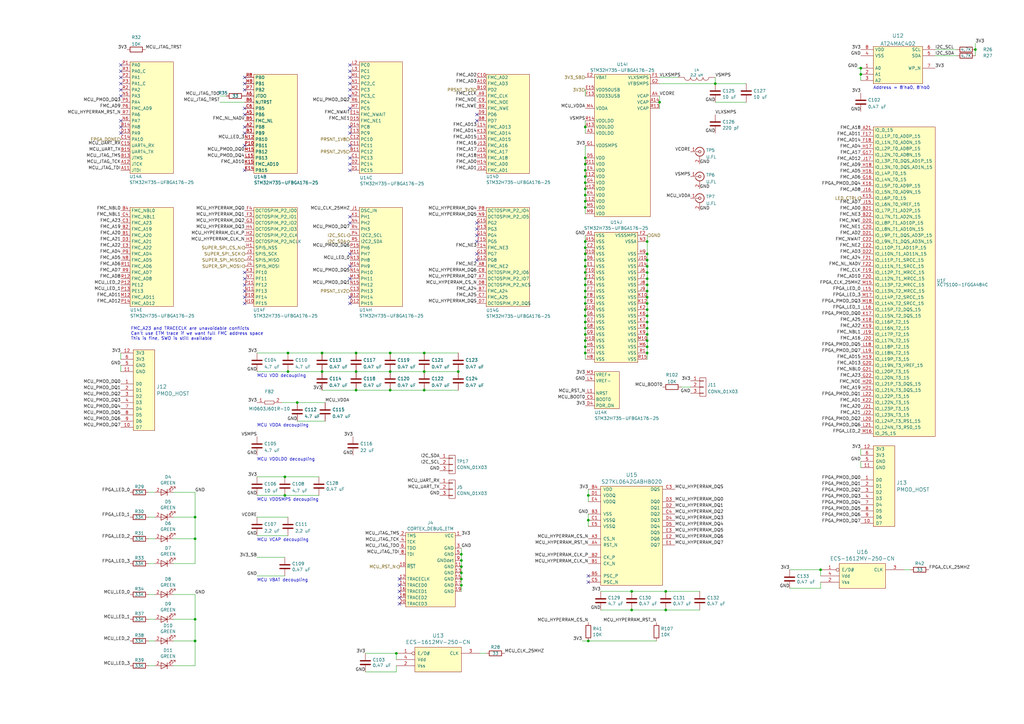
<source format=kicad_sch>
(kicad_sch (version 20231120) (generator "eeschema") (generator_version "8.0")
  (paper "A3")
  (title_block (title "DUMPTRUCK flash dumper") (date "2024-10-20") (rev "0.1") (company "Antikernel Labs") (comment 1 "Andrew D. Zonenberg"))
  (lib_symbols
    (symbol "conn:CONN_01X03" (pin_names (offset 1.016) hide)
      (property "Reference" "J" (at 0 5.08 0))
      (property "Value" "CONN_01X03" (at 2.54 0 90))
      (symbol "CONN_01X03_1_1"
        (pin passive line (at -5.08 2.54 0) (length 3.81) (name "P1") (number "1"))
        (pin passive line (at -5.08 0 0) (length 3.81) (name "P2") (number "2"))
        (pin passive line (at -5.08 -2.54 0) (length 3.81) (name "P3") (number "3"))
      )
    )
    (symbol "conn:CONN_COAXIAL" (pin_names (offset 1.016) hide)
      (property "Reference" "J" (at 0.254 3.048 0))
      (property "Value" "CONN_COAXIAL" (at 2.921 0 90))
      (symbol "CONN_COAXIAL_1_1"
        (pin passive line (at -3.81 0 0) (length 2.54) (name "In") (number "1"))
        (pin passive line (at 0 -5.08 90) (length 2.54) (name "Ext") (number "2"))
      )
    )
    (symbol "cypress-azonenberg:S27KS0641" (pin_names (offset 1.016))
      (property "Reference" "U" (at 0 -1.27 0))
      (property "Value" "S27KS0641" (at 0 -3.81 0))
      (symbol "S27KS0641_1_1"
        (pin input line (at -5.08 19.05 0) (length 5.08) (name "CS_N") (number "A3"))
        (pin input line (at -5.08 16.51 0) (length 5.08) (name "RST_N") (number "A4"))
        (pin input line (at -5.08 8.89 0) (length 5.08) (name "CK_N") (number "B1"))
        (pin input line (at -5.08 11.43 0) (length 5.08) (name "CK_P") (number "B2"))
        (pin power_in line (at -5.08 29.21 0) (length 5.08) (name "VSS") (number "B3"))
        (pin power_in line (at -5.08 39.37 0) (length 5.08) (name "VDD") (number "B4"))
        (pin input line (at -5.08 3.81 0) (length 5.08) (name "PSC_P") (number "B5"))
        (pin power_in line (at -5.08 26.67 0) (length 5.08) (name "VSSQ") (number "C1"))
        (pin bidirectional line (at 30.48 39.37 180) (length 5.08) (name "DQS") (number "C3"))
        (pin bidirectional line (at 30.48 29.21 180) (length 5.08) (name "DQ2") (number "C4"))
        (pin input line (at -5.08 1.27 0) (length 5.08) (name "PSC_N") (number "C5"))
        (pin power_in line (at -5.08 36.83 0) (length 5.08) (name "VDDQ") (number "D1"))
        (pin bidirectional line (at 30.48 31.75 180) (length 5.08) (name "DQ1") (number "D2"))
        (pin bidirectional line (at 30.48 34.29 180) (length 5.08) (name "DQ0") (number "D3"))
        (pin bidirectional line (at 30.48 26.67 180) (length 5.08) (name "DQ3") (number "D4"))
        (pin bidirectional line (at 30.48 24.13 180) (length 5.08) (name "DQ4") (number "D5"))
        (pin bidirectional line (at 30.48 16.51 180) (length 5.08) (name "DQ7") (number "E1"))
        (pin bidirectional line (at 30.48 19.05 180) (length 5.08) (name "DQ6") (number "E2"))
        (pin bidirectional line (at 30.48 21.59 180) (length 5.08) (name "DQ5") (number "E3"))
        (pin power_in line (at -5.08 34.29 0) (length 5.08) (name "VDDQ") (number "E4"))
        (pin power_in line (at -5.08 24.13 0) (length 5.08) (name "VSSQ") (number "E5"))
      )
    )
    (symbol "device:C" (pin_numbers hide) (pin_names (offset 0.254))
      (property "Reference" "C" (at 0.635 2.54 0))
      (property "Value" "C" (at 0.635 -2.54 0))
      (symbol "C_1_1"
        (pin passive line (at 0 3.81 270) (length 2.794) (name "~") (number "1"))
        (pin passive line (at 0 -3.81 90) (length 2.794) (name "~") (number "2"))
      )
    )
    (symbol "device:LED" (pin_names (offset 1.016) hide)
      (property "Reference" "D" (at 0 2.54 0))
      (property "Value" "LED" (at 0 -2.54 0))
      (symbol "LED_1_1"
        (pin passive line (at -3.81 0 0) (length 2.54) (name "K") (number "1"))
        (pin passive line (at 3.81 0 180) (length 2.54) (name "A") (number "2"))
      )
    )
    (symbol "device:R" (pin_numbers hide) (pin_names (offset 0))
      (property "Reference" "R" (at 2.032 0 90))
      (property "Value" "R" (at 0 0 90))
      (symbol "R_1_1"
        (pin passive line (at 0 3.81 270) (length 1.27) (name "~") (number "1"))
        (pin passive line (at 0 -3.81 90) (length 1.27) (name "~") (number "2"))
      )
    )
    (symbol "memory-azonenberg:24Cxx-DFN8" (pin_names (offset 0.762))
      (property "Reference" "U" (at 13.97 16.51 0))
      (property "Value" "24Cxx-DFN8" (at 17.78 -1.27 0))
      (symbol "24Cxx-DFN8_1_1"
        (pin input line (at -5.08 6.35 0) (length 5.08) (name "A0") (number "1"))
        (pin input line (at -5.08 3.81 0) (length 5.08) (name "A1") (number "2"))
        (pin input line (at -5.08 1.27 0) (length 5.08) (name "A2") (number "3"))
        (pin power_in line (at -5.08 11.43 0) (length 5.08) (name "VSS") (number "4"))
        (pin bidirectional line (at 25.4 11.43 180) (length 5.08) (name "SDA") (number "5"))
        (pin input line (at 25.4 13.97 180) (length 5.08) (name "SCL") (number "6"))
        (pin input line (at 25.4 6.35 180) (length 5.08) (name "WP_N") (number "7"))
        (pin power_in line (at -5.08 13.97 0) (length 5.08) (name "VDD") (number "8"))
      )
    )
    (symbol "osc-azonenberg:OSC" (pin_names (offset 1.016))
      (property "Reference" "U" (at 0 0 0))
      (property "Value" "OSC" (at 0 -2.54 0))
      (symbol "OSC_1_1"
        (pin input inverted (at -17.78 0 0) (length 7.62) (name "E/D#") (number "1"))
        (pin input line (at -17.78 -5.08 0) (length 7.62) (name "Vss") (number "2"))
        (pin output line (at 16.51 0 180) (length 7.62) (name "CLK") (number "3"))
        (pin power_in line (at -17.78 -2.54 0) (length 7.62) (name "Vdd") (number "4"))
      )
    )
    (symbol "passive-azonenberg:FERRITE_SMALL2" (pin_names (offset 1.016))
      (property "Reference" "FB" (at 0 2.54 0))
      (property "Value" "FERRITE_SMALL2" (at 0 -2.54 0))
      (symbol "FERRITE_SMALL2_1_1"
        (pin input line (at -5.08 0 0) (length 3.175) (name "~") (number "1"))
        (pin power_out line (at 5.08 0 180) (length 3.175) (name "~") (number "2"))
      )
    )
    (symbol "passive-azonenberg:INDUCTOR_PWROUT" (pin_numbers hide) (pin_names (offset 1.016) hide)
      (property "Reference" "L" (at -1.27 0 90))
      (property "Value" "INDUCTOR_PWROUT" (at 2.54 0 90))
      (symbol "INDUCTOR_PWROUT_1_1"
        (pin power_out line (at 0 7.62 270) (length 2.54) (name "1") (number "1"))
        (pin passive line (at 0 -7.62 90) (length 2.54) (name "2") (number "2"))
      )
    )
    (symbol "special-azonenberg:CORTEX_DEBUG_ETM"
      (property "Reference" "J" (at 0 -2.286 0))
      (property "Value" "CORTEX_DEBUG_ETM" (at -0.508 -4.826 0))
      (symbol "CORTEX_DEBUG_ETM_1_1"
        (pin power_in line (at 22.86 29.21 180) (length 2.54) (name "VCC") (number "1"))
        (pin output line (at -2.54 16.51 0) (length 2.54) (name "~{RST}") (number "10"))
        (pin power_in line (at 22.86 16.51 180) (length 2.54) (name "GND") (number "11"))
        (pin input line (at -2.54 11.43 0) (length 2.54) (name "TRACECLK") (number "12"))
        (pin power_in line (at 22.86 13.97 180) (length 2.54) (name "GND") (number "13"))
        (pin input line (at -2.54 8.89 0) (length 2.54) (name "TRACED0") (number "14"))
        (pin power_in line (at 22.86 11.43 180) (length 2.54) (name "GND") (number "15"))
        (pin input line (at -2.54 6.35 0) (length 2.54) (name "TRACED1") (number "16"))
        (pin power_in line (at 22.86 8.89 180) (length 2.54) (name "GND") (number "17"))
        (pin input line (at -2.54 3.81 0) (length 2.54) (name "TRACED2") (number "18"))
        (pin power_in line (at 22.86 6.35 180) (length 2.54) (name "GND") (number "19"))
        (pin output line (at -2.54 29.21 0) (length 2.54) (name "TMS") (number "2"))
        (pin input line (at -2.54 1.27 0) (length 2.54) (name "TRACED3") (number "20"))
        (pin power_in line (at 22.86 24.13 180) (length 2.54) (name "GND") (number "3"))
        (pin output line (at -2.54 26.67 0) (length 2.54) (name "TCK") (number "4"))
        (pin power_in line (at 22.86 21.59 180) (length 2.54) (name "GND") (number "5"))
        (pin input line (at -2.54 24.13 0) (length 2.54) (name "TDO") (number "6"))
        (pin output line (at -2.54 21.59 0) (length 2.54) (name "TDI") (number "8"))
        (pin power_in line (at 22.86 19.05 180) (length 2.54) (name "GNDdet") (number "9"))
      )
    )
    (symbol "special-azonenberg:PMOD_HOST" (pin_names (offset 1.016))
      (property "Reference" "J" (at 0 -1.27 0))
      (property "Value" "PMOD_HOST" (at 0 -3.81 0))
      (symbol "PMOD_HOST_1_1"
        (pin bidirectional line (at -5.08 19.05 0) (length 5.08) (name "D0") (number "1"))
        (pin bidirectional line (at -5.08 1.27 0) (length 5.08) (name "D7") (number "10"))
        (pin power_in line (at -5.08 24.13 0) (length 5.08) (name "GND") (number "11"))
        (pin power_in line (at -5.08 31.75 0) (length 5.08) (name "3V3") (number "12"))
        (pin bidirectional line (at -5.08 16.51 0) (length 5.08) (name "D1") (number "2"))
        (pin bidirectional line (at -5.08 13.97 0) (length 5.08) (name "D2") (number "3"))
        (pin bidirectional line (at -5.08 11.43 0) (length 5.08) (name "D3") (number "4"))
        (pin power_in line (at -5.08 26.67 0) (length 5.08) (name "GND") (number "5"))
        (pin power_in line (at -5.08 29.21 0) (length 5.08) (name "3V3") (number "6"))
        (pin bidirectional line (at -5.08 8.89 0) (length 5.08) (name "D4") (number "7"))
        (pin bidirectional line (at -5.08 6.35 0) (length 5.08) (name "D5") (number "8"))
        (pin bidirectional line (at -5.08 3.81 0) (length 5.08) (name "D6") (number "9"))
      )
    )
    (symbol "st-azonenberg:STM32H735-UFBGA176-25"
      (property "Reference" "U" (at 0 -1.27 0))
      (property "Value" "STM32H735-UFBGA176-25" (at 0 -3.81 0))
      (symbol "STM32H735-UFBGA176-25_1_1"
        (pin bidirectional line (at -3.81 1.27 0) (length 3.81) (name "PA15") (number "A11") (alternate "JTDI" input line))
        (pin bidirectional line (at -3.81 3.81 0) (length 3.81) (name "PA14") (number "A12") (alternate "JTCK" input line))
        (pin bidirectional line (at -3.81 6.35 0) (length 3.81) (name "PA13") (number "B13") (alternate "JTMS" input line))
        (pin bidirectional line (at -3.81 19.05 0) (length 3.81) (name "PA8") (number "B14"))
        (pin bidirectional line (at -3.81 8.89 0) (length 3.81) (name "PA12") (number "B15") (alternate "UART4_TX" output line))
        (pin bidirectional line (at -3.81 13.97 0) (length 3.81) (name "PA10") (number "C14"))
        (pin bidirectional line (at -3.81 11.43 0) (length 3.81) (name "PA11") (number "C15") (alternate "UART4_RX" input line))
        (pin bidirectional line (at -3.81 16.51 0) (length 3.81) (name "PA9") (number "D13"))
        (pin bidirectional line (at -3.81 31.75 0) (length 3.81) (name "PA3") (number "N5"))
        (pin bidirectional line (at -3.81 21.59 0) (length 3.81) (name "PA7") (number "N6"))
        (pin bidirectional line (at -3.81 44.45 0) (length 3.81) (name "PA0") (number "P1") (alternate "FMC_A19" output line) (alternate "UART4_TX" output line))
        (pin bidirectional line (at -3.81 39.37 0) (length 3.81) (name "PA1") (number "P2") (alternate "UART4_RX" input line))
        (pin bidirectional line (at -3.81 36.83 0) (length 3.81) (name "PA1_C") (number "P3"))
        (pin bidirectional line (at -3.81 29.21 0) (length 3.81) (name "PA4") (number "P5") (alternate "FMC_AD8" bidirectional line))
        (pin bidirectional line (at -3.81 26.67 0) (length 3.81) (name "PA5") (number "P6") (alternate "FMC_AD9" bidirectional line))
        (pin bidirectional line (at -3.81 34.29 0) (length 3.81) (name "PA2") (number "R2"))
        (pin bidirectional line (at -3.81 41.91 0) (length 3.81) (name "PA0_C") (number "R3"))
        (pin bidirectional line (at -3.81 24.13 0) (length 3.81) (name "PA6") (number "R7"))
      )
      (symbol "STM32H735-UFBGA176-25_2_1"
        (pin bidirectional line (at -3.81 19.05 0) (length 3.81) (name "PB8") (number "A2") (alternate "UART4_RX" input line))
        (pin bidirectional line (at -3.81 24.13 0) (length 3.81) (name "PB6") (number "A5"))
        (pin bidirectional line (at -3.81 31.75 0) (length 3.81) (name "PB3") (number "A6") (alternate "JTDO" output line))
        (pin bidirectional line (at -3.81 16.51 0) (length 3.81) (name "PB9") (number "B3") (alternate "UART4_TX" output line))
        (pin bidirectional line (at -3.81 21.59 0) (length 3.81) (name "PB7") (number "B5") (alternate "FMC_NL" bidirectional line))
        (pin bidirectional line (at -3.81 29.21 0) (length 3.81) (name "PB4") (number "B6") (alternate "NJTRST" bidirectional line))
        (pin bidirectional line (at -3.81 26.67 0) (length 3.81) (name "PB5") (number "C6"))
        (pin bidirectional line (at -3.81 1.27 0) (length 3.81) (name "PB15") (number "K14") (alternate "FMC_AD11" bidirectional line))
        (pin bidirectional line (at -3.81 3.81 0) (length 3.81) (name "PB14") (number "K15") (alternate "FMC_AD10" bidirectional line))
        (pin bidirectional line (at -3.81 6.35 0) (length 3.81) (name "PB13") (number "L15"))
        (pin bidirectional line (at -3.81 8.89 0) (length 3.81) (name "PB12") (number "M15"))
        (pin bidirectional line (at -3.81 36.83 0) (length 3.81) (name "PB1") (number "M8"))
        (pin bidirectional line (at -3.81 13.97 0) (length 3.81) (name "PB10") (number "N12") (alternate "I2C2_SCL" output line))
        (pin bidirectional line (at -3.81 11.43 0) (length 3.81) (name "PB11") (number "P10") (alternate "I2C2_SDA" bidirectional line))
        (pin bidirectional line (at -3.81 34.29 0) (length 3.81) (name "PB2") (number "P7"))
        (pin bidirectional line (at -3.81 39.37 0) (length 3.81) (name "PB0") (number "R8"))
      )
      (symbol "STM32H735-UFBGA176-25_3_1"
        (pin bidirectional line (at -3.81 8.89 0) (length 3.81) (name "PC12") (number "B11") (alternate "FMC_AD6" bidirectional line))
        (pin bidirectional line (at -3.81 6.35 0) (length 3.81) (name "PC13") (number "C1"))
        (pin bidirectional line (at -3.81 11.43 0) (length 3.81) (name "PC11") (number "C11") (alternate "UART4_RX" input line))
        (pin bidirectional line (at -3.81 13.97 0) (length 3.81) (name "PC10") (number "C12") (alternate "UART4_TX" output line))
        (pin bidirectional line (at -3.81 1.27 0) (length 3.81) (name "PC15") (number "D1"))
        (pin bidirectional line (at -3.81 19.05 0) (length 3.81) (name "PC8") (number "D14") (alternate "FMC_NE2" bidirectional line))
        (pin bidirectional line (at -3.81 21.59 0) (length 3.81) (name "PC7") (number "D15") (alternate "FMC_NE1" bidirectional line))
        (pin bidirectional line (at -3.81 3.81 0) (length 3.81) (name "PC14") (number "D2"))
        (pin bidirectional line (at -3.81 16.51 0) (length 3.81) (name "PC9") (number "E13"))
        (pin bidirectional line (at -3.81 24.13 0) (length 3.81) (name "PC6") (number "E14") (alternate "FMC_NWAIT" bidirectional line))
        (pin bidirectional line (at -3.81 44.45 0) (length 3.81) (name "PC0") (number "L2") (alternate "FMC_A25" output line) (alternate "FMC_AD12" bidirectional line))
        (pin bidirectional line (at -3.81 41.91 0) (length 3.81) (name "PC1") (number "L3"))
        (pin bidirectional line (at -3.81 39.37 0) (length 3.81) (name "PC2") (number "M1"))
        (pin bidirectional line (at -3.81 34.29 0) (length 3.81) (name "PC3") (number "M2"))
        (pin bidirectional line (at -3.81 26.67 0) (length 3.81) (name "PC5") (number "M7"))
        (pin bidirectional line (at -3.81 36.83 0) (length 3.81) (name "PC2_C") (number "N1"))
        (pin bidirectional line (at -3.81 31.75 0) (length 3.81) (name "PC3_C") (number "N2"))
        (pin bidirectional line (at -3.81 29.21 0) (length 3.81) (name "PC4") (number "R6") (alternate "FMC_A22" bidirectional line))
      )
      (symbol "STM32H735-UFBGA176-25_4_1"
        (pin bidirectional line (at -3.81 36.83 0) (length 3.81) (name "PD1") (number "A10") (alternate "FMC_AD3" bidirectional line) (alternate "UART4_TX" output line))
        (pin bidirectional line (at -3.81 31.75 0) (length 3.81) (name "PD3") (number "A9") (alternate "FMC_CLK" output line))
        (pin bidirectional line (at -3.81 34.29 0) (length 3.81) (name "PD2") (number "B10") (alternate "FMC_AD7" bidirectional line))
        (pin bidirectional line (at -3.81 21.59 0) (length 3.81) (name "PD7") (number "B8") (alternate "FMC_NE1" bidirectional line))
        (pin bidirectional line (at -3.81 26.67 0) (length 3.81) (name "PD5") (number "B9") (alternate "FMC_NWE" output line))
        (pin bidirectional line (at -3.81 39.37 0) (length 3.81) (name "PD0") (number "C10") (alternate "FMC_AD2" bidirectional line) (alternate "UART4_RX" input line))
        (pin bidirectional line (at -3.81 29.21 0) (length 3.81) (name "PD4") (number "C9") (alternate "FMC_NOE" output line))
        (pin bidirectional line (at -3.81 24.13 0) (length 3.81) (name "PD6") (number "D9") (alternate "FMC_NWAIT" bidirectional line))
        (pin bidirectional line (at -3.81 3.81 0) (length 3.81) (name "PD14") (number "H14") (alternate "FMC_AD0" bidirectional line))
        (pin bidirectional line (at -3.81 6.35 0) (length 3.81) (name "PD13") (number "H15") (alternate "FMC_A18" output line))
        (pin bidirectional line (at -3.81 1.27 0) (length 3.81) (name "PD15") (number "J12") (alternate "FMC_AD1" bidirectional line))
        (pin bidirectional line (at -3.81 11.43 0) (length 3.81) (name "PD11") (number "J13") (alternate "FMC_A16" bidirectional line))
        (pin bidirectional line (at -3.81 8.89 0) (length 3.81) (name "PD12") (number "J15") (alternate "FMC_A17" bidirectional line))
        (pin bidirectional line (at -3.81 16.51 0) (length 3.81) (name "PD9") (number "K13") (alternate "FMC_AD14" bidirectional line))
        (pin bidirectional line (at -3.81 13.97 0) (length 3.81) (name "PD10") (number "L13") (alternate "FMC_AD15" bidirectional line))
        (pin bidirectional line (at -3.81 19.05 0) (length 3.81) (name "PD8") (number "L14") (alternate "FMC_AD13" bidirectional line))
      )
      (symbol "STM32H735-UFBGA176-25_5_1"
        (pin bidirectional line (at -3.81 29.21 0) (length 3.81) (name "PE4") (number "B1") (alternate "FMC_A20" output line))
        (pin bidirectional line (at -3.81 31.75 0) (length 3.81) (name "PE3") (number "B2") (alternate "FMC_A19" output line))
        (pin bidirectional line (at -3.81 39.37 0) (length 3.81) (name "PE0") (number "B4") (alternate "FMC_NBL0" bidirectional line))
        (pin bidirectional line (at -3.81 34.29 0) (length 3.81) (name "PE2") (number "C3") (alternate "FMC_A23" output line))
        (pin bidirectional line (at -3.81 36.83 0) (length 3.81) (name "PE1") (number "C4") (alternate "FMC_NBL1" bidirectional line))
        (pin bidirectional line (at -3.81 26.67 0) (length 3.81) (name "PE5") (number "D3") (alternate "FMC_A21" output line))
        (pin bidirectional line (at -3.81 24.13 0) (length 3.81) (name "PE6") (number "E3") (alternate "FMC_A22" output line))
        (pin bidirectional line (at -3.81 3.81 0) (length 3.81) (name "PE14") (number "M12") (alternate "FMC_AD11" bidirectional line))
        (pin bidirectional line (at -3.81 19.05 0) (length 3.81) (name "PE8") (number "N8") (alternate "FMC_AD5" bidirectional line))
        (pin bidirectional line (at -3.81 8.89 0) (length 3.81) (name "PE12") (number "P12") (alternate "FMC_AD9" bidirectional line))
        (pin bidirectional line (at -3.81 6.35 0) (length 3.81) (name "PE13") (number "P13") (alternate "FMC_AD10" bidirectional line))
        (pin bidirectional line (at -3.81 1.27 0) (length 3.81) (name "PE15") (number "P14") (alternate "FMC_AD12" bidirectional line))
        (pin bidirectional line (at -3.81 21.59 0) (length 3.81) (name "PE7") (number "P9") (alternate "FMC_AD4" bidirectional line))
        (pin bidirectional line (at -3.81 16.51 0) (length 3.81) (name "PE9") (number "R11") (alternate "FMC_AD6" bidirectional line))
        (pin bidirectional line (at -3.81 11.43 0) (length 3.81) (name "PE11") (number "R12") (alternate "FMC_AD8" bidirectional line))
        (pin bidirectional line (at -3.81 13.97 0) (length 3.81) (name "PE10") (number "R9") (alternate "FMC_AD7" bidirectional line))
      )
      (symbol "STM32H735-UFBGA176-25_6_1"
        (pin bidirectional line (at -3.81 36.83 0) (length 3.81) (name "PF1") (number "F3") (alternate "I2C2_SCL" output line) (alternate "OCTOSPIM_P2_IO1" bidirectional line))
        (pin bidirectional line (at -3.81 39.37 0) (length 3.81) (name "PF0") (number "F4") (alternate "I2C2_SDA" bidirectional line) (alternate "OCTOSPIM_P2_IO0" bidirectional line))
        (pin bidirectional line (at -3.81 34.29 0) (length 3.81) (name "PF2") (number "G3") (alternate "OCTOSPIM_P2_IO2" bidirectional line))
        (pin bidirectional line (at -3.81 24.13 0) (length 3.81) (name "PF6") (number "H1") (alternate "SPI5_NSS" input line))
        (pin bidirectional line (at -3.81 29.21 0) (length 3.81) (name "PF4") (number "H2") (alternate "OCTOSPIM_P2_CLK" output line))
        (pin bidirectional line (at -3.81 26.67 0) (length 3.81) (name "PF5") (number "H3") (alternate "OCTOSPIM_P2_NCLK" output line))
        (pin bidirectional line (at -3.81 31.75 0) (length 3.81) (name "PF3") (number "H4") (alternate "OCTOSPIM_P2_IO3" bidirectional line))
        (pin bidirectional line (at -3.81 19.05 0) (length 3.81) (name "PF8") (number "J2") (alternate "SPI5_MISO" bidirectional line))
        (pin bidirectional line (at -3.81 21.59 0) (length 3.81) (name "PF7") (number "J3") (alternate "SPI5_SCK" output line))
        (pin bidirectional line (at -3.81 16.51 0) (length 3.81) (name "PF9") (number "J4") (alternate "SPI5_MOSI" output line))
        (pin bidirectional line (at -3.81 13.97 0) (length 3.81) (name "PF10") (number "K3"))
        (pin bidirectional line (at -3.81 1.27 0) (length 3.81) (name "PF15") (number "N10"))
        (pin bidirectional line (at -3.81 6.35 0) (length 3.81) (name "PF13") (number "N11"))
        (pin bidirectional line (at -3.81 11.43 0) (length 3.81) (name "PF11") (number "N7") (alternate "SPI5_MOSI" output line))
        (pin bidirectional line (at -3.81 8.89 0) (length 3.81) (name "PF12") (number "P11") (alternate "OCTOSPIM_P2_DQS" bidirectional line))
        (pin bidirectional line (at -3.81 3.81 0) (length 3.81) (name "PF14") (number "R10"))
      )
      (symbol "STM32H735-UFBGA176-25_7_1"
        (pin bidirectional line (at -3.81 11.43 0) (length 3.81) (name "PG11") (number "A7") (alternate "OCTOSPIM_P2_IO7" bidirectional line))
        (pin bidirectional line (at -3.81 16.51 0) (length 3.81) (name "PG9") (number "A8") (alternate "FMC_NE2" bidirectional line))
        (pin bidirectional line (at -3.81 6.35 0) (length 3.81) (name "PG13") (number "B7") (alternate "FMC_A24" output line))
        (pin bidirectional line (at -3.81 3.81 0) (length 3.81) (name "PG14") (number "C7") (alternate "FMC_A25" output line))
        (pin bidirectional line (at -3.81 13.97 0) (length 3.81) (name "PG10") (number "C8") (alternate "FMC_NE3" bidirectional line) (alternate "OCTOSPIM_P2_IO6" bidirectional line))
        (pin bidirectional line (at -3.81 1.27 0) (length 3.81) (name "PG15") (number "D7") (alternate "OCTOSPIM_P2_DQS" bidirectional line))
        (pin bidirectional line (at -3.81 8.89 0) (length 3.81) (name "PG12") (number "D8") (alternate "OCTOSPIM_P2_NCS" bidirectional line))
        (pin bidirectional line (at -3.81 24.13 0) (length 3.81) (name "PG6") (number "F14") (alternate "FMC_NE3" bidirectional line))
        (pin bidirectional line (at -3.81 26.67 0) (length 3.81) (name "PG5") (number "F15"))
        (pin bidirectional line (at -3.81 19.05 0) (length 3.81) (name "PG8") (number "G12"))
        (pin bidirectional line (at -3.81 21.59 0) (length 3.81) (name "PG7") (number "G13") (alternate "OCTOSPIM_P2_DQS" bidirectional line))
        (pin bidirectional line (at -3.81 29.21 0) (length 3.81) (name "PG4") (number "G14"))
        (pin bidirectional line (at -3.81 34.29 0) (length 3.81) (name "PG2") (number "G15"))
        (pin bidirectional line (at -3.81 31.75 0) (length 3.81) (name "PG3") (number "H13"))
        (pin bidirectional line (at -3.81 36.83 0) (length 3.81) (name "PG1") (number "N9") (alternate "OCTOSPIM_P2_IO5" bidirectional line))
        (pin bidirectional line (at -3.81 39.37 0) (length 3.81) (name "PG0") (number "P8") (alternate "OCTOSPIM_P2_IO4" bidirectional line))
      )
      (symbol "STM32H735-UFBGA176-25_8_1"
        (pin bidirectional line (at -3.81 3.81 0) (length 3.81) (name "PH14") (number "B12") (alternate "UART4_RX" input line))
        (pin bidirectional line (at -3.81 6.35 0) (length 3.81) (name "PH13") (number "C13") (alternate "UART4_TX" output line))
        (pin bidirectional line (at -3.81 1.27 0) (length 3.81) (name "PH15") (number "D12"))
        (pin bidirectional line (at -3.81 39.37 0) (length 3.81) (name "PH0") (number "J1") (alternate "OSC_IN" input line))
        (pin bidirectional line (at -3.81 36.83 0) (length 3.81) (name "PH1") (number "K1"))
        (pin bidirectional line (at -3.81 21.59 0) (length 3.81) (name "PH7") (number "M11") (alternate "SPI5_MISO" bidirectional line))
        (pin bidirectional line (at -3.81 11.43 0) (length 3.81) (name "PH11") (number "M13"))
        (pin bidirectional line (at -3.81 16.51 0) (length 3.81) (name "PH9") (number "M14"))
        (pin bidirectional line (at -3.81 19.05 0) (length 3.81) (name "PH8") (number "N13"))
        (pin bidirectional line (at -3.81 13.97 0) (length 3.81) (name "PH10") (number "N14"))
        (pin bidirectional line (at -3.81 8.89 0) (length 3.81) (name "PH12") (number "N15"))
        (pin bidirectional line (at -3.81 34.29 0) (length 3.81) (name "PH2") (number "N4"))
        (pin bidirectional line (at -3.81 24.13 0) (length 3.81) (name "PH6") (number "P15") (alternate "SPI5_SCK" bidirectional line))
        (pin bidirectional line (at -3.81 29.21 0) (length 3.81) (name "PH4") (number "P4") (alternate "I2C2_SCL" output line))
        (pin bidirectional line (at -3.81 31.75 0) (length 3.81) (name "PH3") (number "R4"))
        (pin bidirectional line (at -3.81 26.67 0) (length 3.81) (name "PH5") (number "R5") (alternate "I2C2_SDA" bidirectional line) (alternate "SPI5_NSS" bidirectional line))
      )
      (symbol "STM32H735-UFBGA176-25_9_1"
        (pin power_in line (at -3.81 36.83 0) (length 3.81) (name "VDDLDO") (number "A13"))
        (pin power_in line (at 26.67 46.99 180) (length 3.81) (name "VCAP") (number "A14"))
        (pin power_in line (at -3.81 34.29 0) (length 3.81) (name "VDDLDO") (number "A3"))
        (pin power_out line (at 26.67 49.53 180) (length 3.81) (name "VCAP") (number "A4"))
        (pin power_in line (at -3.81 21.59 0) (length 3.81) (name "VDD") (number "D11"))
        (pin power_in line (at -3.81 24.13 0) (length 3.81) (name "VDD") (number "D5"))
        (pin power_in line (at -3.81 16.51 0) (length 3.81) (name "VDD") (number "E12"))
        (pin power_in line (at -3.81 52.07 0) (length 3.81) (name "VDD50USB") (number "E15"))
        (pin power_in line (at -3.81 57.15 0) (length 3.81) (name "VBAT") (number "E2"))
        (pin power_in line (at -3.81 19.05 0) (length 3.81) (name "VDD") (number "E4"))
        (pin power_out line (at 26.67 57.15 180) (length 3.81) (name "VLXSMPS") (number "F1"))
        (pin power_in line (at -3.81 49.53 0) (length 3.81) (name "VDD33USB") (number "F13"))
        (pin power_in line (at -3.81 29.21 0) (length 3.81) (name "VDDSMPS") (number "G1"))
        (pin power_in line (at 26.67 54.61 180) (length 3.81) (name "VFBSMPS") (number "G2"))
        (pin power_in line (at -3.81 13.97 0) (length 3.81) (name "VDD") (number "G4"))
        (pin power_in line (at -3.81 11.43 0) (length 3.81) (name "VDD") (number "H12"))
        (pin power_in line (at -3.81 8.89 0) (length 3.81) (name "VDD") (number "K4"))
        (pin power_in line (at -3.81 6.35 0) (length 3.81) (name "VDD") (number "L12"))
        (pin power_in line (at -3.81 44.45 0) (length 3.81) (name "VDDA") (number "M4"))
        (pin power_in line (at -3.81 3.81 0) (length 3.81) (name "VDD") (number "M5"))
        (pin power_in line (at -3.81 1.27 0) (length 3.81) (name "VDD") (number "M9"))
        (pin power_in line (at 26.67 44.45 180) (length 3.81) (name "VCAP") (number "R13"))
        (pin power_in line (at -3.81 39.37 0) (length 3.81) (name "VDDLDO") (number "R14"))
      )
      (symbol "STM32H735-UFBGA176-25_10_1"
        (pin power_in line (at -3.81 52.07 0) (length 3.81) (name "VSS") (number "A1"))
        (pin power_in line (at -3.81 49.53 0) (length 3.81) (name "VSS") (number "A15"))
        (pin power_in line (at -3.81 46.99 0) (length 3.81) (name "VSS") (number "C2"))
        (pin power_in line (at -3.81 44.45 0) (length 3.81) (name "VSS") (number "D10"))
        (pin power_in line (at -3.81 41.91 0) (length 3.81) (name "VSS") (number "D6"))
        (pin power_in line (at -3.81 39.37 0) (length 3.81) (name "VSS") (number "E1"))
        (pin power_in line (at -3.81 36.83 0) (length 3.81) (name "VSS") (number "F10"))
        (pin power_in line (at -3.81 34.29 0) (length 3.81) (name "VSS") (number "F12"))
        (pin power_in line (at 21.59 52.07 180) (length 3.81) (name "VSSSMPS") (number "F2"))
        (pin power_in line (at -3.81 31.75 0) (length 3.81) (name "VSS") (number "F6"))
        (pin power_in line (at -3.81 29.21 0) (length 3.81) (name "VSS") (number "F7"))
        (pin power_in line (at -3.81 26.67 0) (length 3.81) (name "VSS") (number "F8"))
        (pin power_in line (at -3.81 24.13 0) (length 3.81) (name "VSS") (number "F9"))
        (pin power_in line (at -3.81 21.59 0) (length 3.81) (name "VSS") (number "G10"))
        (pin power_in line (at -3.81 19.05 0) (length 3.81) (name "VSS") (number "G6"))
        (pin power_in line (at -3.81 16.51 0) (length 3.81) (name "VSS") (number "G7"))
        (pin power_in line (at -3.81 13.97 0) (length 3.81) (name "VSS") (number "G8"))
        (pin power_in line (at -3.81 11.43 0) (length 3.81) (name "VSS") (number "G9"))
        (pin power_in line (at -3.81 8.89 0) (length 3.81) (name "VSS") (number "H10"))
        (pin power_in line (at -3.81 6.35 0) (length 3.81) (name "VSS") (number "H6"))
        (pin power_in line (at -3.81 3.81 0) (length 3.81) (name "VSS") (number "H7"))
        (pin power_in line (at -3.81 1.27 0) (length 3.81) (name "VSS") (number "H8"))
        (pin power_in line (at 21.59 44.45 180) (length 3.81) (name "VSS") (number "H9"))
        (pin power_in line (at 21.59 41.91 180) (length 3.81) (name "VSS") (number "J10"))
        (pin power_in line (at 21.59 39.37 180) (length 3.81) (name "VSS") (number "J14"))
        (pin power_in line (at 21.59 36.83 180) (length 3.81) (name "VSS") (number "J6"))
        (pin power_in line (at 21.59 34.29 180) (length 3.81) (name "VSS") (number "J7"))
        (pin power_in line (at 21.59 31.75 180) (length 3.81) (name "VSS") (number "J8"))
        (pin power_in line (at 21.59 29.21 180) (length 3.81) (name "VSS") (number "J9"))
        (pin power_in line (at 21.59 26.67 180) (length 3.81) (name "VSS") (number "K10"))
        (pin power_in line (at 21.59 24.13 180) (length 3.81) (name "VSS") (number "K12"))
        (pin power_in line (at 21.59 21.59 180) (length 3.81) (name "VSS") (number "K2"))
        (pin power_in line (at 21.59 19.05 180) (length 3.81) (name "VSS") (number "K6"))
        (pin power_in line (at 21.59 16.51 180) (length 3.81) (name "VSS") (number "K7"))
        (pin power_in line (at 21.59 13.97 180) (length 3.81) (name "VSS") (number "K8"))
        (pin power_in line (at 21.59 11.43 180) (length 3.81) (name "VSS") (number "K9"))
        (pin power_in line (at 21.59 8.89 180) (length 3.81) (name "VSS") (number "M10"))
        (pin power_in line (at 21.59 6.35 180) (length 3.81) (name "VSS") (number "M6"))
        (pin power_in line (at 21.59 49.53 180) (length 3.81) (name "VSSA") (number "N3"))
        (pin power_in line (at 21.59 3.81 180) (length 3.81) (name "VSS") (number "R1"))
        (pin power_in line (at 21.59 1.27 180) (length 3.81) (name "VSS") (number "R15"))
      )
      (symbol "STM32H735-UFBGA176-25_11_1"
        (pin input line (at -3.81 3.81 0) (length 3.81) (name "BOOT0") (number "C5"))
        (pin input line (at -3.81 1.27 0) (length 3.81) (name "PDR_ON") (number "D4"))
        (pin input line (at -3.81 6.35 0) (length 3.81) (name "NRST") (number "L1"))
        (pin input line (at -3.81 11.43 0) (length 3.81) (name "VREF-") (number "L4"))
        (pin input line (at -3.81 13.97 0) (length 3.81) (name "VREF+") (number "M3"))
      )
    )
    (symbol "xilinx-azonenberg:XC7Sx-xFGGA484x"
      (property "Reference" "U" (at 0.762 -1.524 0))
      (symbol "XC7Sx-xFGGA484x_1_1"
        (pin output line (at 27.94 52.07 180) (length 5.08) (name "CCLK_0") (number "D9"))
        (pin input line (at -5.08 1.27 0) (length 5.08) (name "TCK_0") (number "G9"))
        (pin input line (at -5.08 41.91 0) (length 5.08) (name "VREFN_0") (number "L11"))
        (pin input line (at -5.08 36.83 0) (length 5.08) (name "VP_0") (number "L12"))
        (pin input line (at -5.08 34.29 0) (length 5.08) (name "VN_0") (number "M11"))
        (pin input line (at -5.08 44.45 0) (length 5.08) (name "VREFP_0") (number "M12"))
        (pin passive line (at -5.08 49.53 0) (length 5.08) (name "DXN_0") (number "N11"))
        (pin passive line (at -5.08 52.07 0) (length 5.08) (name "DXP_0") (number "N12"))
        (pin input line (at -5.08 26.67 0) (length 5.08) (name "M1") (number "T10"))
        (pin input line (at -5.08 29.21 0) (length 5.08) (name "M0") (number "T11"))
        (pin bidirectional line (at -5.08 19.05 0) (length 5.08) (name "INIT_B_0") (number "T9"))
        (pin input line (at -5.08 24.13 0) (length 5.08) (name "M2_0") (number "U10"))
        (pin input line (at -5.08 13.97 0) (length 5.08) (name "PROGRAM_B_0") (number "U11"))
        (pin output line (at 27.94 49.53 180) (length 5.08) (name "DONE_0") (number "U9"))
        (pin input line (at -5.08 16.51 0) (length 5.08) (name "CFGBVS_0") (number "V11"))
        (pin output line (at -5.08 6.35 0) (length 5.08) (name "TDO_0") (number "W10"))
        (pin input line (at -5.08 8.89 0) (length 5.08) (name "TDI_0") (number "W9"))
        (pin input line (at -5.08 3.81 0) (length 5.08) (name "TMS_0") (number "Y10"))
      )
      (symbol "XC7Sx-xFGGA484x_2_1"
        (pin power_in line (at -5.08 120.65 0) (length 5.08) (name "GND") (number "A1"))
        (pin power_in line (at -5.08 115.57 0) (length 5.08) (name "GND") (number "A15"))
        (pin power_in line (at -5.08 113.03 0) (length 5.08) (name "GND") (number "A22"))
        (pin power_in line (at -5.08 118.11 0) (length 5.08) (name "GND") (number "A8"))
        (pin power_in line (at 29.21 52.07 180) (length 5.08) (name "GND") (number "AA12"))
        (pin power_in line (at 29.21 49.53 180) (length 5.08) (name "GND") (number "AA19"))
        (pin power_in line (at 29.21 54.61 180) (length 5.08) (name "GND") (number "AA5"))
        (pin power_in line (at 29.21 46.99 180) (length 5.08) (name "GND") (number "AB1"))
        (pin power_in line (at 29.21 41.91 180) (length 5.08) (name "GND") (number "AB15"))
        (pin power_in line (at 29.21 39.37 180) (length 5.08) (name "GND") (number "AB22"))
        (pin power_in line (at 29.21 44.45 180) (length 5.08) (name "GND") (number "AB8"))
        (pin power_in line (at -5.08 107.95 0) (length 5.08) (name "GND") (number "B11"))
        (pin power_in line (at -5.08 105.41 0) (length 5.08) (name "GND") (number "B18"))
        (pin power_in line (at -5.08 110.49 0) (length 5.08) (name "GND") (number "B4"))
        (pin power_in line (at -5.08 100.33 0) (length 5.08) (name "GND") (number "C14"))
        (pin power_in line (at -5.08 97.79 0) (length 5.08) (name "GND") (number "C21"))
        (pin power_in line (at -5.08 102.87 0) (length 5.08) (name "GND") (number "C7"))
        (pin power_in line (at -5.08 92.71 0) (length 5.08) (name "GND") (number "D10"))
        (pin power_in line (at -5.08 90.17 0) (length 5.08) (name "GND") (number "D17"))
        (pin power_in line (at -5.08 95.25 0) (length 5.08) (name "GND") (number "D3"))
        (pin power_in line (at -5.08 85.09 0) (length 5.08) (name "GND") (number "E13"))
        (pin power_in line (at -5.08 82.55 0) (length 5.08) (name "GND") (number "E20"))
        (pin power_in line (at -5.08 87.63 0) (length 5.08) (name "GND") (number "E6"))
        (pin power_in line (at -5.08 74.93 0) (length 5.08) (name "GND") (number "F16"))
        (pin power_in line (at -5.08 80.01 0) (length 5.08) (name "GND") (number "F2"))
        (pin power_in line (at -5.08 77.47 0) (length 5.08) (name "GND") (number "F9"))
        (pin power_in line (at -5.08 69.85 0) (length 5.08) (name "GND") (number "G12"))
        (pin power_in line (at -5.08 67.31 0) (length 5.08) (name "GND") (number "G19"))
        (pin power_in line (at -5.08 72.39 0) (length 5.08) (name "GND") (number "G5"))
        (pin power_in line (at -5.08 64.77 0) (length 5.08) (name "GND") (number "H1"))
        (pin power_in line (at -5.08 59.69 0) (length 5.08) (name "GND") (number "H10"))
        (pin power_in line (at -5.08 57.15 0) (length 5.08) (name "GND") (number "H12"))
        (pin power_in line (at -5.08 54.61 0) (length 5.08) (name "GND") (number "H14"))
        (pin power_in line (at -5.08 52.07 0) (length 5.08) (name "GND") (number "H15"))
        (pin power_in line (at -5.08 49.53 0) (length 5.08) (name "GND") (number "H22"))
        (pin power_in line (at -5.08 62.23 0) (length 5.08) (name "GND") (number "H8"))
        (pin power_in line (at -5.08 41.91 0) (length 5.08) (name "GND") (number "J11"))
        (pin power_in line (at -5.08 39.37 0) (length 5.08) (name "GND") (number "J13"))
        (pin power_in line (at -5.08 36.83 0) (length 5.08) (name "GND") (number "J18"))
        (pin power_in line (at -5.08 46.99 0) (length 5.08) (name "GND") (number "J4"))
        (pin power_in line (at -5.08 44.45 0) (length 5.08) (name "GND") (number "J9"))
        (pin power_in line (at -5.08 31.75 0) (length 5.08) (name "GND") (number "K10"))
        (pin power_in line (at -5.08 125.73 0) (length 5.08) (name "GNDADC_0") (number "K12"))
        (pin power_in line (at -5.08 29.21 0) (length 5.08) (name "GND") (number "K14"))
        (pin power_in line (at -5.08 26.67 0) (length 5.08) (name "GND") (number "K21"))
        (pin power_in line (at -5.08 34.29 0) (length 5.08) (name "GND") (number "K7"))
        (pin power_in line (at -5.08 19.05 0) (length 5.08) (name "GND") (number "L13"))
        (pin power_in line (at -5.08 16.51 0) (length 5.08) (name "GND") (number "L17"))
        (pin power_in line (at -5.08 24.13 0) (length 5.08) (name "GND") (number "L3"))
        (pin power_in line (at -5.08 21.59 0) (length 5.08) (name "GND") (number "L9"))
        (pin power_in line (at -5.08 11.43 0) (length 5.08) (name "GND") (number "M10"))
        (pin power_in line (at -5.08 8.89 0) (length 5.08) (name "GND") (number "M14"))
        (pin power_in line (at -5.08 6.35 0) (length 5.08) (name "GND") (number "M20"))
        (pin power_in line (at -5.08 13.97 0) (length 5.08) (name "GND") (number "M6"))
        (pin power_in line (at 29.21 125.73 180) (length 5.08) (name "GND") (number "N13"))
        (pin power_in line (at 29.21 123.19 180) (length 5.08) (name "GND") (number "N16"))
        (pin power_in line (at -5.08 3.81 0) (length 5.08) (name "GND") (number "N2"))
        (pin power_in line (at -5.08 1.27 0) (length 5.08) (name "GND") (number "N9"))
        (pin power_in line (at 29.21 118.11 180) (length 5.08) (name "GND") (number "P10"))
        (pin power_in line (at 29.21 115.57 180) (length 5.08) (name "GND") (number "P12"))
        (pin power_in line (at 29.21 113.03 180) (length 5.08) (name "GND") (number "P14"))
        (pin power_in line (at 29.21 110.49 180) (length 5.08) (name "GND") (number "P19"))
        (pin power_in line (at 29.21 120.65 180) (length 5.08) (name "GND") (number "P5"))
        (pin power_in line (at 29.21 107.95 180) (length 5.08) (name "GND") (number "R1"))
        (pin power_in line (at 29.21 100.33 180) (length 5.08) (name "GND") (number "R11"))
        (pin power_in line (at 29.21 97.79 180) (length 5.08) (name "GND") (number "R13"))
        (pin power_in line (at 29.21 95.25 180) (length 5.08) (name "GND") (number "R15"))
        (pin power_in line (at 29.21 92.71 180) (length 5.08) (name "GND") (number "R22"))
        (pin power_in line (at 29.21 105.41 180) (length 5.08) (name "GND") (number "R8"))
        (pin power_in line (at 29.21 102.87 180) (length 5.08) (name "GND") (number "R9"))
        (pin power_in line (at 29.21 87.63 180) (length 5.08) (name "GND") (number "T18"))
        (pin power_in line (at 29.21 90.17 180) (length 5.08) (name "GND") (number "T4"))
        (pin power_in line (at 29.21 82.55 180) (length 5.08) (name "GND") (number "U14"))
        (pin power_in line (at 29.21 80.01 180) (length 5.08) (name "GND") (number "U21"))
        (pin power_in line (at 29.21 85.09 180) (length 5.08) (name "GND") (number "U7"))
        (pin power_in line (at 29.21 74.93 180) (length 5.08) (name "GND") (number "V10"))
        (pin power_in line (at 29.21 72.39 180) (length 5.08) (name "GND") (number "V17"))
        (pin power_in line (at 29.21 77.47 180) (length 5.08) (name "GND") (number "V3"))
        (pin power_in line (at 29.21 67.31 180) (length 5.08) (name "GND") (number "W13"))
        (pin power_in line (at 29.21 64.77 180) (length 5.08) (name "GND") (number "W20"))
        (pin power_in line (at 29.21 69.85 180) (length 5.08) (name "GND") (number "W6"))
        (pin power_in line (at 29.21 57.15 180) (length 5.08) (name "GND") (number "Y16"))
        (pin power_in line (at 29.21 62.23 180) (length 5.08) (name "GND") (number "Y2"))
        (pin power_in line (at 29.21 59.69 180) (length 5.08) (name "GND") (number "Y9"))
      )
      (symbol "XC7Sx-xFGGA484x_3_1"
        (pin power_in line (at 35.56 21.59 180) (length 5.08) (name "VCCO_34") (number "AA4"))
        (pin power_in line (at 35.56 36.83 180) (length 5.08) (name "VCCO_16") (number "B12"))
        (pin power_in line (at 35.56 34.29 180) (length 5.08) (name "VCCO_16") (number "B17"))
        (pin power_in line (at 35.56 6.35 180) (length 5.08) (name "VCCO_36") (number "B5"))
        (pin power_in line (at 35.56 72.39 180) (length 5.08) (name "VCCO_0") (number "E10"))
        (pin power_in line (at 35.56 31.75 180) (length 5.08) (name "VCCO_16") (number "E14"))
        (pin power_in line (at 35.56 46.99 180) (length 5.08) (name "VCCO_15") (number "E21"))
        (pin power_in line (at 35.56 3.81 180) (length 5.08) (name "VCCO_36") (number "E7"))
        (pin power_in line (at -5.08 67.31 0) (length 5.08) (name "VCCBATT_0") (number "E9"))
        (pin power_in line (at 35.56 1.27 180) (length 5.08) (name "VCCO_36") (number "F3"))
        (pin power_in line (at 35.56 44.45 180) (length 5.08) (name "VCCO_15") (number "G18"))
        (pin power_in line (at -5.08 62.23 0) (length 5.08) (name "VCCINT") (number "H11"))
        (pin power_in line (at -5.08 59.69 0) (length 5.08) (name "VCCINT") (number "H13"))
        (pin power_in line (at -5.08 29.21 0) (length 5.08) (name "VCCBRAM") (number "H9"))
        (pin power_in line (at -5.08 57.15 0) (length 5.08) (name "VCCINT") (number "J10"))
        (pin power_in line (at -5.08 54.61 0) (length 5.08) (name "VCCINT") (number "J12"))
        (pin power_in line (at -5.08 16.51 0) (length 5.08) (name "VCCAUX") (number "J14"))
        (pin power_in line (at 35.56 16.51 180) (length 5.08) (name "VCCO_35") (number "J5"))
        (pin power_in line (at -5.08 72.39 0) (length 5.08) (name "VCCADC_0") (number "K11"))
        (pin power_in line (at -5.08 52.07 0) (length 5.08) (name "VCCINT") (number "K13"))
        (pin power_in line (at 35.56 41.91 180) (length 5.08) (name "VCCO_15") (number "K20"))
        (pin power_in line (at -5.08 26.67 0) (length 5.08) (name "VCCBRAM") (number "K9"))
        (pin power_in line (at -5.08 49.53 0) (length 5.08) (name "VCCINT") (number "L10"))
        (pin power_in line (at -5.08 13.97 0) (length 5.08) (name "VCCAUX") (number "L14"))
        (pin power_in line (at 35.56 13.97 180) (length 5.08) (name "VCCO_35") (number "L2"))
        (pin power_in line (at -5.08 46.99 0) (length 5.08) (name "VCCINT") (number "M13"))
        (pin power_in line (at -5.08 24.13 0) (length 5.08) (name "VCCBRAM") (number "M9"))
        (pin power_in line (at -5.08 44.45 0) (length 5.08) (name "VCCINT") (number "N10"))
        (pin power_in line (at -5.08 11.43 0) (length 5.08) (name "VCCAUX") (number "N14"))
        (pin power_in line (at -5.08 41.91 0) (length 5.08) (name "VCCINT") (number "P11"))
        (pin power_in line (at -5.08 39.37 0) (length 5.08) (name "VCCINT") (number "P13"))
        (pin power_in line (at 35.56 57.15 180) (length 5.08) (name "VCCO_14") (number "P18"))
        (pin power_in line (at 35.56 11.43 180) (length 5.08) (name "VCCO_35") (number "P4"))
        (pin power_in line (at -5.08 21.59 0) (length 5.08) (name "VCCBRAM") (number "P9"))
        (pin power_in line (at -5.08 36.83 0) (length 5.08) (name "VCCINT") (number "R10"))
        (pin power_in line (at -5.08 34.29 0) (length 5.08) (name "VCCINT") (number "R12"))
        (pin power_in line (at -5.08 8.89 0) (length 5.08) (name "VCCAUX") (number "R14"))
        (pin power_in line (at 35.56 54.61 180) (length 5.08) (name "VCCO_14") (number "R21"))
        (pin power_in line (at 35.56 64.77 180) (length 5.08) (name "VCCO_13") (number "U13"))
        (pin power_in line (at 35.56 26.67 180) (length 5.08) (name "VCCO_34") (number "U6"))
        (pin power_in line (at 35.56 24.13 180) (length 5.08) (name "VCCO_34") (number "V2"))
        (pin power_in line (at 35.56 69.85 180) (length 5.08) (name "VCCO_0") (number "V9"))
        (pin power_in line (at 35.56 52.07 180) (length 5.08) (name "VCCO_14") (number "W19"))
        (pin power_in line (at 35.56 62.23 180) (length 5.08) (name "VCCO_13") (number "Y15"))
      )
      (symbol "XC7Sx-xFGGA484x_4_1"
        (pin bidirectional line (at -5.08 1.27 0) (length 5.08) (name "IO_L19N_T3_VREF_13") (number "AA11"))
        (pin bidirectional line (at -5.08 21.59 0) (length 5.08) (name "IO_L15P_T2_DQS_13") (number "AA13"))
        (pin bidirectional line (at -5.08 36.83 0) (length 5.08) (name "IO_L12P_T1_MRCC_13") (number "AA14"))
        (pin bidirectional line (at -5.08 52.07 0) (length 5.08) (name "IO_L9P_T1_DQS_13") (number "AA15"))
        (pin bidirectional line (at -5.08 49.53 0) (length 5.08) (name "IO_L9N_T1_DQS_13") (number "AA16"))
        (pin bidirectional line (at -5.08 57.15 0) (length 5.08) (name "IO_L8P_T1_13") (number "AA17"))
        (pin bidirectional line (at -5.08 59.69 0) (length 5.08) (name "IO_L7N_T1_13") (number "AA18"))
        (pin bidirectional line (at -5.08 11.43 0) (length 5.08) (name "IO_L17P_T2_13") (number "AB11"))
        (pin bidirectional line (at -5.08 8.89 0) (length 5.08) (name "IO_L17N_T2_13") (number "AB12"))
        (pin bidirectional line (at -5.08 19.05 0) (length 5.08) (name "IO_L15N_T2_DQS_13") (number "AB13"))
        (pin bidirectional line (at -5.08 34.29 0) (length 5.08) (name "IO_L12N_T1_MRCC_13") (number "AB14"))
        (pin bidirectional line (at -5.08 46.99 0) (length 5.08) (name "IO_L10P_T1_13") (number "AB16"))
        (pin bidirectional line (at -5.08 44.45 0) (length 5.08) (name "IO_L10N_T1_13") (number "AB17"))
        (pin bidirectional line (at -5.08 54.61 0) (length 5.08) (name "IO_L8N_T1_13") (number "AB18"))
        (pin bidirectional line (at -5.08 87.63 0) (length 5.08) (name "IO_L2P_T0_13") (number "T12"))
        (pin bidirectional line (at -5.08 85.09 0) (length 5.08) (name "IO_L2N_T0_13") (number "T13"))
        (pin bidirectional line (at -5.08 92.71 0) (length 5.08) (name "IO_L1P_T0_13") (number "T14"))
        (pin bidirectional line (at -5.08 95.25 0) (length 5.08) (name "IO_0_13") (number "T15"))
        (pin bidirectional line (at -5.08 77.47 0) (length 5.08) (name "IO_L4P_T0_13") (number "U12"))
        (pin bidirectional line (at -5.08 90.17 0) (length 5.08) (name "IO_L1N_T0_13") (number "U15"))
        (pin bidirectional line (at -5.08 67.31 0) (length 5.08) (name "IO_L6P_T0_13") (number "U16"))
        (pin bidirectional line (at -5.08 31.75 0) (length 5.08) (name "IO_L13P_T2_MRCC_13") (number "V12"))
        (pin bidirectional line (at -5.08 74.93 0) (length 5.08) (name "IO_L4N_T0_13") (number "V13"))
        (pin bidirectional line (at -5.08 82.55 0) (length 5.08) (name "IO_L3P_T0_DQS_13") (number "V14"))
        (pin bidirectional line (at -5.08 80.01 0) (length 5.08) (name "IO_L3N_T0_DQS_13") (number "V15"))
        (pin bidirectional line (at -5.08 64.77 0) (length 5.08) (name "IO_L6N_T0_VREF_13") (number "V16"))
        (pin bidirectional line (at -5.08 16.51 0) (length 5.08) (name "IO_L16P_T2_13") (number "W11"))
        (pin bidirectional line (at -5.08 29.21 0) (length 5.08) (name "IO_L13N_T2_MRCC_13") (number "W12"))
        (pin bidirectional line (at -5.08 26.67 0) (length 5.08) (name "IO_L14P_T2_SRCC_13") (number "W14"))
        (pin bidirectional line (at -5.08 72.39 0) (length 5.08) (name "IO_L5P_T0_13") (number "W15"))
        (pin bidirectional line (at -5.08 69.85 0) (length 5.08) (name "IO_L5N_T0_13") (number "W16"))
        (pin bidirectional line (at -5.08 41.91 0) (length 5.08) (name "IO_L11P_T1_SRCC_13") (number "W17"))
        (pin bidirectional line (at -5.08 13.97 0) (length 5.08) (name "IO_L16N_T2_13") (number "Y11"))
        (pin bidirectional line (at -5.08 6.35 0) (length 5.08) (name "IO_L18P_T2_13") (number "Y12"))
        (pin bidirectional line (at -5.08 3.81 0) (length 5.08) (name "IO_L18N_T2_13") (number "Y13"))
        (pin bidirectional line (at -5.08 24.13 0) (length 5.08) (name "IO_L14N_T2_SRCC_13") (number "Y14"))
        (pin bidirectional line (at -5.08 39.37 0) (length 5.08) (name "IO_L11N_T1_SRCC_13") (number "Y17"))
        (pin bidirectional line (at -5.08 62.23 0) (length 5.08) (name "IO_L7P_T1_13") (number "Y18"))
      )
      (symbol "XC7Sx-xFGGA484x_5_1"
        (pin bidirectional line (at -5.08 29.21 0) (length 5.08) (name "IO_L19N_T3_D25_VREF_14") (number "AA20"))
        (pin bidirectional line (at -5.08 16.51 0) (length 5.08) (name "IO_L22P_T3_D21_14") (number "AA21"))
        (pin bidirectional line (at -5.08 24.13 0) (length 5.08) (name "IO_L20N_T3_D23_14") (number "AA22"))
        (pin bidirectional line (at -5.08 11.43 0) (length 5.08) (name "IO_L23P_T3_D19_14") (number "AB19"))
        (pin bidirectional line (at -5.08 8.89 0) (length 5.08) (name "IO_L23N_T3_D18_14") (number "AB20"))
        (pin bidirectional line (at -5.08 13.97 0) (length 5.08) (name "IO_L22N_T3_D20_14") (number "AB21"))
        (pin bidirectional line (at -5.08 113.03 0) (length 5.08) (name "IO_L3P_T0_DQS_PUDC_B_14") (number "M19"))
        (pin bidirectional line (at -5.08 123.19 0) (length 5.08) (name "IO_L1P_T0_D00_MOSI_14") (number "M21"))
        (pin bidirectional line (at -5.08 120.65 0) (length 5.08) (name "IO_L1N_T0_D01_DIN_14") (number "M22"))
        (pin bidirectional line (at -5.08 125.73 0) (length 5.08) (name "IO_0_14") (number "N15"))
        (pin bidirectional line (at -5.08 97.79 0) (length 5.08) (name "IO_L6P_T0_FCS_B_14") (number "N17"))
        (pin bidirectional line (at -5.08 95.25 0) (length 5.08) (name "IO_L6N_T0_D08_VREF_14") (number "N18"))
        (pin bidirectional line (at -5.08 110.49 0) (length 5.08) (name "IO_L3N_T0_DQS_EMCCLK_14") (number "N19"))
        (pin bidirectional line (at -5.08 102.87 0) (length 5.08) (name "IO_L5P_T0_D06_14") (number "N20"))
        (pin bidirectional line (at -5.08 118.11 0) (length 5.08) (name "IO_L2P_T0_D02_14") (number "N21"))
        (pin bidirectional line (at -5.08 115.57 0) (length 5.08) (name "IO_L2N_T0_D03_14") (number "N22"))
        (pin bidirectional line (at -5.08 62.23 0) (length 5.08) (name "IO_L13P_T2_MRCC_14") (number "P15"))
        (pin bidirectional line (at -5.08 59.69 0) (length 5.08) (name "IO_L13N_T2_MRCC_14") (number "P16"))
        (pin bidirectional line (at -5.08 57.15 0) (length 5.08) (name "IO_L14P_T2_SRCC_14") (number "P17"))
        (pin bidirectional line (at -5.08 100.33 0) (length 5.08) (name "IO_L5N_T0_D07_14") (number "P20"))
        (pin bidirectional line (at -5.08 107.95 0) (length 5.08) (name "IO_L4P_T0_D04_14") (number "P21"))
        (pin bidirectional line (at -5.08 105.41 0) (length 5.08) (name "IO_L4N_T0_D05_14") (number "P22"))
        (pin bidirectional line (at -5.08 46.99 0) (length 5.08) (name "IO_L16P_T2_CSI_B_14") (number "R16"))
        (pin bidirectional line (at -5.08 44.45 0) (length 5.08) (name "IO_L16N_T2_D31_14") (number "R17"))
        (pin bidirectional line (at -5.08 54.61 0) (length 5.08) (name "IO_L14N_T2_SRCC_14") (number "R18"))
        (pin bidirectional line (at -5.08 41.91 0) (length 5.08) (name "IO_L17P_T2_D30_14") (number "R19"))
        (pin bidirectional line (at -5.08 39.37 0) (length 5.08) (name "IO_L17N_T2_D29_14") (number "R20"))
        (pin bidirectional line (at -5.08 1.27 0) (length 5.08) (name "IO_25_14") (number "T16"))
        (pin bidirectional line (at -5.08 52.07 0) (length 5.08) (name "IO_L15P_T2_DQS_RDWR_B_14") (number "T17"))
        (pin bidirectional line (at -5.08 36.83 0) (length 5.08) (name "IO_L18P_T2_D28_14") (number "T19"))
        (pin bidirectional line (at -5.08 34.29 0) (length 5.08) (name "IO_L18N_T2_D27_14") (number "T20"))
        (pin bidirectional line (at -5.08 92.71 0) (length 5.08) (name "IO_L7P_T1_D09_14") (number "T21"))
        (pin bidirectional line (at -5.08 90.17 0) (length 5.08) (name "IO_L7N_T1_D10_14") (number "T22"))
        (pin bidirectional line (at -5.08 49.53 0) (length 5.08) (name "IO_L15N_T2_DQS_DOUT_CSO_B_14") (number "U17"))
        (pin bidirectional line (at -5.08 67.31 0) (length 5.08) (name "IO_L12P_T1_MRCC_14") (number "U18"))
        (pin bidirectional line (at -5.08 64.77 0) (length 5.08) (name "IO_L12N_T1_MRCC_14") (number "U19"))
        (pin bidirectional line (at -5.08 72.39 0) (length 5.08) (name "IO_L11P_T1_SRCC_14") (number "U20"))
        (pin bidirectional line (at -5.08 82.55 0) (length 5.08) (name "IO_L9P_T1_DQS_14") (number "U22"))
        (pin bidirectional line (at -5.08 6.35 0) (length 5.08) (name "IO_L24P_T3_D17_14") (number "V18"))
        (pin bidirectional line (at -5.08 3.81 0) (length 5.08) (name "IO_L24N_T3_D16_14") (number "V19"))
        (pin bidirectional line (at -5.08 69.85 0) (length 5.08) (name "IO_L11N_T1_SRCC_14") (number "V20"))
        (pin bidirectional line (at -5.08 87.63 0) (length 5.08) (name "IO_L8P_T1_D11_14") (number "V21"))
        (pin bidirectional line (at -5.08 80.01 0) (length 5.08) (name "IO_L9N_T1_DQS_D13_14") (number "V22"))
        (pin bidirectional line (at -5.08 21.59 0) (length 5.08) (name "IO_L21P_T3_DQS_14") (number "W18"))
        (pin bidirectional line (at -5.08 77.47 0) (length 5.08) (name "IO_L10P_T1_D14_14") (number "W21"))
        (pin bidirectional line (at -5.08 85.09 0) (length 5.08) (name "IO_L8N_T1_D12_14") (number "W22"))
        (pin bidirectional line (at -5.08 19.05 0) (length 5.08) (name "IO_L21N_T3_DQS_D22_14") (number "Y19"))
        (pin bidirectional line (at -5.08 31.75 0) (length 5.08) (name "IO_L19P_T3_D26_14") (number "Y20"))
        (pin bidirectional line (at -5.08 74.93 0) (length 5.08) (name "IO_L10N_T1_D15_14") (number "Y21"))
        (pin bidirectional line (at -5.08 26.67 0) (length 5.08) (name "IO_L20P_T3_D24_14") (number "Y22"))
      )
      (symbol "XC7Sx-xFGGA484x_6_1"
        (pin bidirectional line (at -5.08 125.73 0) (length 5.08) (name "IO_0_15") (number "A21"))
        (pin bidirectional line (at -5.08 92.71 0) (length 5.08) (name "IO_L7P_T1_AD2P_15") (number "B21"))
        (pin bidirectional line (at -5.08 90.17 0) (length 5.08) (name "IO_L7N_T1_AD2N_15") (number "B22"))
        (pin bidirectional line (at -5.08 85.09 0) (length 5.08) (name "IO_L8N_T1_AD10N_15") (number "C20"))
        (pin bidirectional line (at -5.08 80.01 0) (length 5.08) (name "IO_L9N_T1_DQS_AD3N_15") (number "C22"))
        (pin bidirectional line (at -5.08 87.63 0) (length 5.08) (name "IO_L8P_T1_AD10P_15") (number "D20"))
        (pin bidirectional line (at -5.08 82.55 0) (length 5.08) (name "IO_L9P_T1_DQS_AD3P_15") (number "D21"))
        (pin bidirectional line (at -5.08 74.93 0) (length 5.08) (name "IO_L10N_T1_AD11N_15") (number "D22"))
        (pin bidirectional line (at -5.08 77.47 0) (length 5.08) (name "IO_L10P_T1_AD11P_15") (number "E22"))
        (pin bidirectional line (at -5.08 123.19 0) (length 5.08) (name "IO_L1P_T0_AD0P_15") (number "F17"))
        (pin bidirectional line (at -5.08 120.65 0) (length 5.08) (name "IO_L1N_T0_AD0N_15") (number "F18"))
        (pin bidirectional line (at -5.08 67.31 0) (length 5.08) (name "IO_L12P_T1_MRCC_15") (number "F19"))
        (pin bidirectional line (at -5.08 64.77 0) (length 5.08) (name "IO_L12N_T1_MRCC_15") (number "F20"))
        (pin bidirectional line (at -5.08 72.39 0) (length 5.08) (name "IO_L11P_T1_SRCC_15") (number "F21"))
        (pin bidirectional line (at -5.08 69.85 0) (length 5.08) (name "IO_L11N_T1_SRCC_15") (number "F22"))
        (pin bidirectional line (at -5.08 105.41 0) (length 5.08) (name "IO_L4N_T0_15") (number "G16"))
        (pin bidirectional line (at -5.08 115.57 0) (length 5.08) (name "IO_L2N_T0_AD8N_15") (number "G17"))
        (pin bidirectional line (at -5.08 29.21 0) (length 5.08) (name "IO_L19N_T3_VREF_15") (number "G20"))
        (pin bidirectional line (at -5.08 26.67 0) (length 5.08) (name "IO_L20P_T3_15") (number "G21"))
        (pin bidirectional line (at -5.08 24.13 0) (length 5.08) (name "IO_L20N_T3_15") (number "G22"))
        (pin bidirectional line (at -5.08 107.95 0) (length 5.08) (name "IO_L4P_T0_15") (number "H16"))
        (pin bidirectional line (at -5.08 118.11 0) (length 5.08) (name "IO_L2P_T0_AD8P_15") (number "H17"))
        (pin bidirectional line (at -5.08 110.49 0) (length 5.08) (name "IO_L3N_T0_DQS_AD1N_15") (number "H18"))
        (pin bidirectional line (at -5.08 31.75 0) (length 5.08) (name "IO_L19P_T3_15") (number "H19"))
        (pin bidirectional line (at -5.08 21.59 0) (length 5.08) (name "IO_L21P_T3_DQS_15") (number "H20"))
        (pin bidirectional line (at -5.08 19.05 0) (length 5.08) (name "IO_L21N_T3_DQS_15") (number "H21"))
        (pin bidirectional line (at -5.08 95.25 0) (length 5.08) (name "IO_L6N_T0_VREF_15") (number "J15"))
        (pin bidirectional line (at -5.08 100.33 0) (length 5.08) (name "IO_L5N_T0_AD9N_15") (number "J16"))
        (pin bidirectional line (at -5.08 113.03 0) (length 5.08) (name "IO_L3P_T0_DQS_AD1P_15") (number "J17"))
        (pin bidirectional line (at -5.08 41.91 0) (length 5.08) (name "IO_L17P_T2_15") (number "J19"))
        (pin bidirectional line (at -5.08 39.37 0) (length 5.08) (name "IO_L17N_T2_15") (number "J20"))
        (pin bidirectional line (at -5.08 11.43 0) (length 5.08) (name "IO_L23P_T3_15") (number "J21"))
        (pin bidirectional line (at -5.08 8.89 0) (length 5.08) (name "IO_L23N_T3_15") (number "J22"))
        (pin bidirectional line (at -5.08 97.79 0) (length 5.08) (name "IO_L6P_T0_15") (number "K15"))
        (pin bidirectional line (at -5.08 102.87 0) (length 5.08) (name "IO_L5P_T0_AD9P_15") (number "K16"))
        (pin bidirectional line (at -5.08 49.53 0) (length 5.08) (name "IO_L15N_T2_DQS_15") (number "K17"))
        (pin bidirectional line (at -5.08 46.99 0) (length 5.08) (name "IO_L16P_T2_15") (number "K18"))
        (pin bidirectional line (at -5.08 44.45 0) (length 5.08) (name "IO_L16N_T2_15") (number "K19"))
        (pin bidirectional line (at -5.08 13.97 0) (length 5.08) (name "IO_L22N_T3_15") (number "K22"))
        (pin bidirectional line (at -5.08 59.69 0) (length 5.08) (name "IO_L13N_T2_MRCC_15") (number "L15"))
        (pin bidirectional line (at -5.08 52.07 0) (length 5.08) (name "IO_L15P_T2_DQS_15") (number "L16"))
        (pin bidirectional line (at -5.08 36.83 0) (length 5.08) (name "IO_L18P_T2_15") (number "L18"))
        (pin bidirectional line (at -5.08 34.29 0) (length 5.08) (name "IO_L18N_T2_15") (number "L19"))
        (pin bidirectional line (at -5.08 6.35 0) (length 5.08) (name "IO_L24P_T3_RS1_15") (number "L20"))
        (pin bidirectional line (at -5.08 3.81 0) (length 5.08) (name "IO_L24N_T3_RS0_15") (number "L21"))
        (pin bidirectional line (at -5.08 16.51 0) (length 5.08) (name "IO_L22P_T3_15") (number "L22"))
        (pin bidirectional line (at -5.08 62.23 0) (length 5.08) (name "IO_L13P_T2_MRCC_15") (number "M15"))
        (pin bidirectional line (at -5.08 1.27 0) (length 5.08) (name "IO_25_15") (number "M16"))
        (pin bidirectional line (at -5.08 57.15 0) (length 5.08) (name "IO_L14P_T2_SRCC_15") (number "M17"))
        (pin bidirectional line (at -5.08 54.61 0) (length 5.08) (name "IO_L14N_T2_SRCC_15") (number "M18"))
      )
      (symbol "XC7Sx-xFGGA484x_7_1"
        (pin bidirectional line (at -5.08 87.63 0) (length 5.08) (name "IO_L8P_T1_16") (number "A11"))
        (pin bidirectional line (at -5.08 85.09 0) (length 5.08) (name "IO_L8N_T1_16") (number "A12"))
        (pin bidirectional line (at -5.08 80.01 0) (length 5.08) (name "IO_L9N_T1_DQS_16") (number "A13"))
        (pin bidirectional line (at -5.08 39.37 0) (length 5.08) (name "IO_L17N_T2_16") (number "A14"))
        (pin bidirectional line (at -5.08 36.83 0) (length 5.08) (name "IO_L18P_T2_16") (number "A16"))
        (pin bidirectional line (at -5.08 34.29 0) (length 5.08) (name "IO_L18N_T2_16") (number "A17"))
        (pin bidirectional line (at -5.08 21.59 0) (length 5.08) (name "IO_L21P_T3_DQS_16") (number "A18"))
        (pin bidirectional line (at -5.08 19.05 0) (length 5.08) (name "IO_L21N_T3_DQS_16") (number "A19"))
        (pin bidirectional line (at -5.08 8.89 0) (length 5.08) (name "IO_L23N_T3_16") (number "A20"))
        (pin bidirectional line (at -5.08 82.55 0) (length 5.08) (name "IO_L9P_T1_DQS_16") (number "B13"))
        (pin bidirectional line (at -5.08 41.91 0) (length 5.08) (name "IO_L17P_T2_16") (number "B14"))
        (pin bidirectional line (at -5.08 57.15 0) (length 5.08) (name "IO_L14P_T2_SRCC_16") (number "B15"))
        (pin bidirectional line (at -5.08 54.61 0) (length 5.08) (name "IO_L14N_T2_SRCC_16") (number "B16"))
        (pin bidirectional line (at -5.08 24.13 0) (length 5.08) (name "IO_L20N_T3_16") (number "B19"))
        (pin bidirectional line (at -5.08 11.43 0) (length 5.08) (name "IO_L23P_T3_16") (number "B20"))
        (pin bidirectional line (at -5.08 77.47 0) (length 5.08) (name "IO_L10P_T1_16") (number "C10"))
        (pin bidirectional line (at -5.08 74.93 0) (length 5.08) (name "IO_L10N_T1_16") (number "C11"))
        (pin bidirectional line (at -5.08 64.77 0) (length 5.08) (name "IO_L12N_T1_MRCC_16") (number "C12"))
        (pin bidirectional line (at -5.08 90.17 0) (length 5.08) (name "IO_L7N_T1_16") (number "C13"))
        (pin bidirectional line (at -5.08 62.23 0) (length 5.08) (name "IO_L13P_T2_MRCC_16") (number "C15"))
        (pin bidirectional line (at -5.08 59.69 0) (length 5.08) (name "IO_L13N_T2_MRCC_16") (number "C16"))
        (pin bidirectional line (at -5.08 49.53 0) (length 5.08) (name "IO_L15N_T2_DQS_16") (number "C17"))
        (pin bidirectional line (at -5.08 29.21 0) (length 5.08) (name "IO_L19N_T3_VREF_16") (number "C18"))
        (pin bidirectional line (at -5.08 26.67 0) (length 5.08) (name "IO_L20P_T3_16") (number "C19"))
        (pin bidirectional line (at -5.08 110.49 0) (length 5.08) (name "IO_L3N_T0_DQS_16") (number "D11"))
        (pin bidirectional line (at -5.08 67.31 0) (length 5.08) (name "IO_L12P_T1_MRCC_16") (number "D12"))
        (pin bidirectional line (at -5.08 92.71 0) (length 5.08) (name "IO_L7P_T1_16") (number "D13"))
        (pin bidirectional line (at -5.08 72.39 0) (length 5.08) (name "IO_L11P_T1_SRCC_16") (number "D14"))
        (pin bidirectional line (at -5.08 69.85 0) (length 5.08) (name "IO_L11N_T1_SRCC_16") (number "D15"))
        (pin bidirectional line (at -5.08 52.07 0) (length 5.08) (name "IO_L15P_T2_DQS_16") (number "D16"))
        (pin bidirectional line (at -5.08 31.75 0) (length 5.08) (name "IO_L19P_T3_16") (number "D18"))
        (pin bidirectional line (at -5.08 3.81 0) (length 5.08) (name "IO_L24N_T3_16") (number "D19"))
        (pin bidirectional line (at -5.08 113.03 0) (length 5.08) (name "IO_L3P_T0_DQS_16") (number "E11"))
        (pin bidirectional line (at -5.08 100.33 0) (length 5.08) (name "IO_L5N_T0_16") (number "E12"))
        (pin bidirectional line (at -5.08 46.99 0) (length 5.08) (name "IO_L16P_T2_16") (number "E15"))
        (pin bidirectional line (at -5.08 44.45 0) (length 5.08) (name "IO_L16N_T2_16") (number "E16"))
        (pin bidirectional line (at -5.08 16.51 0) (length 5.08) (name "IO_L22P_T3_16") (number "E17"))
        (pin bidirectional line (at -5.08 13.97 0) (length 5.08) (name "IO_L22N_T3_16") (number "E18"))
        (pin bidirectional line (at -5.08 6.35 0) (length 5.08) (name "IO_L24P_T3_16") (number "E19"))
        (pin bidirectional line (at -5.08 115.57 0) (length 5.08) (name "IO_L2N_T0_16") (number "F10"))
        (pin bidirectional line (at -5.08 120.65 0) (length 5.08) (name "IO_L1N_T0_16") (number "F11"))
        (pin bidirectional line (at -5.08 102.87 0) (length 5.08) (name "IO_L5P_T0_16") (number "F12"))
        (pin bidirectional line (at -5.08 107.95 0) (length 5.08) (name "IO_L4P_T0_16") (number "F13"))
        (pin bidirectional line (at -5.08 105.41 0) (length 5.08) (name "IO_L4N_T0_16") (number "F14"))
        (pin bidirectional line (at -5.08 95.25 0) (length 5.08) (name "IO_L6N_T0_VREF_16") (number "F15"))
        (pin bidirectional line (at -5.08 118.11 0) (length 5.08) (name "IO_L2P_T0_16") (number "G10"))
        (pin bidirectional line (at -5.08 123.19 0) (length 5.08) (name "IO_L1P_T0_16") (number "G11"))
        (pin bidirectional line (at -5.08 125.73 0) (length 5.08) (name "IO_0_16") (number "G13"))
        (pin bidirectional line (at -5.08 97.79 0) (length 5.08) (name "IO_L6P_T0_16") (number "G14"))
        (pin bidirectional line (at -5.08 1.27 0) (length 5.08) (name "IO_25_16") (number "G15"))
      )
      (symbol "XC7Sx-xFGGA484x_8_1"
        (pin bidirectional line (at -5.08 39.37 0) (length 5.08) (name "IO_L17N_T2_34") (number "AA1"))
        (pin bidirectional line (at -5.08 16.51 0) (length 5.08) (name "IO_L22P_T3_34") (number "AA10"))
        (pin bidirectional line (at -5.08 41.91 0) (length 5.08) (name "IO_L17P_T2_34") (number "AA2"))
        (pin bidirectional line (at -5.08 49.53 0) (length 5.08) (name "IO_L15N_T2_DQS_34") (number "AA3"))
        (pin bidirectional line (at -5.08 62.23 0) (length 5.08) (name "IO_L13P_T2_MRCC_34") (number "AA6"))
        (pin bidirectional line (at -5.08 11.43 0) (length 5.08) (name "IO_L23P_T3_34") (number "AA7"))
        (pin bidirectional line (at -5.08 24.13 0) (length 5.08) (name "IO_L20N_T3_34") (number "AA8"))
        (pin bidirectional line (at -5.08 6.35 0) (length 5.08) (name "IO_L24P_T3_34") (number "AA9"))
        (pin bidirectional line (at -5.08 13.97 0) (length 5.08) (name "IO_L22N_T3_34") (number "AB10"))
        (pin bidirectional line (at -5.08 44.45 0) (length 5.08) (name "IO_L16N_T2_34") (number "AB2"))
        (pin bidirectional line (at -5.08 46.99 0) (length 5.08) (name "IO_L16P_T2_34") (number "AB3"))
        (pin bidirectional line (at -5.08 34.29 0) (length 5.08) (name "IO_L18N_T2_34") (number "AB4"))
        (pin bidirectional line (at -5.08 36.83 0) (length 5.08) (name "IO_L18P_T2_34") (number "AB5"))
        (pin bidirectional line (at -5.08 59.69 0) (length 5.08) (name "IO_L13N_T2_MRCC_34") (number "AB6"))
        (pin bidirectional line (at -5.08 8.89 0) (length 5.08) (name "IO_L23N_T3_34") (number "AB7"))
        (pin bidirectional line (at -5.08 3.81 0) (length 5.08) (name "IO_L24N_T3_34") (number "AB9"))
        (pin bidirectional line (at -5.08 125.73 0) (length 5.08) (name "IO_0_34") (number "R2"))
        (pin bidirectional line (at -5.08 1.27 0) (length 5.08) (name "IO_25_34") (number "T1"))
        (pin bidirectional line (at -5.08 64.77 0) (length 5.08) (name "IO_L12N_T1_MRCC_34") (number "T2"))
        (pin bidirectional line (at -5.08 67.31 0) (length 5.08) (name "IO_L12P_T1_MRCC_34") (number "T3"))
        (pin bidirectional line (at -5.08 107.95 0) (length 5.08) (name "IO_L4P_T0_34") (number "T5"))
        (pin bidirectional line (at -5.08 115.57 0) (length 5.08) (name "IO_L2N_T0_34") (number "T6"))
        (pin bidirectional line (at -5.08 118.11 0) (length 5.08) (name "IO_L2P_T0_34") (number "T7"))
        (pin bidirectional line (at -5.08 97.79 0) (length 5.08) (name "IO_L6P_T0_34") (number "T8"))
        (pin bidirectional line (at -5.08 80.01 0) (length 5.08) (name "IO_L9N_T1_DQS_34") (number "U1"))
        (pin bidirectional line (at -5.08 82.55 0) (length 5.08) (name "IO_L9P_T1_DQS_34") (number "U2"))
        (pin bidirectional line (at -5.08 69.85 0) (length 5.08) (name "IO_L11N_T1_SRCC_34") (number "U3"))
        (pin bidirectional line (at -5.08 72.39 0) (length 5.08) (name "IO_L11P_T1_SRCC_34") (number "U4"))
        (pin bidirectional line (at -5.08 105.41 0) (length 5.08) (name "IO_L4N_T0_34") (number "U5"))
        (pin bidirectional line (at -5.08 95.25 0) (length 5.08) (name "IO_L6N_T0_VREF_34") (number "U8"))
        (pin bidirectional line (at -5.08 92.71 0) (length 5.08) (name "IO_L7P_T1_34") (number "V1"))
        (pin bidirectional line (at -5.08 110.49 0) (length 5.08) (name "IO_L3N_T0_DQS_34") (number "V4"))
        (pin bidirectional line (at -5.08 113.03 0) (length 5.08) (name "IO_L3P_T0_DQS_34") (number "V5"))
        (pin bidirectional line (at -5.08 100.33 0) (length 5.08) (name "IO_L5N_T0_34") (number "V6"))
        (pin bidirectional line (at -5.08 102.87 0) (length 5.08) (name "IO_L5P_T0_34") (number "V7"))
        (pin bidirectional line (at -5.08 31.75 0) (length 5.08) (name "IO_L19P_T3_34") (number "V8"))
        (pin bidirectional line (at -5.08 90.17 0) (length 5.08) (name "IO_L7N_T1_34") (number "W1"))
        (pin bidirectional line (at -5.08 87.63 0) (length 5.08) (name "IO_L8P_T1_34") (number "W2"))
        (pin bidirectional line (at -5.08 77.47 0) (length 5.08) (name "IO_L10P_T1_34") (number "W3"))
        (pin bidirectional line (at -5.08 120.65 0) (length 5.08) (name "IO_L1N_T0_34") (number "W4"))
        (pin bidirectional line (at -5.08 123.19 0) (length 5.08) (name "IO_L1P_T0_34") (number "W5"))
        (pin bidirectional line (at -5.08 21.59 0) (length 5.08) (name "IO_L21P_T3_DQS_34") (number "W7"))
        (pin bidirectional line (at -5.08 29.21 0) (length 5.08) (name "IO_L19N_T3_VREF_34") (number "W8"))
        (pin bidirectional line (at -5.08 85.09 0) (length 5.08) (name "IO_L8N_T1_34") (number "Y1"))
        (pin bidirectional line (at -5.08 74.93 0) (length 5.08) (name "IO_L10N_T1_34") (number "Y3"))
        (pin bidirectional line (at -5.08 52.07 0) (length 5.08) (name "IO_L15P_T2_DQS_34") (number "Y4"))
        (pin bidirectional line (at -5.08 54.61 0) (length 5.08) (name "IO_L14N_T2_SRCC_34") (number "Y5"))
        (pin bidirectional line (at -5.08 57.15 0) (length 5.08) (name "IO_L14P_T2_SRCC_34") (number "Y6"))
        (pin bidirectional line (at -5.08 19.05 0) (length 5.08) (name "IO_L21N_T3_DQS_34") (number "Y7"))
        (pin bidirectional line (at -5.08 26.67 0) (length 5.08) (name "IO_L20P_T3_34") (number "Y8"))
      )
      (symbol "XC7Sx-xFGGA484x_9_1"
        (pin bidirectional line (at -5.08 120.65 0) (length 5.08) (name "IO_L1N_T0_AD4N_35") (number "H2"))
        (pin bidirectional line (at -5.08 115.57 0) (length 5.08) (name "IO_L2N_T0_AD12N_35") (number "H3"))
        (pin bidirectional line (at -5.08 118.11 0) (length 5.08) (name "IO_L2P_T0_AD12P_35") (number "H4"))
        (pin bidirectional line (at -5.08 100.33 0) (length 5.08) (name "IO_L5N_T0_AD13N_35") (number "H5"))
        (pin bidirectional line (at -5.08 102.87 0) (length 5.08) (name "IO_L5P_T0_AD13P_35") (number "H6"))
        (pin bidirectional line (at -5.08 125.73 0) (length 5.08) (name "IO_0_35") (number "H7"))
        (pin bidirectional line (at -5.08 110.49 0) (length 5.08) (name "IO_L3N_T0_DQS_AD5N_35") (number "J1"))
        (pin bidirectional line (at -5.08 113.03 0) (length 5.08) (name "IO_L3P_T0_DQS_AD5P_35") (number "J2"))
        (pin bidirectional line (at -5.08 123.19 0) (length 5.08) (name "IO_L1P_T0_AD4P_35") (number "J3"))
        (pin bidirectional line (at -5.08 95.25 0) (length 5.08) (name "IO_L6N_T0_VREF_35") (number "J6"))
        (pin bidirectional line (at -5.08 90.17 0) (length 5.08) (name "IO_L7N_T1_AD6N_35") (number "J7"))
        (pin bidirectional line (at -5.08 92.71 0) (length 5.08) (name "IO_L7P_T1_AD6P_35") (number "J8"))
        (pin bidirectional line (at -5.08 54.61 0) (length 5.08) (name "IO_L14N_T2_SRCC_35") (number "K1"))
        (pin bidirectional line (at -5.08 105.41 0) (length 5.08) (name "IO_L4N_T0_35") (number "K2"))
        (pin bidirectional line (at -5.08 107.95 0) (length 5.08) (name "IO_L4P_T0_35") (number "K3"))
        (pin bidirectional line (at -5.08 74.93 0) (length 5.08) (name "IO_L10N_T1_AD15N_35") (number "K4"))
        (pin bidirectional line (at -5.08 80.01 0) (length 5.08) (name "IO_L9N_T1_DQS_AD7N_35") (number "K5"))
        (pin bidirectional line (at -5.08 97.79 0) (length 5.08) (name "IO_L6P_T0_35") (number "K6"))
        (pin bidirectional line (at -5.08 69.85 0) (length 5.08) (name "IO_L11N_T1_SRCC_35") (number "K8"))
        (pin bidirectional line (at -5.08 57.15 0) (length 5.08) (name "IO_L14P_T2_SRCC_35") (number "L1"))
        (pin bidirectional line (at -5.08 77.47 0) (length 5.08) (name "IO_L10P_T1_AD15P_35") (number "L4"))
        (pin bidirectional line (at -5.08 82.55 0) (length 5.08) (name "IO_L9P_T1_DQS_AD7P_35") (number "L5"))
        (pin bidirectional line (at -5.08 85.09 0) (length 5.08) (name "IO_L8N_T1_AD14N_35") (number "L6"))
        (pin bidirectional line (at -5.08 87.63 0) (length 5.08) (name "IO_L8P_T1_AD14P_35") (number "L7"))
        (pin bidirectional line (at -5.08 72.39 0) (length 5.08) (name "IO_L11P_T1_SRCC_35") (number "L8"))
        (pin bidirectional line (at -5.08 49.53 0) (length 5.08) (name "IO_L15N_T2_DQS_35") (number "M1"))
        (pin bidirectional line (at -5.08 52.07 0) (length 5.08) (name "IO_L15P_T2_DQS_35") (number "M2"))
        (pin bidirectional line (at -5.08 59.69 0) (length 5.08) (name "IO_L13N_T2_MRCC_35") (number "M3"))
        (pin bidirectional line (at -5.08 62.23 0) (length 5.08) (name "IO_L13P_T2_MRCC_35") (number "M4"))
        (pin bidirectional line (at -5.08 24.13 0) (length 5.08) (name "IO_L20N_T3_35") (number "M5"))
        (pin bidirectional line (at -5.08 64.77 0) (length 5.08) (name "IO_L12N_T1_MRCC_35") (number "M7"))
        (pin bidirectional line (at -5.08 67.31 0) (length 5.08) (name "IO_L12P_T1_MRCC_35") (number "M8"))
        (pin bidirectional line (at -5.08 39.37 0) (length 5.08) (name "IO_L17N_T2_35") (number "N1"))
        (pin bidirectional line (at -5.08 44.45 0) (length 5.08) (name "IO_L16N_T2_35") (number "N3"))
        (pin bidirectional line (at -5.08 46.99 0) (length 5.08) (name "IO_L16P_T2_35") (number "N4"))
        (pin bidirectional line (at -5.08 26.67 0) (length 5.08) (name "IO_L20P_T3_35") (number "N5"))
        (pin bidirectional line (at -5.08 19.05 0) (length 5.08) (name "IO_L21N_T3_DQS_35") (number "N6"))
        (pin bidirectional line (at -5.08 13.97 0) (length 5.08) (name "IO_L22N_T3_35") (number "N7"))
        (pin bidirectional line (at -5.08 29.21 0) (length 5.08) (name "IO_L19N_T3_VREF_35") (number "N8"))
        (pin bidirectional line (at -5.08 41.91 0) (length 5.08) (name "IO_L17P_T2_35") (number "P1"))
        (pin bidirectional line (at -5.08 34.29 0) (length 5.08) (name "IO_L18N_T2_35") (number "P2"))
        (pin bidirectional line (at -5.08 36.83 0) (length 5.08) (name "IO_L18P_T2_35") (number "P3"))
        (pin bidirectional line (at -5.08 21.59 0) (length 5.08) (name "IO_L21P_T3_DQS_35") (number "P6"))
        (pin bidirectional line (at -5.08 16.51 0) (length 5.08) (name "IO_L22P_T3_35") (number "P7"))
        (pin bidirectional line (at -5.08 31.75 0) (length 5.08) (name "IO_L19P_T3_35") (number "P8"))
        (pin bidirectional line (at -5.08 1.27 0) (length 5.08) (name "IO_25_35") (number "R3"))
        (pin bidirectional line (at -5.08 3.81 0) (length 5.08) (name "IO_L24N_T3_35") (number "R4"))
        (pin bidirectional line (at -5.08 6.35 0) (length 5.08) (name "IO_L24P_T3_35") (number "R5"))
        (pin bidirectional line (at -5.08 8.89 0) (length 5.08) (name "IO_L23N_T3_35") (number "R6"))
        (pin bidirectional line (at -5.08 11.43 0) (length 5.08) (name "IO_L23P_T3_35") (number "R7"))
      )
      (symbol "XC7Sx-xFGGA484x_10_1"
        (pin bidirectional line (at -5.08 115.57 0) (length 5.08) (name "IO_L2N_T0_36") (number "A10"))
        (pin bidirectional line (at -5.08 49.53 0) (length 5.08) (name "IO_L15N_T2_DQS_36") (number "A2"))
        (pin bidirectional line (at -5.08 54.61 0) (length 5.08) (name "IO_L14N_T2_SRCC_36") (number "A3"))
        (pin bidirectional line (at -5.08 57.15 0) (length 5.08) (name "IO_L14P_T2_SRCC_36") (number "A4"))
        (pin bidirectional line (at -5.08 59.69 0) (length 5.08) (name "IO_L13N_T2_MRCC_36") (number "A5"))
        (pin bidirectional line (at -5.08 105.41 0) (length 5.08) (name "IO_L4N_T0_36") (number "A6"))
        (pin bidirectional line (at -5.08 107.95 0) (length 5.08) (name "IO_L4P_T0_36") (number "A7"))
        (pin bidirectional line (at -5.08 120.65 0) (length 5.08) (name "IO_L1N_T0_36") (number "A9"))
        (pin bidirectional line (at -5.08 39.37 0) (length 5.08) (name "IO_L17N_T2_36") (number "B1"))
        (pin bidirectional line (at -5.08 118.11 0) (length 5.08) (name "IO_L2P_T0_36") (number "B10"))
        (pin bidirectional line (at -5.08 41.91 0) (length 5.08) (name "IO_L17P_T2_36") (number "B2"))
        (pin bidirectional line (at -5.08 52.07 0) (length 5.08) (name "IO_L15P_T2_DQS_36") (number "B3"))
        (pin bidirectional line (at -5.08 62.23 0) (length 5.08) (name "IO_L13P_T2_MRCC_36") (number "B6"))
        (pin bidirectional line (at -5.08 100.33 0) (length 5.08) (name "IO_L5N_T0_36") (number "B7"))
        (pin bidirectional line (at -5.08 102.87 0) (length 5.08) (name "IO_L5P_T0_36") (number "B8"))
        (pin bidirectional line (at -5.08 123.19 0) (length 5.08) (name "IO_L1P_T0_36") (number "B9"))
        (pin bidirectional line (at -5.08 34.29 0) (length 5.08) (name "IO_L18N_T2_36") (number "C1"))
        (pin bidirectional line (at -5.08 36.83 0) (length 5.08) (name "IO_L18P_T2_36") (number "C2"))
        (pin bidirectional line (at -5.08 44.45 0) (length 5.08) (name "IO_L16N_T2_36") (number "C3"))
        (pin bidirectional line (at -5.08 46.99 0) (length 5.08) (name "IO_L16P_T2_36") (number "C4"))
        (pin bidirectional line (at -5.08 90.17 0) (length 5.08) (name "IO_L7N_T1_36") (number "C5"))
        (pin bidirectional line (at -5.08 92.71 0) (length 5.08) (name "IO_L7P_T1_36") (number "C6"))
        (pin bidirectional line (at -5.08 110.49 0) (length 5.08) (name "IO_L3N_T0_DQS_36") (number "C8"))
        (pin bidirectional line (at -5.08 113.03 0) (length 5.08) (name "IO_L3P_T0_DQS_36") (number "C9"))
        (pin bidirectional line (at -5.08 3.81 0) (length 5.08) (name "IO_L24N_T3_36") (number "D1"))
        (pin bidirectional line (at -5.08 8.89 0) (length 5.08) (name "IO_L23N_T3_36") (number "D2"))
        (pin bidirectional line (at -5.08 24.13 0) (length 5.08) (name "IO_L20N_T3_36") (number "D4"))
        (pin bidirectional line (at -5.08 85.09 0) (length 5.08) (name "IO_L8N_T1_36") (number "D5"))
        (pin bidirectional line (at -5.08 87.63 0) (length 5.08) (name "IO_L8P_T1_36") (number "D6"))
        (pin bidirectional line (at -5.08 95.25 0) (length 5.08) (name "IO_L6N_T0_VREF_36") (number "D7"))
        (pin bidirectional line (at -5.08 97.79 0) (length 5.08) (name "IO_L6P_T0_36") (number "D8"))
        (pin bidirectional line (at -5.08 19.05 0) (length 5.08) (name "IO_L21N_T3_DQS_36") (number "E1"))
        (pin bidirectional line (at -5.08 6.35 0) (length 5.08) (name "IO_L24P_T3_36") (number "E2"))
        (pin bidirectional line (at -5.08 11.43 0) (length 5.08) (name "IO_L23P_T3_36") (number "E3"))
        (pin bidirectional line (at -5.08 26.67 0) (length 5.08) (name "IO_L20P_T3_36") (number "E4"))
        (pin bidirectional line (at -5.08 74.93 0) (length 5.08) (name "IO_L10N_T1_36") (number "E5"))
        (pin bidirectional line (at -5.08 125.73 0) (length 5.08) (name "IO_0_36") (number "E8"))
        (pin bidirectional line (at -5.08 21.59 0) (length 5.08) (name "IO_L21P_T3_DQS_36") (number "F1"))
        (pin bidirectional line (at -5.08 1.27 0) (length 5.08) (name "IO_25_36") (number "F4"))
        (pin bidirectional line (at -5.08 77.47 0) (length 5.08) (name "IO_L10P_T1_36") (number "F5"))
        (pin bidirectional line (at -5.08 64.77 0) (length 5.08) (name "IO_L12N_T1_MRCC_36") (number "F6"))
        (pin bidirectional line (at -5.08 67.31 0) (length 5.08) (name "IO_L12P_T1_MRCC_36") (number "F7"))
        (pin bidirectional line (at -5.08 80.01 0) (length 5.08) (name "IO_L9N_T1_DQS_36") (number "F8"))
        (pin bidirectional line (at -5.08 13.97 0) (length 5.08) (name "IO_L22N_T3_36") (number "G1"))
        (pin bidirectional line (at -5.08 16.51 0) (length 5.08) (name "IO_L22P_T3_36") (number "G2"))
        (pin bidirectional line (at -5.08 29.21 0) (length 5.08) (name "IO_L19N_T3_VREF_36") (number "G3"))
        (pin bidirectional line (at -5.08 31.75 0) (length 5.08) (name "IO_L19P_T3_36") (number "G4"))
        (pin bidirectional line (at -5.08 69.85 0) (length 5.08) (name "IO_L11N_T1_SRCC_36") (number "G6"))
        (pin bidirectional line (at -5.08 72.39 0) (length 5.08) (name "IO_L11P_T1_SRCC_36") (number "G7"))
        (pin bidirectional line (at -5.08 82.55 0) (length 5.08) (name "IO_L9P_T1_DQS_36") (number "G8"))
      )
    )
  )
  (junction (at 240.03 74.93))
  (junction (at 160.02 160.02))
  (junction (at 353.06 27.94))
  (junction (at 240.03 129.54))
  (junction (at 160.02 152.4))
  (junction (at 240.03 101.6))
  (junction (at 241.3 213.36))
  (junction (at 265.43 111.76))
  (junction (at 265.43 104.14))
  (junction (at 189.23 240.03))
  (junction (at 265.43 139.7))
  (junction (at 240.03 106.68))
  (junction (at 240.03 111.76))
  (junction (at 265.43 127))
  (junction (at 265.43 134.62))
  (junction (at 173.99 144.78))
  (junction (at 265.43 106.68))
  (junction (at 240.03 142.24))
  (junction (at 160.02 144.78))
  (junction (at 240.03 80.01))
  (junction (at 116.84 203.2))
  (junction (at 265.43 144.78))
  (junction (at 146.05 152.4))
  (junction (at 240.03 132.08))
  (junction (at 265.43 119.38))
  (junction (at 240.03 144.78))
  (junction (at 259.08 242.57))
  (junction (at 293.37 34.29))
  (junction (at 80.01 254))
  (junction (at 240.03 109.22))
  (junction (at 400.05 20.32))
  (junction (at 240.03 82.55))
  (junction (at 118.11 152.4))
  (junction (at 273.05 250.19))
  (junction (at 240.03 137.16))
  (junction (at 240.03 124.46))
  (junction (at 173.99 160.02))
  (junction (at 173.99 152.4))
  (junction (at 240.03 134.62))
  (junction (at 336.55 233.68))
  (junction (at 240.03 67.31))
  (junction (at 240.03 85.09))
  (junction (at 265.43 121.92))
  (junction (at 132.08 152.4))
  (junction (at 116.84 195.58))
  (junction (at 241.3 262.89))
  (junction (at 118.11 144.78))
  (junction (at 189.23 234.95))
  (junction (at 240.03 99.06))
  (junction (at 265.43 137.16))
  (junction (at 121.92 165.1))
  (junction (at 240.03 127))
  (junction (at 80.01 212.09))
  (junction (at 240.03 69.85))
  (junction (at 189.23 232.41))
  (junction (at 265.43 129.54))
  (junction (at 270.51 41.91))
  (junction (at 146.05 160.02))
  (junction (at 241.3 203.2))
  (junction (at 146.05 144.78))
  (junction (at 240.03 116.84))
  (junction (at 265.43 142.24))
  (junction (at 189.23 227.33))
  (junction (at 187.96 152.4))
  (junction (at 240.03 119.38))
  (junction (at 80.01 220.98))
  (junction (at 265.43 99.06))
  (junction (at 80.01 262.89))
  (junction (at 265.43 109.22))
  (junction (at 240.03 77.47))
  (junction (at 265.43 124.46))
  (junction (at 265.43 114.3))
  (junction (at 240.03 139.7))
  (junction (at 189.23 229.87))
  (junction (at 132.08 144.78))
  (junction (at 240.03 114.3))
  (junction (at 265.43 116.84))
  (junction (at 353.06 30.48))
  (junction (at 162.56 267.97))
  (junction (at 273.05 242.57))
  (junction (at 240.03 72.39))
  (junction (at 265.43 132.08))
  (junction (at 240.03 64.77))
  (junction (at 240.03 121.92))
  (junction (at 240.03 52.07))
  (junction (at 259.08 250.19))
  (junction (at 189.23 237.49))
  (junction (at 240.03 104.14))
  (no_connect (at 195.58 93.98))
  (no_connect (at 143.51 104.14))
  (no_connect (at 143.51 31.75))
  (no_connect (at 195.58 91.44))
  (no_connect (at 49.53 54.61))
  (no_connect (at 100.33 34.29))
  (no_connect (at 49.53 52.07))
  (no_connect (at 195.58 49.53))
  (no_connect (at 195.58 106.68))
  (no_connect (at 143.51 26.67))
  (no_connect (at 100.33 44.45))
  (no_connect (at 143.51 121.92))
  (no_connect (at 100.33 114.3))
  (no_connect (at 100.33 124.46))
  (no_connect (at 143.51 44.45))
  (no_connect (at 143.51 52.07))
  (no_connect (at 163.83 240.03))
  (no_connect (at 100.33 69.85))
  (no_connect (at 195.58 104.14))
  (no_connect (at 100.33 116.84))
  (no_connect (at 100.33 52.07))
  (no_connect (at 143.51 34.29))
  (no_connect (at 100.33 54.61))
  (no_connect (at 143.51 67.31))
  (no_connect (at 143.51 59.69))
  (no_connect (at 143.51 39.37))
  (no_connect (at 163.83 237.49))
  (no_connect (at 49.53 36.83))
  (no_connect (at 143.51 29.21))
  (no_connect (at 49.53 26.67))
  (no_connect (at 100.33 111.76))
  (no_connect (at 100.33 46.99))
  (no_connect (at 143.51 88.9))
  (no_connect (at 163.83 242.57))
  (no_connect (at 49.53 49.53))
  (no_connect (at 143.51 69.85))
  (no_connect (at 195.58 99.06))
  (no_connect (at 143.51 36.83))
  (no_connect (at 49.53 34.29))
  (no_connect (at 163.83 245.11))
  (no_connect (at 49.53 39.37))
  (no_connect (at 241.3 236.22))
  (no_connect (at 163.83 247.65))
  (no_connect (at 143.51 91.44))
  (no_connect (at 195.58 46.99))
  (no_connect (at 195.58 96.52))
  (no_connect (at 100.33 119.38))
  (no_connect (at 100.33 59.69))
  (no_connect (at 143.51 124.46))
  (no_connect (at 49.53 29.21))
  (no_connect (at 100.33 36.83))
  (no_connect (at 143.51 109.22))
  (no_connect (at 100.33 31.75))
  (no_connect (at 49.53 31.75))
  (no_connect (at 100.33 121.92))
  (no_connect (at 143.51 114.3))
  (no_connect (at 241.3 238.76))
  (no_connect (at 143.51 64.77))
  (no_connect (at 143.51 54.61))
  (wire (pts (xy 240.03 129.54) (xy 240.03 132.08)))
  (wire (pts (xy 240.03 127) (xy 240.03 129.54)))
  (wire (pts (xy 80.01 231.14) (xy 71.12 231.14)))
  (wire (pts (xy 80.01 201.93) (xy 80.01 212.09)))
  (wire (pts (xy 240.03 59.69) (xy 240.03 64.77)))
  (wire (pts (xy 400.05 17.78) (xy 400.05 20.32)))
  (wire (pts (xy 351.79 27.94) (xy 353.06 27.94)))
  (wire (pts (xy 273.05 250.19) (xy 287.02 250.19)))
  (wire (pts (xy 160.02 160.02) (xy 173.99 160.02)))
  (wire (pts (xy 189.23 227.33) (xy 189.23 229.87)))
  (wire (pts (xy 160.02 152.4) (xy 173.99 152.4)))
  (wire (pts (xy 265.43 129.54) (xy 265.43 132.08)))
  (wire (pts (xy 199.39 267.97) (xy 196.85 267.97)))
  (wire (pts (xy 162.56 275.59) (xy 162.56 273.05)))
  (wire (pts (xy 60.96 273.05) (xy 63.5 273.05)))
  (wire (pts (xy 265.43 144.78) (xy 265.43 147.32)))
  (wire (pts (xy 240.03 114.3) (xy 240.03 116.84)))
  (wire (pts (xy 160.02 144.78) (xy 173.99 144.78)))
  (wire (pts (xy 162.56 267.97) (xy 162.56 270.51)))
  (wire (pts (xy 270.51 34.29) (xy 293.37 34.29)))
  (wire (pts (xy 105.41 195.58) (xy 116.84 195.58)))
  (wire (pts (xy 132.08 160.02) (xy 146.05 160.02)))
  (wire (pts (xy 240.03 124.46) (xy 240.03 127)))
  (wire (pts (xy 173.99 152.4) (xy 187.96 152.4)))
  (wire (pts (xy 60.96 243.84) (xy 63.5 243.84)))
  (wire (pts (xy 105.41 152.4) (xy 118.11 152.4)))
  (wire (pts (xy 259.08 242.57) (xy 273.05 242.57)))
  (wire (pts (xy 121.92 172.72) (xy 133.35 172.72)))
  (wire (pts (xy 118.11 144.78) (xy 132.08 144.78)))
  (wire (pts (xy 240.03 52.07) (xy 240.03 54.61)))
  (wire (pts (xy 240.03 77.47) (xy 240.03 80.01)))
  (wire (pts (xy 265.43 109.22) (xy 265.43 111.76)))
  (wire (pts (xy 265.43 104.14) (xy 265.43 106.68)))
  (wire (pts (xy 71.12 201.93) (xy 80.01 201.93)))
  (wire (pts (xy 90.17 39.37) (xy 92.71 39.37)))
  (wire (pts (xy 116.84 203.2) (xy 130.81 203.2)))
  (wire (pts (xy 373.38 233.68) (xy 370.84 233.68)))
  (wire (pts (xy 60.96 254) (xy 63.5 254)))
  (wire (pts (xy 60.96 262.89) (xy 63.5 262.89)))
  (wire (pts (xy 121.92 165.1) (xy 133.35 165.1)))
  (wire (pts (xy 240.03 96.52) (xy 240.03 99.06)))
  (wire (pts (xy 240.03 106.68) (xy 240.03 109.22)))
  (wire (pts (xy 60.96 220.98) (xy 63.5 220.98)))
  (wire (pts (xy 105.41 203.2) (xy 116.84 203.2)))
  (wire (pts (xy 241.3 203.2) (xy 241.3 205.74)))
  (wire (pts (xy 265.43 139.7) (xy 265.43 142.24)))
  (wire (pts (xy 71.12 262.89) (xy 80.01 262.89)))
  (wire (pts (xy 293.37 41.91) (xy 306.07 41.91)))
  (wire (pts (xy 60.96 231.14) (xy 63.5 231.14)))
  (wire (pts (xy 105.41 144.78) (xy 118.11 144.78)))
  (wire (pts (xy 240.03 109.22) (xy 240.03 111.76)))
  (wire (pts (xy 105.41 219.71) (xy 118.11 219.71)))
  (wire (pts (xy 149.86 275.59) (xy 162.56 275.59)))
  (wire (pts (xy 105.41 228.6) (xy 116.84 228.6)))
  (wire (pts (xy 323.85 233.68) (xy 336.55 233.68)))
  (wire (pts (xy 240.03 144.78) (xy 240.03 147.32)))
  (wire (pts (xy 80.01 254) (xy 80.01 262.89)))
  (wire (pts (xy 240.03 139.7) (xy 240.03 142.24)))
  (wire (pts (xy 118.11 152.4) (xy 132.08 152.4)))
  (wire (pts (xy 240.03 137.16) (xy 240.03 139.7)))
  (wire (pts (xy 265.43 124.46) (xy 265.43 127)))
  (wire (pts (xy 173.99 160.02) (xy 187.96 160.02)))
  (wire (pts (xy 146.05 144.78) (xy 160.02 144.78)))
  (wire (pts (xy 240.03 134.62) (xy 240.03 137.16)))
  (wire (pts (xy 240.03 67.31) (xy 240.03 69.85)))
  (wire (pts (xy 383.54 20.32) (xy 392.43 20.32)))
  (wire (pts (xy 265.43 121.92) (xy 265.43 124.46)))
  (wire (pts (xy 146.05 160.02) (xy 160.02 160.02)))
  (wire (pts (xy 80.01 212.09) (xy 80.01 220.98)))
  (wire (pts (xy 71.12 254) (xy 80.01 254)))
  (wire (pts (xy 80.01 262.89) (xy 80.01 273.05)))
  (wire (pts (xy 240.03 80.01) (xy 240.03 82.55)))
  (wire (pts (xy 240.03 132.08) (xy 240.03 134.62)))
  (wire (pts (xy 265.43 119.38) (xy 265.43 121.92)))
  (wire (pts (xy 270.51 31.75) (xy 278.13 31.75)))
  (wire (pts (xy 115.57 165.1) (xy 121.92 165.1)))
  (wire (pts (xy 240.03 99.06) (xy 240.03 101.6)))
  (wire (pts (xy 246.38 242.57) (xy 259.08 242.57)))
  (wire (pts (xy 336.55 233.68) (xy 336.55 236.22)))
  (wire (pts (xy 241.3 200.66) (xy 241.3 203.2)))
  (wire (pts (xy 265.43 99.06) (xy 265.43 104.14)))
  (wire (pts (xy 238.76 262.89) (xy 241.3 262.89)))
  (wire (pts (xy 336.55 241.3) (xy 336.55 238.76)))
  (wire (pts (xy 265.43 142.24) (xy 265.43 144.78)))
  (wire (pts (xy 132.08 144.78) (xy 146.05 144.78)))
  (wire (pts (xy 189.23 240.03) (xy 189.23 242.57)))
  (wire (pts (xy 189.23 229.87) (xy 189.23 232.41)))
  (wire (pts (xy 189.23 224.79) (xy 189.23 227.33)))
  (wire (pts (xy 353.06 30.48) (xy 353.06 33.02)))
  (wire (pts (xy 240.03 82.55) (xy 240.03 85.09)))
  (wire (pts (xy 241.3 213.36) (xy 241.3 215.9)))
  (wire (pts (xy 265.43 111.76) (xy 265.43 114.3)))
  (wire (pts (xy 265.43 137.16) (xy 265.43 139.7)))
  (wire (pts (xy 353.06 184.15) (xy 353.06 186.69)))
  (wire (pts (xy 270.51 39.37) (xy 270.51 41.91)))
  (wire (pts (xy 90.17 41.91) (xy 100.33 41.91)))
  (wire (pts (xy 265.43 96.52) (xy 265.43 99.06)))
  (wire (pts (xy 49.53 144.78) (xy 49.53 147.32)))
  (wire (pts (xy 49.53 149.86) (xy 49.53 152.4)))
  (wire (pts (xy 132.08 152.4) (xy 146.05 152.4)))
  (wire (pts (xy 323.85 241.3) (xy 336.55 241.3)))
  (wire (pts (xy 240.03 119.38) (xy 240.03 121.92)))
  (wire (pts (xy 265.43 106.68) (xy 265.43 109.22)))
  (wire (pts (xy 240.03 69.85) (xy 240.03 72.39)))
  (wire (pts (xy 265.43 116.84) (xy 265.43 119.38)))
  (wire (pts (xy 273.05 242.57) (xy 287.02 242.57)))
  (wire (pts (xy 270.51 41.91) (xy 270.51 44.45)))
  (wire (pts (xy 353.06 189.23) (xy 353.06 191.77)))
  (wire (pts (xy 146.05 152.4) (xy 160.02 152.4)))
  (wire (pts (xy 240.03 142.24) (xy 240.03 144.78)))
  (wire (pts (xy 105.41 212.09) (xy 118.11 212.09)))
  (wire (pts (xy 353.06 27.94) (xy 353.06 30.48)))
  (wire (pts (xy 265.43 132.08) (xy 265.43 134.62)))
  (wire (pts (xy 241.3 262.89) (xy 269.24 262.89)))
  (wire (pts (xy 240.03 64.77) (xy 240.03 67.31)))
  (wire (pts (xy 116.84 195.58) (xy 130.81 195.58)))
  (wire (pts (xy 60.96 212.09) (xy 63.5 212.09)))
  (wire (pts (xy 240.03 104.14) (xy 240.03 106.68)))
  (wire (pts (xy 240.03 111.76) (xy 240.03 114.3)))
  (wire (pts (xy 71.12 212.09) (xy 80.01 212.09)))
  (wire (pts (xy 383.54 22.86) (xy 392.43 22.86)))
  (wire (pts (xy 265.43 134.62) (xy 265.43 137.16)))
  (wire (pts (xy 240.03 85.09) (xy 240.03 87.63)))
  (wire (pts (xy 259.08 250.19) (xy 273.05 250.19)))
  (wire (pts (xy 149.86 267.97) (xy 162.56 267.97)))
  (wire (pts (xy 240.03 74.93) (xy 240.03 77.47)))
  (wire (pts (xy 189.23 232.41) (xy 189.23 234.95)))
  (wire (pts (xy 241.3 210.82) (xy 241.3 213.36)))
  (wire (pts (xy 400.05 20.32) (xy 400.05 22.86)))
  (wire (pts (xy 265.43 127) (xy 265.43 129.54)))
  (wire (pts (xy 293.37 34.29) (xy 293.37 31.75)))
  (wire (pts (xy 265.43 114.3) (xy 265.43 116.84)))
  (wire (pts (xy 240.03 36.83) (xy 240.03 39.37)))
  (wire (pts (xy 240.03 121.92) (xy 240.03 124.46)))
  (wire (pts (xy 246.38 250.19) (xy 259.08 250.19)))
  (wire (pts (xy 80.01 243.84) (xy 80.01 254)))
  (wire (pts (xy 279.4 158.75) (xy 283.21 158.75)))
  (wire (pts (xy 240.03 49.53) (xy 240.03 52.07)))
  (wire (pts (xy 71.12 220.98) (xy 80.01 220.98)))
  (wire (pts (xy 80.01 220.98) (xy 80.01 231.14)))
  (wire (pts (xy 60.96 201.93) (xy 63.5 201.93)))
  (wire (pts (xy 105.41 236.22) (xy 116.84 236.22)))
  (wire (pts (xy 240.03 116.84) (xy 240.03 119.38)))
  (wire (pts (xy 240.03 72.39) (xy 240.03 74.93)))
  (wire (pts (xy 189.23 237.49) (xy 189.23 240.03)))
  (wire (pts (xy 71.12 243.84) (xy 80.01 243.84)))
  (wire (pts (xy 189.23 234.95) (xy 189.23 237.49)))
  (wire (pts (xy 293.37 34.29) (xy 306.07 34.29)))
  (wire (pts (xy 173.99 144.78) (xy 187.96 144.78)))
  (wire (pts (xy 240.03 101.6) (xy 240.03 104.14)))
  (wire (pts (xy 80.01 273.05) (xy 71.12 273.05)))
  (text "MCU VDDLDO decoupling" (at 105.41 189.23 0) (effects (font (size 1.27 1.27)) (justify left bottom)))
  (text "MCU VDD decoupling" (at 105.41 154.94 0) (effects (font (size 1.27 1.27)) (justify left bottom)))
  (text "MCU VDDSMPS decoupling" (at 105.41 205.74 0) (effects (font (size 1.27 1.27)) (justify left bottom)))
  (text "MCU VDDA decoupling" (at 105.41 175.26 0) (effects (font (size 1.27 1.27)) (justify left bottom)))
  (text "MCU VCAP decoupling" (at 105.41 222.25 0) (effects (font (size 1.27 1.27)) (justify left bottom)))
  (text "Address = 8'ha0, 8'hb0" (at 358.14 36.83 0) (effects (font (size 1.27 1.27)) (justify left bottom)))
  (text "MCU VBAT decoupling" (at 105.41 238.76 0) (effects (font (size 1.27 1.27)) (justify left bottom)))
  (text "FMC_A23 and TRACECLK are unavoidable conflicts\nCan't use ETM trace if we want full FMC address space\nThis is fine, SWO is still available" (at 53.594 136.906 0) (effects (font (size 1.27 1.27)) (justify left)))
  (label "MCU_HYPERRAM_CLK_N" (at 241.3 231.14 180))
  (label "MCU_PMOD_DQ3" (at 49.53 165.1 180))
  (label "FMC_A23" (at 353.06 154.94 180))
  (label "MCU_PMOD_DQ2" (at 143.51 41.91 180))
  (label "FMC_A20" (at 353.06 167.64 180))
  (label "3V3" (at 353.06 38.1 180))
  (label "FMC_AD3" (at 353.06 104.14 180))
  (label "VCORE" (at 283.21 62.23 180))
  (label "FMC_A19" (at 353.06 160.02 180))
  (label "MCU_JTAG_TMS" (at 49.53 64.77 180))
  (label "MCU_PMOD_DQ4" (at 100.33 64.77 180))
  (label "FPGA_PMOD_DQ4" (at 353.06 207.01 180))
  (label "FMC_AD3" (at 195.58 34.29 180))
  (label "FMC_AD11" (at 49.53 121.92 180))
  (label "MCU_PMOD_DQ5" (at 49.53 170.18 180))
  (label "FPGA_PMOD_DQ4" (at 353.06 76.2 180))
  (label "GND" (at 353.06 45.72 180))
  (label "MCU_PMOD_DQ4" (at 49.53 167.64 180))
  (label "FMC_NE1" (at 353.06 93.98 180))
  (label "3V3" (at 353.06 184.15 180))
  (label "FPGA_PMOD_DQ0" (at 353.06 196.85 180))
  (label "FMC_AD10" (at 353.06 114.3 180))
  (label "FPGA_PMOD_DQ1" (at 353.06 162.56 180))
  (label "MCU_PMOD_DQ1" (at 143.51 116.84 180))
  (label "I2C_SCL" (at 180.34 190.5 180))
  (label "FMC_A18" (at 353.06 53.34 180))
  (label "FMC_AD2" (at 195.58 31.75 180))
  (label "GND" (at 293.37 54.61 180))
  (label "FMC_A17" (at 195.58 62.23 180))
  (label "MCU_PMOD_DQ0" (at 49.53 157.48 180))
  (label "VCORE" (at 105.41 212.09 180))
  (label "MCU_CLK_25MHZ" (at 143.51 86.36 180))
  (label "MCU_LED_3" (at 100.33 57.15 180))
  (label "GND" (at 80.01 201.93 0))
  (label "MCU_HYPERRAM_DQ1" (at 100.33 88.9 180))
  (label "FPGA_LED_1" (at 53.34 212.09 180))
  (label "FPGA_LED_3" (at 53.34 231.14 180))
  (label "GND" (at 283.21 161.29 180))
  (label "3V3" (at 238.76 262.89 180))
  (label "FPGA_LED_0" (at 353.06 119.38 180))
  (label "GND" (at 241.3 210.82 180))
  (label "FPGA_PMOD_DQ2" (at 353.06 172.72 180))
  (label "FPGA_PMOD_DQ5" (at 353.06 209.55 180))
  (label "MCU_HYPERRAM_CLK_P" (at 241.3 228.6 180))
  (label "MCU_HYPERRAM_CS_N" (at 241.3 255.27 180))
  (label "FPGA_LED_3" (at 353.06 121.92 180))
  (label "GND" (at 246.38 250.19 180))
  (label "GND" (at 287.02 67.31 0))
  (label "MCU_PMOD_DQ2" (at 49.53 162.56 180))
  (label "MCU_PMOD_DQ5" (at 143.51 111.76 180))
  (label "MCU_CLK_25MHZ" (at 207.01 267.97 0))
  (label "GND" (at 287.02 77.47 0))
  (label "VSMPS" (at 283.21 72.39 180))
  (label "FMC_A16" (at 353.06 139.7 180))
  (label "GND" (at 149.86 275.59 180))
  (label "FMC_A17" (at 353.06 63.5 180))
  (label "FMC_A22" (at 49.53 101.6 180))
  (label "FPGA_PMOD_DQ7" (at 353.06 144.78 180))
  (label "FMC_NE2" (at 353.06 101.6 180))
  (label "FMC_A20" (at 49.53 96.52 180))
  (label "MCU_JTAG_TDO" (at 90.17 39.37 180))
  (label "FMC_NBL0" (at 353.06 152.4 180))
  (label "VCORE" (at 270.51 39.37 0))
  (label "FMC_AD1" (at 195.58 69.85 180))
  (label "3V3" (at 149.86 267.97 180))
  (label "FPGA_CLK_25MHZ" (at 353.06 116.84 180))
  (label "FMC_NWAIT" (at 143.51 46.99 180))
  (label "MCU_JTAG_TMS" (at 163.83 219.71 180))
  (label "FPGA_CLK_25MHZ" (at 381 233.68 0))
  (label "GND" (at 287.02 86.36 0))
  (label "FMC_NL_NADV" (at 353.06 109.22 180))
  (label "MCU_PMOD_DQ1" (at 49.53 160.02 180))
  (label "I2C_SCL" (at 383.54 20.32 0))
  (label "FMC_NBL0" (at 49.53 86.36 180))
  (label "MCU_PMOD_DQ6" (at 143.51 101.6 180))
  (label "GND" (at 180.34 203.2 180))
  (label "FMC_AD12" (at 49.53 124.46 180))
  (label "FMC_CLK" (at 353.06 111.76 180))
  (label "MCU_HYPERRAM_CLK_P" (at 100.33 96.52 180))
  (label "FPGA_PMOD_DQ1" (at 353.06 199.39 180))
  (label "FMC_A16" (at 195.58 59.69 180))
  (label "VLXSMPS" (at 293.37 46.99 0))
  (label "FMC_NE3" (at 195.58 101.6 180))
  (label "FMC_NOE" (at 353.06 157.48 180))
  (label "MCU_LED_2" (at 53.34 262.89 180))
  (label "I2C_SDA" (at 180.34 187.96 180))
  (label "MCU_HYPERRAM_DQ5" (at 195.58 88.9 180))
  (label "GND" (at 80.01 243.84 0))
  (label "MCU_JTAG_TRST" (at 59.69 20.32 0))
  (label "FMC_AD13" (at 353.06 149.86 180))
  (label "FMC_NWE" (at 353.06 91.44 180))
  (label "FMC_AD1" (at 353.06 165.1 180))
  (label "3V3" (at 246.38 242.57 180))
  (label "3V3" (at 400.05 17.78 0))
  (label "MCU_JTAG_TCK" (at 49.53 67.31 180))
  (label "GND" (at 240.03 96.52 180))
  (label "MCU_HYPERRAM_CS_N" (at 241.3 220.98 180))
  (label "FMC_AD9" (at 49.53 44.45 180))
  (label "GND" (at 105.41 152.4 180))
  (label "MCU_LED_2" (at 49.53 116.84 180))
  (label "MCU_HYPERRAM_RST_N" (at 49.53 46.99 180))
  (label "3V3" (at 240.03 153.67 180))
  (label "FPGA_LED_2" (at 53.34 220.98 180))
  (label "FMC_A24" (at 353.06 106.68 180))
  (label "GND" (at 293.37 41.91 180))
  (label "3V3" (at 353.06 20.32 180))
  (label "MCU_UART_RX" (at 180.34 198.12 180))
  (label "FMC_NWAIT" (at 353.06 99.06 180))
  (label "3V3" (at 132.08 160.02 180))
  (label "FMC_NE3" (at 353.06 88.9 180))
  (label "MCU_PMOD_DQ0" (at 100.33 62.23 180))
  (label "GND" (at 353.06 22.86 180))
  (label "VSMPS" (at 293.37 31.75 0))
  (label "MCU_LED_0" (at 143.51 106.68 180))
  (label "MCU_PMOD_DQ3" (at 49.53 41.91 180))
  (label "FMC_AD10" (at 100.33 67.31 180))
  (label "MCU_HYPERRAM_DQ4" (at 276.86 215.9 0))
  (label "GND" (at 105.41 219.71 180))
  (label "FMC_A21" (at 49.53 99.06 180))
  (label "MCU_HYPERRAM_RST_N" (at 241.3 223.52 180))
  (label "FMC_A25" (at 353.06 132.08 180))
  (label "FMC_AD15" (at 195.58 57.15 180))
  (label "GND" (at 49.53 149.86 180))
  (label "FPGA_LED_2" (at 353.06 177.8 180))
  (label "FPGA_LED_0" (at 53.34 201.93 180))
  (label "MCU_BOOT0" (at 240.03 163.83 180))
  (label "FPGA_PMOD_DQ0" (at 353.06 129.54 180))
  (label "MCU_VDDA" (at 283.21 81.28 180))
  (label "FMC_AD15" (at 353.06 147.32 180))
  (label "FPGA_PMOD_DQ5" (at 353.06 142.24 180))
  (label "MCU_HYPERRAM_DQ2" (at 100.33 91.44 180))
  (label "FPGA_PMOD_DQ6" (at 353.06 175.26 180))
  (label "MCU_HYPERRAM_DQ5" (at 276.86 218.44 0))
  (label "FMC_AD11" (at 353.06 55.88 180))
  (label "FMC_AD7" (at 353.06 83.82 180))
  (label "FMC_A23" (at 49.53 91.44 180))
  (label "MCU_HYPERRAM_DQS" (at 276.86 200.66 0))
  (label "3V3" (at 323.85 233.68 180))
  (label "MCU_RST_N" (at 240.03 161.29 180))
  (label "MCU_LED_1" (at 53.34 254 180))
  (label "MCU_LED_3" (at 53.34 273.05 180))
  (label "MCU_HYPERRAM_DQ7" (at 276.86 223.52 0))
  (label "MCU_HYPERRAM_DQ3" (at 100.33 93.98 180))
  (label "MCU_LED_0" (at 53.34 243.84 180))
  (label "FMC_NBL1" (at 49.53 88.9 180))
  (label "FMC_AD6" (at 353.06 73.66 180))
  (label "GND" (at 105.41 236.22 180))
  (label "FMC_NBL1" (at 353.06 137.16 180))
  (label "MCU_HYPERRAM_DQ6" (at 195.58 111.76 180))
  (label "FMC_AD12" (at 353.06 66.04 180))
  (label "MCU_VDDA" (at 133.35 165.1 0))
  (label "FMC_A24" (at 195.58 119.38 180))
  (label "FMC_AD9" (at 353.06 68.58 180))
  (label "FMC_AD14" (at 195.58 54.61 180))
  (label "3V3" (at 105.41 195.58 180))
  (label "3V3" (at 240.03 59.69 180))
  (label "GND" (at 180.34 193.04 180))
  (label "MCU_HYPERRAM_DQ3" (at 276.86 213.36 0))
  (label "FMC_AD6" (at 49.53 109.22 180))
  (label "MCU_JTAG_TCK" (at 163.83 222.25 180))
  (label "FPGA_PMOD_DQ3" (at 353.06 204.47 180))
  (label "FPGA_PMOD_DQ2" (at 353.06 201.93 180))
  (label "3V3" (at 189.23 219.71 0))
  (label "GND" (at 105.41 203.2 180))
  (label "3V3_SB" (at 105.41 228.6 180))
  (label "FMC_A18" (at 195.58 64.77 180))
  (label "MCU_HYPERRAM_CLK_N" (at 100.33 99.06 180))
  (label "MCU_HYPERRAM_DQ0" (at 276.86 205.74 0))
  (label "MCU_HYPERRAM_DQ6" (at 276.86 220.98 0))
  (label "FMC_AD0" (at 353.06 86.36 180))
  (label "FMC_A22" (at 353.06 134.62 180))
  (label "3V3" (at 49.53 144.78 180))
  (label "FMC_AD14" (at 353.06 58.42 180))
  (label "GND" (at 144.78 186.69 180))
  (label "FPGA_LED_1" (at 353.06 127 180))
  (label "FPGA_PMOD_DQ3" (at 353.06 124.46 180))
  (label "FMC_AD8" (at 353.06 78.74 180))
  (label "MCU_PMOD_DQ7" (at 143.51 93.98 180))
  (label "MCU_LED_1" (at 49.53 119.38 180))
  (label "GND" (at 240.03 156.21 180))
  (label "GND" (at 189.23 224.79 0))
  (label "MCU_JTAG_TDI" (at 163.83 227.33 180))
  (label "MCU_HYPERRAM_CS_N" (at 195.58 116.84 180))
  (label "VLXSMPS" (at 270.51 31.75 0))
  (label "GND" (at 351.79 27.94 180))
  (label "MCU_JTAG_TRST" (at 90.17 41.91 180))
  (label "MCU_VDDA" (at 240.03 44.45 180))
  (label "GND" (at 323.85 241.3 180))
  (label "3V3" (at 105.41 144.78 180))
  (label "FMC_AD4" (at 49.53 104.14 180))
  (label "VSMPS" (at 105.41 179.07 180))
  (label "FMC_NE2" (at 195.58 109.22 180))
  (label "MCU_UART_RX" (at 49.53 59.69 180))
  (label "FMC_AD5" (at 49.53 106.68 180))
  (label "FMC_AD7" (at 49.53 111.76 180))
  (label "FMC_CLK" (at 195.58 39.37 180))
  (label "MCU_HYPERRAM_DQS" (at 195.58 124.46 180))
  (label "GND" (at 121.92 172.72 180))
  (label "FPGA_PMOD_DQ7" (at 353.06 214.63 180))
  (label "FMC_AD0" (at 195.58 67.31 180))
  (label "I2C_SDA" (at 383.54 22.86 0))
  (label "MCU_BOOT0" (at 271.78 158.75 180))
  (label "MCU_PMOD_DQ6" (at 49.53 172.72 180))
  (label "MCU_JTAG_TDI" (at 49.53 69.85 180))
  (label "FMC_AD13" (at 195.58 52.07 180))
  (label "3V3" (at 240.03 166.37 180))
  (label "FMC_A19" (at 49.53 93.98 180))
  (label "MCU_HYPERRAM_DQ1" (at 276.86 208.28 0))
  (label "GND" (at 105.41 186.69 180))
  (label "MCU_HYPERRAM_DQ0" (at 100.33 86.36 180))
  (label "FMC_NE1" (at 143.51 49.53 180))
  (label "GND" (at 353.06 189.23 180))
  (label "FMC_AD8" (at 49.53 114.3 180))
  (label "3V3" (at 241.3 200.66 180))
  (label "FMC_NOE" (at 195.58 41.91 180))
  (label "3V3" (at 144.78 179.07 180))
  (label "FMC_NL_NADV" (at 100.33 49.53 180))
  (label "MCU_PMOD_DQ7" (at 49.53 175.26 180))
  (label "FMC_AD5" (at 353.06 71.12 180))
  (label "MCU_HYPERRAM_DQ4" (at 195.58 86.36 180))
  (label "MCU_JTAG_TDO" (at 163.83 224.79 180))
  (label "MCU_HYPERRAM_DQ2" (at 276.86 210.82 0))
  (label "FMC_NWE" (at 195.58 44.45 180))
  (label "FPGA_PMOD_DQ6" (at 353.06 212.09 180))
  (label "3V3" (at 105.41 165.1 180))
  (label "3V3" (at 283.21 156.21 180))
  (label "MCU_HYPERRAM_DQ7" (at 195.58 114.3 180))
  (label "FMC_AD4" (at 353.06 60.96 180))
  (label "VSMPS" (at 240.03 49.53 180))
  (label "3V3" (at 383.54 27.94 0))
  (label "MCU_UART_TX" (at 180.34 200.66 180))
  (label "FMC_AD2" (at 353.06 96.52 180))
  (label "3V3" (at 52.07 20.32 180))
  (label "MCU_HYPERRAM_RST_N" (at 269.24 255.27 180))
  (label "MCU_UART_TX" (at 49.53 62.23 180))
  (label "FMC_A25" (at 195.58 121.92 180))
  (label "FMC_A21" (at 353.06 170.18 180))
  (hierarchical_label "SUPER_SPI_CS_N" (shape output) (at 100.33 101.6 180))
  (hierarchical_label "SUPER_SPI_SCK" (shape output) (at 100.33 104.14 180))
  (hierarchical_label "I2C_SCL" (shape output) (at 143.51 96.52 180))
  (hierarchical_label "PRSNT_2V5" (shape input) (at 143.51 62.23 180))
  (hierarchical_label "3V3" (shape input) (at 240.03 36.83 180))
  (hierarchical_label "SUPER_SPI_MISO" (shape input) (at 100.33 106.68 180))
  (hierarchical_label "SUPER_SPI_MOSI" (shape output) (at 100.33 109.22 180))
  (hierarchical_label "LED_CTRL" (shape output) (at 353.06 81.28 180))
  (hierarchical_label "PRSNT_1V8" (shape input) (at 143.51 57.15 180))
  (hierarchical_label "PRSNT_1V2" (shape input) (at 143.51 119.38 180))
  (hierarchical_label "I2C_SDA" (shape bidirectional) (at 143.51 99.06 180))
  (hierarchical_label "MCU_RST_N" (shape output) (at 163.83 232.41 180))
  (hierarchical_label "FPGA_DONE" (shape input) (at 49.53 57.15 180))
  (hierarchical_label "GND" (shape input) (at 265.43 96.52 0))
  (hierarchical_label "3V3_SB" (shape input) (at 240.03 31.75 180))
  (hierarchical_label "PRSNT_3V3" (shape input) (at 195.58 36.83 180))
  (symbol (lib_id "device:R") (at 57.15 212.09 90) (unit 1)
    (property "Reference" "R30" (at 57.15 209.804 90))
    (property "Value" "33K" (at 57.15 212.09 90))
    (property "Footprint" "azonenberg_pcb:EIA_0402_RES_NOSILK" (effects (hide yes)))
    (property "Description" "Resistor" (effects (hide yes)))
  )
  (symbol (lib_id "device:R") (at 275.59 158.75 90) (unit 1)
    (property "Reference" "R102" (at 275.59 153.7675 90))
    (property "Value" "10K" (at 275.59 156.5426 90))
    (property "Footprint" "azonenberg_pcb:EIA_0402_RES_NOSILK" (effects (hide yes)))
  )
  (symbol (lib_id "st-azonenberg:STM32H735-UFBGA176-25") (at 53.34 125.73 0) (unit 5)
    (property "Reference" "U14" (at 53.34 127.1157 0) (effects (justify left)))
    (property "Value" "STM32H735-UFBGA176-25" (at 53.34 129.54 0) (effects (justify left)))
    (property "Footprint" "azonenberg_pcb:BGA_201_10x10_DEPOP_0.65MM_OSHPARK" (effects (hide yes)))
    (pin "B1" (alternate "FMC_A20"))
    (pin "B4" (alternate "FMC_NBL0"))
    (pin "A6" (alternate "JTDO"))
    (pin "J15" (alternate "FMC_A17"))
    (pin "H14" (alternate "FMC_AD0"))
    (pin "C10" (alternate "FMC_AD2"))
    (pin "J13" (alternate "FMC_A16"))
    (pin "D3" (alternate "FMC_A21"))
    (pin "C8" (alternate "OCTOSPIM_P2_IO6"))
    (pin "B5" (alternate "FMC_NL"))
    (pin "F14" (alternate "FMC_NE3"))
    (pin "L14" (alternate "FMC_AD13"))
    (pin "A9" (alternate "FMC_CLK"))
    (pin "J4" (alternate "SPI5_MOSI"))
    (pin "F4" (alternate "OCTOSPIM_P2_IO0"))
    (pin "G3" (alternate "OCTOSPIM_P2_IO2"))
    (pin "C4" (alternate "FMC_NBL1"))
    (pin "H1" (alternate "SPI5_NSS"))
    (pin "P4" (alternate "I2C2_SCL"))
    (pin "D7" (alternate "OCTOSPIM_P2_DQS"))
    (pin "B2" (alternate "FMC_A19"))
    (pin "E14" (alternate "FMC_NWAIT"))
    (pin "A8" (alternate "FMC_NE2"))
    (pin "P6" (alternate "FMC_AD9"))
    (pin "A12" (alternate "JTCK"))
    (pin "A11" (alternate "JTDI"))
    (pin "J12" (alternate "FMC_AD1"))
    (pin "E3" (alternate "FMC_A22"))
    (pin "F3" (alternate "OCTOSPIM_P2_IO1"))
    (pin "A10" (alternate "FMC_AD3"))
    (pin "N9" (alternate "OCTOSPIM_P2_IO5"))
    (pin "D8" (alternate "OCTOSPIM_P2_NCS"))
    (pin "H15" (alternate "FMC_A18"))
    (pin "B13" (alternate "JTMS"))
    (pin "R11" (alternate "FMC_AD6"))
    (pin "R5" (alternate "I2C2_SDA"))
    (pin "H2" (alternate "OCTOSPIM_P2_CLK"))
    (pin "N8" (alternate "FMC_AD5"))
    (pin "P9" (alternate "FMC_AD4"))
    (pin "B7" (alternate "FMC_A24"))
    (pin "A7" (alternate "OCTOSPIM_P2_IO7"))
    (pin "P8" (alternate "OCTOSPIM_P2_IO4"))
    (pin "J2" (alternate "SPI5_MISO"))
    (pin "D15" (alternate "FMC_NE1"))
    (pin "H4" (alternate "OCTOSPIM_P2_IO3"))
    (pin "C7" (alternate "FMC_A25"))
    (pin "B6" (alternate "NJTRST"))
    (pin "H3" (alternate "OCTOSPIM_P2_NCLK"))
    (pin "J1" (alternate "OSC_IN"))
    (pin "R12" (alternate "FMC_AD8"))
    (pin "C3" (alternate "FMC_A23"))
    (pin "C9" (alternate "FMC_NOE"))
    (pin "B9" (alternate "FMC_NWE"))
    (pin "R9" (alternate "FMC_AD7"))
    (pin "K13" (alternate "FMC_AD14"))
    (pin "L13" (alternate "FMC_AD15"))
    (pin "M12" (alternate "FMC_AD11"))
    (pin "J3" (alternate "SPI5_SCK"))
    (pin "C15" (alternate "UART4_RX"))
    (pin "B15" (alternate "UART4_TX"))
    (pin "K15" (alternate "FMC_AD10"))
    (pin "P14" (alternate "FMC_AD12"))
  )
  (symbol (lib_id "device:R") (at 203.2 267.97 270) (unit 1)
    (property "Reference" "R28" (at 203.2 265.43 90))
    (property "Value" "33" (at 203.2 267.97 90))
    (property "Footprint" "azonenberg_pcb:EIA_0402_RES_NOSILK" (effects (hide yes)))
  )
  (symbol (lib_id "device:C") (at 173.99 156.21 0) (unit 1)
    (property "Reference" "C122" (at 176.911 155.3015 0) (effects (justify left)))
    (property "Value" "0.47 uF" (at 176.911 158.0766 0) (effects (justify left)))
    (property "Footprint" "azonenberg_pcb:EIA_0402_CAP_NOSILK" (effects (hide yes)))
  )
  (symbol (lib_id "st-azonenberg:STM32H735-UFBGA176-25") (at 199.39 71.12 0) (unit 4)
    (property "Reference" "U14" (at 199.39 72.39 0) (effects (justify left)))
    (property "Value" "STM32H735-UFBGA176-25" (at 199.39 74.8143 0) (effects (justify left)))
    (property "Footprint" "azonenberg_pcb:BGA_201_10x10_DEPOP_0.65MM_OSHPARK" (effects (hide yes)))
    (pin "B1" (alternate "FMC_A20"))
    (pin "B4" (alternate "FMC_NBL0"))
    (pin "A6" (alternate "JTDO"))
    (pin "J15" (alternate "FMC_A17"))
    (pin "H14" (alternate "FMC_AD0"))
    (pin "C10" (alternate "FMC_AD2"))
    (pin "J13" (alternate "FMC_A16"))
    (pin "D3" (alternate "FMC_A21"))
    (pin "C8" (alternate "OCTOSPIM_P2_IO6"))
    (pin "B5" (alternate "FMC_NL"))
    (pin "F14" (alternate "FMC_NE3"))
    (pin "L14" (alternate "FMC_AD13"))
    (pin "A9" (alternate "FMC_CLK"))
    (pin "J4" (alternate "SPI5_MOSI"))
    (pin "F4" (alternate "OCTOSPIM_P2_IO0"))
    (pin "G3" (alternate "OCTOSPIM_P2_IO2"))
    (pin "C4" (alternate "FMC_NBL1"))
    (pin "H1" (alternate "SPI5_NSS"))
    (pin "P4" (alternate "I2C2_SCL"))
    (pin "D7" (alternate "OCTOSPIM_P2_DQS"))
    (pin "B2" (alternate "FMC_A19"))
    (pin "E14" (alternate "FMC_NWAIT"))
    (pin "A8" (alternate "FMC_NE2"))
    (pin "P6" (alternate "FMC_AD9"))
    (pin "A12" (alternate "JTCK"))
    (pin "A11" (alternate "JTDI"))
    (pin "J12" (alternate "FMC_AD1"))
    (pin "E3" (alternate "FMC_A22"))
    (pin "F3" (alternate "OCTOSPIM_P2_IO1"))
    (pin "A10" (alternate "FMC_AD3"))
    (pin "N9" (alternate "OCTOSPIM_P2_IO5"))
    (pin "D8" (alternate "OCTOSPIM_P2_NCS"))
    (pin "H15" (alternate "FMC_A18"))
    (pin "B13" (alternate "JTMS"))
    (pin "R11" (alternate "FMC_AD6"))
    (pin "R5" (alternate "I2C2_SDA"))
    (pin "H2" (alternate "OCTOSPIM_P2_CLK"))
    (pin "N8" (alternate "FMC_AD5"))
    (pin "P9" (alternate "FMC_AD4"))
    (pin "B7" (alternate "FMC_A24"))
    (pin "A7" (alternate "OCTOSPIM_P2_IO7"))
    (pin "P8" (alternate "OCTOSPIM_P2_IO4"))
    (pin "J2" (alternate "SPI5_MISO"))
    (pin "D15" (alternate "FMC_NE1"))
    (pin "H4" (alternate "OCTOSPIM_P2_IO3"))
    (pin "C7" (alternate "FMC_A25"))
    (pin "B6" (alternate "NJTRST"))
    (pin "H3" (alternate "OCTOSPIM_P2_NCLK"))
    (pin "J1" (alternate "OSC_IN"))
    (pin "R12" (alternate "FMC_AD8"))
    (pin "C3" (alternate "FMC_A23"))
    (pin "C9" (alternate "FMC_NOE"))
    (pin "B9" (alternate "FMC_NWE"))
    (pin "R9" (alternate "FMC_AD7"))
    (pin "K13" (alternate "FMC_AD14"))
    (pin "L13" (alternate "FMC_AD15"))
    (pin "M12" (alternate "FMC_AD11"))
    (pin "J3" (alternate "SPI5_SCK"))
    (pin "C15" (alternate "UART4_RX"))
    (pin "B15" (alternate "UART4_TX"))
    (pin "K15" (alternate "FMC_AD10"))
    (pin "P14" (alternate "FMC_AD12"))
  )
  (symbol (lib_id "device:C") (at 187.96 156.21 0) (unit 1)
    (property "Reference" "C124" (at 190.881 155.3015 0) (effects (justify left)))
    (property "Value" "0.47 uF" (at 190.881 158.0766 0) (effects (justify left)))
    (property "Footprint" "azonenberg_pcb:EIA_0402_CAP_NOSILK" (effects (hide yes)))
  )
  (symbol (lib_id "device:R") (at 57.15 201.93 90) (unit 1)
    (property "Reference" "R29" (at 57.15 199.644 90))
    (property "Value" "33K" (at 57.15 201.93 90))
    (property "Footprint" "azonenberg_pcb:EIA_0402_RES_NOSILK" (effects (hide yes)))
    (property "Description" "Resistor" (effects (hide yes)))
  )
  (symbol (lib_id "device:R") (at 57.15 231.14 90) (unit 1)
    (property "Reference" "R33" (at 57.15 228.854 90))
    (property "Value" "33K" (at 57.15 231.14 90))
    (property "Footprint" "azonenberg_pcb:EIA_0402_RES_NOSILK" (effects (hide yes)))
    (property "Description" "Resistor" (effects (hide yes)))
  )
  (symbol (lib_id "st-azonenberg:STM32H735-UFBGA176-25") (at 243.84 148.59 0) (unit 10)
    (property "Reference" "U14" (at 252.73 91.1563 0))
    (property "Value" "STM32H735-UFBGA176-25" (at 252.73 93.5806 0))
    (property "Footprint" "azonenberg_pcb:BGA_201_10x10_DEPOP_0.65MM_OSHPARK" (effects (hide yes)))
    (pin "B1" (alternate "FMC_A20"))
    (pin "B4" (alternate "FMC_NBL0"))
    (pin "A6" (alternate "JTDO"))
    (pin "J15" (alternate "FMC_A17"))
    (pin "H14" (alternate "FMC_AD0"))
    (pin "C10" (alternate "FMC_AD2"))
    (pin "J13" (alternate "FMC_A16"))
    (pin "D3" (alternate "FMC_A21"))
    (pin "C8" (alternate "OCTOSPIM_P2_IO6"))
    (pin "B5" (alternate "FMC_NL"))
    (pin "F14" (alternate "FMC_NE3"))
    (pin "L14" (alternate "FMC_AD13"))
    (pin "A9" (alternate "FMC_CLK"))
    (pin "J4" (alternate "SPI5_MOSI"))
    (pin "F4" (alternate "OCTOSPIM_P2_IO0"))
    (pin "G3" (alternate "OCTOSPIM_P2_IO2"))
    (pin "C4" (alternate "FMC_NBL1"))
    (pin "H1" (alternate "SPI5_NSS"))
    (pin "P4" (alternate "I2C2_SCL"))
    (pin "D7" (alternate "OCTOSPIM_P2_DQS"))
    (pin "B2" (alternate "FMC_A19"))
    (pin "E14" (alternate "FMC_NWAIT"))
    (pin "A8" (alternate "FMC_NE2"))
    (pin "P6" (alternate "FMC_AD9"))
    (pin "A12" (alternate "JTCK"))
    (pin "A11" (alternate "JTDI"))
    (pin "J12" (alternate "FMC_AD1"))
    (pin "E3" (alternate "FMC_A22"))
    (pin "F3" (alternate "OCTOSPIM_P2_IO1"))
    (pin "A10" (alternate "FMC_AD3"))
    (pin "N9" (alternate "OCTOSPIM_P2_IO5"))
    (pin "D8" (alternate "OCTOSPIM_P2_NCS"))
    (pin "H15" (alternate "FMC_A18"))
    (pin "B13" (alternate "JTMS"))
    (pin "R11" (alternate "FMC_AD6"))
    (pin "R5" (alternate "I2C2_SDA"))
    (pin "H2" (alternate "OCTOSPIM_P2_CLK"))
    (pin "N8" (alternate "FMC_AD5"))
    (pin "P9" (alternate "FMC_AD4"))
    (pin "B7" (alternate "FMC_A24"))
    (pin "A7" (alternate "OCTOSPIM_P2_IO7"))
    (pin "P8" (alternate "OCTOSPIM_P2_IO4"))
    (pin "J2" (alternate "SPI5_MISO"))
    (pin "D15" (alternate "FMC_NE1"))
    (pin "H4" (alternate "OCTOSPIM_P2_IO3"))
    (pin "C7" (alternate "FMC_A25"))
    (pin "B6" (alternate "NJTRST"))
    (pin "H3" (alternate "OCTOSPIM_P2_NCLK"))
    (pin "J1" (alternate "OSC_IN"))
    (pin "R12" (alternate "FMC_AD8"))
    (pin "C3" (alternate "FMC_A23"))
    (pin "C9" (alternate "FMC_NOE"))
    (pin "B9" (alternate "FMC_NWE"))
    (pin "R9" (alternate "FMC_AD7"))
    (pin "K13" (alternate "FMC_AD14"))
    (pin "L13" (alternate "FMC_AD15"))
    (pin "M12" (alternate "FMC_AD11"))
    (pin "J3" (alternate "SPI5_SCK"))
    (pin "C15" (alternate "UART4_RX"))
    (pin "B15" (alternate "UART4_TX"))
    (pin "K15" (alternate "FMC_AD10"))
    (pin "P14" (alternate "FMC_AD12"))
  )
  (symbol (lib_id "conn:CONN_01X03") (at 185.42 190.5 0) (unit 1)
    (property "Reference" "TP17" (at 187.325 189.2878 0) (effects (justify left)))
    (property "Value" "CONN_01X03" (at 187.325 191.7121 0) (effects (justify left)))
    (property "Footprint" "azonenberg_pcb:CONN_HEADER_2.54MM_1x3" (effects (hide yes)))
  )
  (symbol (lib_id "device:LED") (at 67.31 201.93 180) (unit 1)
    (property "Reference" "D4" (at 68.9102 195.6265 0))
    (property "Value" "GREEN" (at 68.9102 198.0508 0))
    (property "Footprint" "azonenberg_pcb:EIA_0402_LED" (effects (hide yes)))
    (property "Description" "LED generic" (effects (hide yes)))
  )
  (symbol (lib_id "osc-azonenberg:OSC") (at 180.34 267.97 0) (unit 1)
    (property "Reference" "U13" (at 179.705 260.6802 0) (effects (font (size 1.524 1.524))))
    (property "Value" "ECS-1612MV-250-CN" (at 179.705 263.3726 0) (effects (font (size 1.524 1.524))))
    (property "Footprint" "azonenberg_pcb:OSCILLATOR_1.6x1.2" (effects (hide yes)))
  )
  (symbol (lib_id "device:C") (at 146.05 156.21 0) (unit 1)
    (property "Reference" "C118" (at 148.971 155.3015 0) (effects (justify left)))
    (property "Value" "0.47 uF" (at 148.971 158.0766 0) (effects (justify left)))
    (property "Footprint" "azonenberg_pcb:EIA_0402_CAP_NOSILK" (effects (hide yes)))
  )
  (symbol (lib_id "device:C") (at 146.05 148.59 0) (unit 1)
    (property "Reference" "C117" (at 148.971 147.6815 0) (effects (justify left)))
    (property "Value" "0.47 uF" (at 148.971 150.4566 0) (effects (justify left)))
    (property "Footprint" "azonenberg_pcb:EIA_0402_CAP_NOSILK" (effects (hide yes)))
  )
  (symbol (lib_id "st-azonenberg:STM32H735-UFBGA176-25") (at 243.84 167.64 0) (unit 11)
    (property "Reference" "U14" (at 243.84 169.164 0) (effects (justify left)))
    (property "Value" "STM32H735-UFBGA176-25" (at 243.84 171.5883 0) (effects (justify left)))
    (property "Footprint" "azonenberg_pcb:BGA_201_10x10_DEPOP_0.65MM_OSHPARK" (effects (hide yes)))
    (pin "B1" (alternate "FMC_A20"))
    (pin "B4" (alternate "FMC_NBL0"))
    (pin "A6" (alternate "JTDO"))
    (pin "J15" (alternate "FMC_A17"))
    (pin "H14" (alternate "FMC_AD0"))
    (pin "C10" (alternate "FMC_AD2"))
    (pin "J13" (alternate "FMC_A16"))
    (pin "D3" (alternate "FMC_A21"))
    (pin "C8" (alternate "OCTOSPIM_P2_IO6"))
    (pin "B5" (alternate "FMC_NL"))
    (pin "F14" (alternate "FMC_NE3"))
    (pin "L14" (alternate "FMC_AD13"))
    (pin "A9" (alternate "FMC_CLK"))
    (pin "J4" (alternate "SPI5_MOSI"))
    (pin "F4" (alternate "OCTOSPIM_P2_IO0"))
    (pin "G3" (alternate "OCTOSPIM_P2_IO2"))
    (pin "C4" (alternate "FMC_NBL1"))
    (pin "H1" (alternate "SPI5_NSS"))
    (pin "P4" (alternate "I2C2_SCL"))
    (pin "D7" (alternate "OCTOSPIM_P2_DQS"))
    (pin "B2" (alternate "FMC_A19"))
    (pin "E14" (alternate "FMC_NWAIT"))
    (pin "A8" (alternate "FMC_NE2"))
    (pin "P6" (alternate "FMC_AD9"))
    (pin "A12" (alternate "JTCK"))
    (pin "A11" (alternate "JTDI"))
    (pin "J12" (alternate "FMC_AD1"))
    (pin "E3" (alternate "FMC_A22"))
    (pin "F3" (alternate "OCTOSPIM_P2_IO1"))
    (pin "A10" (alternate "FMC_AD3"))
    (pin "N9" (alternate "OCTOSPIM_P2_IO5"))
    (pin "D8" (alternate "OCTOSPIM_P2_NCS"))
    (pin "H15" (alternate "FMC_A18"))
    (pin "B13" (alternate "JTMS"))
    (pin "R11" (alternate "FMC_AD6"))
    (pin "R5" (alternate "I2C2_SDA"))
    (pin "H2" (alternate "OCTOSPIM_P2_CLK"))
    (pin "N8" (alternate "FMC_AD5"))
    (pin "P9" (alternate "FMC_AD4"))
    (pin "B7" (alternate "FMC_A24"))
    (pin "A7" (alternate "OCTOSPIM_P2_IO7"))
    (pin "P8" (alternate "OCTOSPIM_P2_IO4"))
    (pin "J2" (alternate "SPI5_MISO"))
    (pin "D15" (alternate "FMC_NE1"))
    (pin "H4" (alternate "OCTOSPIM_P2_IO3"))
    (pin "C7" (alternate "FMC_A25"))
    (pin "B6" (alternate "NJTRST"))
    (pin "H3" (alternate "OCTOSPIM_P2_NCLK"))
    (pin "J1" (alternate "OSC_IN"))
    (pin "R12" (alternate "FMC_AD8"))
    (pin "C3" (alternate "FMC_A23"))
    (pin "C9" (alternate "FMC_NOE"))
    (pin "B9" (alternate "FMC_NWE"))
    (pin "R9" (alternate "FMC_AD7"))
    (pin "K13" (alternate "FMC_AD14"))
    (pin "L13" (alternate "FMC_AD15"))
    (pin "M12" (alternate "FMC_AD11"))
    (pin "J3" (alternate "SPI5_SCK"))
    (pin "C15" (alternate "UART4_RX"))
    (pin "B15" (alternate "UART4_TX"))
    (pin "K15" (alternate "FMC_AD10"))
    (pin "P14" (alternate "FMC_AD12"))
  )
  (symbol (lib_id "device:C") (at 105.41 199.39 0) (unit 1)
    (property "Reference" "C106" (at 108.331 198.4815 0) (effects (justify left)))
    (property "Value" "10 uF" (at 108.331 201.2566 0) (effects (justify left)))
    (property "Footprint" "azonenberg_pcb:EIA_0805_CAP_NOSILK" (effects (hide yes)))
  )
  (symbol (lib_id "conn:CONN_COAXIAL") (at 287.02 72.39 0) (unit 1)
    (property "Reference" "TP6" (at 289.5601 71.7747 0) (effects (justify left)))
    (property "Value" "U.FL" (at 289.5601 74.5498 0) (effects (justify left)))
    (property "Footprint" "azonenberg_pcb:CONN_U.FL_TE_1909763-1" (effects (hide yes)))
  )
  (symbol (lib_id "special-azonenberg:PMOD_HOST") (at 54.61 176.53 0) (unit 1)
    (property "Reference" "J12" (at 64.135 158.6035 0) (effects (font (size 1.524 1.524)) (justify left)))
    (property "Value" "PMOD_HOST" (at 64.135 161.4364 0) (effects (font (size 1.524 1.524)) (justify left)))
    (property "Footprint" "azonenberg_pcb:CONN_HEADER_2.54MM_2x6_RA_PMOD_HOST" (effects (hide yes)))
  )
  (symbol (lib_id "device:R") (at 57.15 243.84 90) (unit 1)
    (property "Reference" "R34" (at 57.15 241.554 90))
    (property "Value" "33K" (at 57.15 243.84 90))
    (property "Footprint" "azonenberg_pcb:EIA_0402_RES_NOSILK" (effects (hide yes)))
    (property "Description" "Resistor" (effects (hide yes)))
  )
  (symbol (lib_id "st-azonenberg:STM32H735-UFBGA176-25") (at 104.14 125.73 0) (unit 6)
    (property "Reference" "U14" (at 103.886 127.1157 0) (effects (justify left)))
    (property "Value" "STM32H735-UFBGA176-25" (at 103.886 129.54 0) (effects (justify left)))
    (property "Footprint" "azonenberg_pcb:BGA_201_10x10_DEPOP_0.65MM_OSHPARK" (effects (hide yes)))
    (pin "B1" (alternate "FMC_A20"))
    (pin "B4" (alternate "FMC_NBL0"))
    (pin "A6" (alternate "JTDO"))
    (pin "J15" (alternate "FMC_A17"))
    (pin "H14" (alternate "FMC_AD0"))
    (pin "C10" (alternate "FMC_AD2"))
    (pin "J13" (alternate "FMC_A16"))
    (pin "D3" (alternate "FMC_A21"))
    (pin "C8" (alternate "OCTOSPIM_P2_IO6"))
    (pin "B5" (alternate "FMC_NL"))
    (pin "F14" (alternate "FMC_NE3"))
    (pin "L14" (alternate "FMC_AD13"))
    (pin "A9" (alternate "FMC_CLK"))
    (pin "J4" (alternate "SPI5_MOSI"))
    (pin "F4" (alternate "OCTOSPIM_P2_IO0"))
    (pin "G3" (alternate "OCTOSPIM_P2_IO2"))
    (pin "C4" (alternate "FMC_NBL1"))
    (pin "H1" (alternate "SPI5_NSS"))
    (pin "P4" (alternate "I2C2_SCL"))
    (pin "D7" (alternate "OCTOSPIM_P2_DQS"))
    (pin "B2" (alternate "FMC_A19"))
    (pin "E14" (alternate "FMC_NWAIT"))
    (pin "A8" (alternate "FMC_NE2"))
    (pin "P6" (alternate "FMC_AD9"))
    (pin "A12" (alternate "JTCK"))
    (pin "A11" (alternate "JTDI"))
    (pin "J12" (alternate "FMC_AD1"))
    (pin "E3" (alternate "FMC_A22"))
    (pin "F3" (alternate "OCTOSPIM_P2_IO1"))
    (pin "A10" (alternate "FMC_AD3"))
    (pin "N9" (alternate "OCTOSPIM_P2_IO5"))
    (pin "D8" (alternate "OCTOSPIM_P2_NCS"))
    (pin "H15" (alternate "FMC_A18"))
    (pin "B13" (alternate "JTMS"))
    (pin "R11" (alternate "FMC_AD6"))
    (pin "R5" (alternate "I2C2_SDA"))
    (pin "H2" (alternate "OCTOSPIM_P2_CLK"))
    (pin "N8" (alternate "FMC_AD5"))
    (pin "P9" (alternate "FMC_AD4"))
    (pin "B7" (alternate "FMC_A24"))
    (pin "A7" (alternate "OCTOSPIM_P2_IO7"))
    (pin "P8" (alternate "OCTOSPIM_P2_IO4"))
    (pin "J2" (alternate "SPI5_MISO"))
    (pin "D15" (alternate "FMC_NE1"))
    (pin "H4" (alternate "OCTOSPIM_P2_IO3"))
    (pin "C7" (alternate "FMC_A25"))
    (pin "B6" (alternate "NJTRST"))
    (pin "H3" (alternate "OCTOSPIM_P2_NCLK"))
    (pin "J1" (alternate "OSC_IN"))
    (pin "R12" (alternate "FMC_AD8"))
    (pin "C3" (alternate "FMC_A23"))
    (pin "C9" (alternate "FMC_NOE"))
    (pin "B9" (alternate "FMC_NWE"))
    (pin "R9" (alternate "FMC_AD7"))
    (pin "K13" (alternate "FMC_AD14"))
    (pin "L13" (alternate "FMC_AD15"))
    (pin "M12" (alternate "FMC_AD11"))
    (pin "J3" (alternate "SPI5_SCK"))
    (pin "C15" (alternate "UART4_RX"))
    (pin "B15" (alternate "UART4_TX"))
    (pin "K15" (alternate "FMC_AD10"))
    (pin "P14" (alternate "FMC_AD12"))
  )
  (symbol (lib_id "device:LED") (at 67.31 231.14 180) (unit 1)
    (property "Reference" "D7" (at 68.9102 224.8365 0))
    (property "Value" "GREEN" (at 68.9102 227.2608 0))
    (property "Footprint" "azonenberg_pcb:EIA_0402_LED" (effects (hide yes)))
    (property "Description" "LED generic" (effects (hide yes)))
  )
  (symbol (lib_id "device:C") (at 130.81 199.39 0) (unit 1)
    (property "Reference" "C128" (at 133.731 198.1778 0) (effects (justify left)))
    (property "Value" "0.47 uF" (at 133.731 200.6021 0) (effects (justify left)))
    (property "Footprint" "azonenberg_pcb:EIA_0402_CAP_NOSILK" (effects (hide yes)))
  )
  (symbol (lib_id "st-azonenberg:STM32H735-UFBGA176-25") (at 199.39 125.73 0) (unit 7)
    (property "Reference" "U14" (at 199.39 127.254 0) (effects (justify left)))
    (property "Value" "STM32H735-UFBGA176-25" (at 199.39 129.6783 0) (effects (justify left)))
    (property "Footprint" "azonenberg_pcb:BGA_201_10x10_DEPOP_0.65MM_OSHPARK" (effects (hide yes)))
    (pin "B1" (alternate "FMC_A20"))
    (pin "B4" (alternate "FMC_NBL0"))
    (pin "A6" (alternate "JTDO"))
    (pin "J15" (alternate "FMC_A17"))
    (pin "H14" (alternate "FMC_AD0"))
    (pin "C10" (alternate "FMC_AD2"))
    (pin "J13" (alternate "FMC_A16"))
    (pin "D3" (alternate "FMC_A21"))
    (pin "C8" (alternate "OCTOSPIM_P2_IO6"))
    (pin "B5" (alternate "FMC_NL"))
    (pin "F14" (alternate "FMC_NE3"))
    (pin "L14" (alternate "FMC_AD13"))
    (pin "A9" (alternate "FMC_CLK"))
    (pin "J4" (alternate "SPI5_MOSI"))
    (pin "F4" (alternate "OCTOSPIM_P2_IO0"))
    (pin "G3" (alternate "OCTOSPIM_P2_IO2"))
    (pin "C4" (alternate "FMC_NBL1"))
    (pin "H1" (alternate "SPI5_NSS"))
    (pin "P4" (alternate "I2C2_SCL"))
    (pin "D7" (alternate "OCTOSPIM_P2_DQS"))
    (pin "B2" (alternate "FMC_A19"))
    (pin "E14" (alternate "FMC_NWAIT"))
    (pin "A8" (alternate "FMC_NE2"))
    (pin "P6" (alternate "FMC_AD9"))
    (pin "A12" (alternate "JTCK"))
    (pin "A11" (alternate "JTDI"))
    (pin "J12" (alternate "FMC_AD1"))
    (pin "E3" (alternate "FMC_A22"))
    (pin "F3" (alternate "OCTOSPIM_P2_IO1"))
    (pin "A10" (alternate "FMC_AD3"))
    (pin "N9" (alternate "OCTOSPIM_P2_IO5"))
    (pin "D8" (alternate "OCTOSPIM_P2_NCS"))
    (pin "H15" (alternate "FMC_A18"))
    (pin "B13" (alternate "JTMS"))
    (pin "R11" (alternate "FMC_AD6"))
    (pin "R5" (alternate "I2C2_SDA"))
    (pin "H2" (alternate "OCTOSPIM_P2_CLK"))
    (pin "N8" (alternate "FMC_AD5"))
    (pin "P9" (alternate "FMC_AD4"))
    (pin "B7" (alternate "FMC_A24"))
    (pin "A7" (alternate "OCTOSPIM_P2_IO7"))
    (pin "P8" (alternate "OCTOSPIM_P2_IO4"))
    (pin "J2" (alternate "SPI5_MISO"))
    (pin "D15" (alternate "FMC_NE1"))
    (pin "H4" (alternate "OCTOSPIM_P2_IO3"))
    (pin "C7" (alternate "FMC_A25"))
    (pin "B6" (alternate "NJTRST"))
    (pin "H3" (alternate "OCTOSPIM_P2_NCLK"))
    (pin "J1" (alternate "OSC_IN"))
    (pin "R12" (alternate "FMC_AD8"))
    (pin "C3" (alternate "FMC_A23"))
    (pin "C9" (alternate "FMC_NOE"))
    (pin "B9" (alternate "FMC_NWE"))
    (pin "R9" (alternate "FMC_AD7"))
    (pin "K13" (alternate "FMC_AD14"))
    (pin "L13" (alternate "FMC_AD15"))
    (pin "M12" (alternate "FMC_AD11"))
    (pin "J3" (alternate "SPI5_SCK"))
    (pin "C15" (alternate "UART4_RX"))
    (pin "B15" (alternate "UART4_TX"))
    (pin "K15" (alternate "FMC_AD10"))
    (pin "P14" (alternate "FMC_AD12"))
  )
  (symbol (lib_id "device:C") (at 323.85 237.49 0) (unit 1)
    (property "Reference" "C133" (at 326.771 236.3216 0) (effects (justify left)))
    (property "Value" "0.47 uF" (at 326.771 238.633 0) (effects (justify left)))
    (property "Footprint" "azonenberg_pcb:EIA_0402_CAP_NOSILK" (effects (hide yes)))
  )
  (symbol (lib_id "conn:CONN_COAXIAL") (at 287.02 81.28 0) (unit 1)
    (property "Reference" "TP7" (at 289.5601 80.6647 0) (effects (justify left)))
    (property "Value" "U.FL" (at 289.5601 83.4398 0) (effects (justify left)))
    (property "Footprint" "azonenberg_pcb:CONN_U.FL_TE_1909763-1" (effects (hide yes)))
  )
  (symbol (lib_id "device:C") (at 118.11 148.59 0) (unit 1)
    (property "Reference" "C110" (at 121.031 147.6815 0) (effects (justify left)))
    (property "Value" "4.7 uF" (at 121.031 150.4566 0) (effects (justify left)))
    (property "Footprint" "azonenberg_pcb:EIA_0603_CAP_NOSILK" (effects (hide yes)))
  )
  (symbol (lib_id "device:R") (at 96.52 39.37 90) (unit 1)
    (property "Reference" "R35" (at 91.44 38.1 90))
    (property "Value" "33" (at 96.52 39.37 90))
    (property "Footprint" "azonenberg_pcb:EIA_0402_RES_NOSILK" (effects (hide yes)))
  )
  (symbol (lib_id "osc-azonenberg:OSC") (at 354.33 233.68 0) (unit 1)
    (property "Reference" "U16" (at 353.695 226.3902 0) (effects (font (size 1.524 1.524))))
    (property "Value" "ECS-1612MV-250-CN" (at 353.695 229.0826 0) (effects (font (size 1.524 1.524))))
    (property "Footprint" "azonenberg_pcb:OSCILLATOR_1.6x1.2" (effects (hide yes)))
  )
  (symbol (lib_id "device:R") (at 396.24 20.32 90) (unit 1)
    (property "Reference" "R26" (at 405.13 20.32 90))
    (property "Value" "4.7K" (at 396.24 20.32 90))
    (property "Footprint" "azonenberg_pcb:EIA_0402_RES_NOSILK" (effects (hide yes)))
  )
  (symbol (lib_id "device:R") (at 57.15 220.98 90) (unit 1)
    (property "Reference" "R31" (at 57.15 218.694 90))
    (property "Value" "33K" (at 57.15 220.98 90))
    (property "Footprint" "azonenberg_pcb:EIA_0402_RES_NOSILK" (effects (hide yes)))
    (property "Description" "Resistor" (effects (hide yes)))
  )
  (symbol (lib_id "passive-azonenberg:FERRITE_SMALL2") (at 110.49 165.1 0) (unit 1)
    (property "Reference" "FB2" (at 110.49 160.6255 0))
    (property "Value" "MI0603J601R-10" (at 110.49 167.64 0))
    (property "Footprint" "azonenberg_pcb:EIA_0603_INDUCTOR_NOSILK" (effects (hide yes)))
  )
  (symbol (lib_id "device:C") (at 287.02 246.38 0) (unit 1)
    (property "Reference" "C132" (at 289.941 245.1678 0) (effects (justify left)))
    (property "Value" "0.47 uF" (at 289.941 247.5921 0) (effects (justify left)))
    (property "Footprint" "azonenberg_pcb:EIA_0402_CAP_NOSILK" (effects (hide yes)))
    (property "Description" "Unpolarized capacitor" (effects (hide yes)))
  )
  (symbol (lib_id "st-azonenberg:STM32H735-UFBGA176-25") (at 147.32 125.73 0) (unit 8)
    (property "Reference" "U14" (at 147.32 127.1157 0) (effects (justify left)))
    (property "Value" "STM32H735-UFBGA176-25" (at 147.32 129.54 0) (effects (justify left)))
    (property "Footprint" "azonenberg_pcb:BGA_201_10x10_DEPOP_0.65MM_OSHPARK" (effects (hide yes)))
    (pin "B1" (alternate "FMC_A20"))
    (pin "B4" (alternate "FMC_NBL0"))
    (pin "A6" (alternate "JTDO"))
    (pin "J15" (alternate "FMC_A17"))
    (pin "H14" (alternate "FMC_AD0"))
    (pin "C10" (alternate "FMC_AD2"))
    (pin "J13" (alternate "FMC_A16"))
    (pin "D3" (alternate "FMC_A21"))
    (pin "C8" (alternate "OCTOSPIM_P2_IO6"))
    (pin "B5" (alternate "FMC_NL"))
    (pin "F14" (alternate "FMC_NE3"))
    (pin "L14" (alternate "FMC_AD13"))
    (pin "A9" (alternate "FMC_CLK"))
    (pin "J4" (alternate "SPI5_MOSI"))
    (pin "F4" (alternate "OCTOSPIM_P2_IO0"))
    (pin "G3" (alternate "OCTOSPIM_P2_IO2"))
    (pin "C4" (alternate "FMC_NBL1"))
    (pin "H1" (alternate "SPI5_NSS"))
    (pin "P4" (alternate "I2C2_SCL"))
    (pin "D7" (alternate "OCTOSPIM_P2_DQS"))
    (pin "B2" (alternate "FMC_A19"))
    (pin "E14" (alternate "FMC_NWAIT"))
    (pin "A8" (alternate "FMC_NE2"))
    (pin "P6" (alternate "FMC_AD9"))
    (pin "A12" (alternate "JTCK"))
    (pin "A11" (alternate "JTDI"))
    (pin "J12" (alternate "FMC_AD1"))
    (pin "E3" (alternate "FMC_A22"))
    (pin "F3" (alternate "OCTOSPIM_P2_IO1"))
    (pin "A10" (alternate "FMC_AD3"))
    (pin "N9" (alternate "OCTOSPIM_P2_IO5"))
    (pin "D8" (alternate "OCTOSPIM_P2_NCS"))
    (pin "H15" (alternate "FMC_A18"))
    (pin "B13" (alternate "JTMS"))
    (pin "R11" (alternate "FMC_AD6"))
    (pin "R5" (alternate "I2C2_SDA"))
    (pin "H2" (alternate "OCTOSPIM_P2_CLK"))
    (pin "N8" (alternate "FMC_AD5"))
    (pin "P9" (alternate "FMC_AD4"))
    (pin "B7" (alternate "FMC_A24"))
    (pin "A7" (alternate "OCTOSPIM_P2_IO7"))
    (pin "P8" (alternate "OCTOSPIM_P2_IO4"))
    (pin "J2" (alternate "SPI5_MISO"))
    (pin "D15" (alternate "FMC_NE1"))
    (pin "H4" (alternate "OCTOSPIM_P2_IO3"))
    (pin "C7" (alternate "FMC_A25"))
    (pin "B6" (alternate "NJTRST"))
    (pin "H3" (alternate "OCTOSPIM_P2_NCLK"))
    (pin "J1" (alternate "OSC_IN"))
    (pin "R12" (alternate "FMC_AD8"))
    (pin "C3" (alternate "FMC_A23"))
    (pin "C9" (alternate "FMC_NOE"))
    (pin "B9" (alternate "FMC_NWE"))
    (pin "R9" (alternate "FMC_AD7"))
    (pin "K13" (alternate "FMC_AD14"))
    (pin "L13" (alternate "FMC_AD15"))
    (pin "M12" (alternate "FMC_AD11"))
    (pin "J3" (alternate "SPI5_SCK"))
    (pin "C15" (alternate "UART4_RX"))
    (pin "B15" (alternate "UART4_TX"))
    (pin "K15" (alternate "FMC_AD10"))
    (pin "P14" (alternate "FMC_AD12"))
  )
  (symbol (lib_id "device:R") (at 269.24 259.08 180) (unit 1)
    (property "Reference" "R107" (at 271.018 257.8678 0) (effects (justify right)))
    (property "Value" "10K" (at 271.018 260.2921 0) (effects (justify right)))
    (property "Footprint" "azonenberg_pcb:EIA_0402_RES_NOSILK" (effects (hide yes)))
    (property "Description" "Resistor" (effects (hide yes)))
  )
  (symbol (lib_id "device:C") (at 121.92 168.91 0) (unit 1)
    (property "Reference" "C112" (at 124.841 168.0015 0) (effects (justify left)))
    (property "Value" "4.7 uF" (at 124.841 170.7766 0) (effects (justify left)))
    (property "Footprint" "azonenberg_pcb:EIA_0603_CAP_NOSILK" (effects (hide yes)))
  )
  (symbol (lib_id "device:C") (at 293.37 38.1 0) (unit 1)
    (property "Reference" "C125" (at 296.291 37.2653 0) (effects (justify left)))
    (property "Value" "10 uF" (at 296.291 39.8022 0) (effects (justify left)))
    (property "Footprint" "azonenberg_pcb:EIA_0805_CAP_NOSILK" (effects (hide yes)))
  )
  (symbol (lib_id "device:R") (at 396.24 22.86 90) (unit 1)
    (property "Reference" "R27" (at 405.13 22.86 90))
    (property "Value" "4.7K" (at 396.24 22.86 90))
    (property "Footprint" "azonenberg_pcb:EIA_0402_RES_NOSILK" (effects (hide yes)))
  )
  (symbol (lib_id "device:C") (at 132.08 148.59 0) (unit 1)
    (property "Reference" "C113" (at 135.001 147.6815 0) (effects (justify left)))
    (property "Value" "0.47 uF" (at 135.001 150.4566 0) (effects (justify left)))
    (property "Footprint" "azonenberg_pcb:EIA_0402_CAP_NOSILK" (effects (hide yes)))
  )
  (symbol (lib_id "device:C") (at 105.41 182.88 0) (unit 1)
    (property "Reference" "C105" (at 108.331 181.9715 0) (effects (justify left)))
    (property "Value" "4.7 uF" (at 108.331 184.7466 0) (effects (justify left)))
    (property "Footprint" "azonenberg_pcb:EIA_0603_CAP_NOSILK" (effects (hide yes)))
  )
  (symbol (lib_id "device:C") (at 246.38 246.38 0) (unit 1)
    (property "Reference" "C129" (at 249.301 245.1678 0) (effects (justify left)))
    (property "Value" "4.7 uF" (at 249.301 247.5921 0) (effects (justify left)))
    (property "Footprint" "azonenberg_pcb:EIA_0603_CAP_NOSILK" (effects (hide yes)))
    (property "Description" "Unpolarized capacitor" (effects (hide yes)))
  )
  (symbol (lib_id "device:C") (at 144.78 182.88 0) (unit 1)
    (property "Reference" "C116" (at 147.701 181.9715 0) (effects (justify left)))
    (property "Value" "22 uF" (at 147.701 184.7466 0) (effects (justify left)))
    (property "Footprint" "azonenberg_pcb:EIA_0805_CAP_NOSILK" (effects (hide yes)))
  )
  (symbol (lib_id "device:C") (at 149.86 271.78 0) (unit 1)
    (property "Reference" "C103" (at 152.781 270.6116 0) (effects (justify left)))
    (property "Value" "0.47 uF" (at 152.781 272.923 0) (effects (justify left)))
    (property "Footprint" "azonenberg_pcb:EIA_0402_CAP_NOSILK" (effects (hide yes)))
  )
  (symbol (lib_id "conn:CONN_01X03") (at 185.42 200.66 0) (unit 1)
    (property "Reference" "J5" (at 187.325 199.8253 0) (effects (justify left)))
    (property "Value" "CONN_01X03" (at 187.325 202.3622 0) (effects (justify left)))
    (property "Footprint" "azonenberg_pcb:CONN_HEADER_2.54MM_1x3" (effects (hide yes)))
  )
  (symbol (lib_id "cypress-azonenberg:S27KS0641") (at 246.38 240.03 0) (unit 1)
    (property "Reference" "U15" (at 259.08 194.7596 0) (effects (font (size 1.524 1.524))))
    (property "Value" "S27KL0642GABHB020" (at 259.08 197.5925 0) (effects (font (size 1.524 1.524))))
    (property "Footprint" "azonenberg_pcb:BGA_24_6x8_DEPOP1_1MM" (effects (hide yes)))
  )
  (symbol (lib_id "st-azonenberg:STM32H735-UFBGA176-25") (at 104.14 71.12 0) (unit 2)
    (property "Reference" "U14" (at 104.14 72.5057 0) (effects (justify left)))
    (property "Value" "STM32H735-UFBGA176-25" (at 104.14 74.93 0) (effects (justify left)))
    (property "Footprint" "azonenberg_pcb:BGA_201_10x10_DEPOP_0.65MM_OSHPARK" (effects (hide yes)))
    (pin "B1" (alternate "FMC_A20"))
    (pin "B4" (alternate "FMC_NBL0"))
    (pin "A6" (alternate "JTDO"))
    (pin "J15" (alternate "FMC_A17"))
    (pin "H14" (alternate "FMC_AD0"))
    (pin "C10" (alternate "FMC_AD2"))
    (pin "J13" (alternate "FMC_A16"))
    (pin "D3" (alternate "FMC_A21"))
    (pin "C8" (alternate "OCTOSPIM_P2_IO6"))
    (pin "B5" (alternate "FMC_NL"))
    (pin "F14" (alternate "FMC_NE3"))
    (pin "L14" (alternate "FMC_AD13"))
    (pin "A9" (alternate "FMC_CLK"))
    (pin "J4" (alternate "SPI5_MOSI"))
    (pin "F4" (alternate "OCTOSPIM_P2_IO0"))
    (pin "G3" (alternate "OCTOSPIM_P2_IO2"))
    (pin "C4" (alternate "FMC_NBL1"))
    (pin "H1" (alternate "SPI5_NSS"))
    (pin "P4" (alternate "I2C2_SCL"))
    (pin "D7" (alternate "OCTOSPIM_P2_DQS"))
    (pin "B2" (alternate "FMC_A19"))
    (pin "E14" (alternate "FMC_NWAIT"))
    (pin "A8" (alternate "FMC_NE2"))
    (pin "P6" (alternate "FMC_AD9"))
    (pin "A12" (alternate "JTCK"))
    (pin "A11" (alternate "JTDI"))
    (pin "J12" (alternate "FMC_AD1"))
    (pin "E3" (alternate "FMC_A22"))
    (pin "F3" (alternate "OCTOSPIM_P2_IO1"))
    (pin "A10" (alternate "FMC_AD3"))
    (pin "N9" (alternate "OCTOSPIM_P2_IO5"))
    (pin "D8" (alternate "OCTOSPIM_P2_NCS"))
    (pin "H15" (alternate "FMC_A18"))
    (pin "B13" (alternate "JTMS"))
    (pin "R11" (alternate "FMC_AD6"))
    (pin "R5" (alternate "I2C2_SDA"))
    (pin "H2" (alternate "OCTOSPIM_P2_CLK"))
    (pin "N8" (alternate "FMC_AD5"))
    (pin "P9" (alternate "FMC_AD4"))
    (pin "B7" (alternate "FMC_A24"))
    (pin "A7" (alternate "OCTOSPIM_P2_IO7"))
    (pin "P8" (alternate "OCTOSPIM_P2_IO4"))
    (pin "J2" (alternate "SPI5_MISO"))
    (pin "D15" (alternate "FMC_NE1"))
    (pin "H4" (alternate "OCTOSPIM_P2_IO3"))
    (pin "C7" (alternate "FMC_A25"))
    (pin "B6" (alternate "NJTRST"))
    (pin "H3" (alternate "OCTOSPIM_P2_NCLK"))
    (pin "J1" (alternate "OSC_IN"))
    (pin "R12" (alternate "FMC_AD8"))
    (pin "C3" (alternate "FMC_A23"))
    (pin "C9" (alternate "FMC_NOE"))
    (pin "B9" (alternate "FMC_NWE"))
    (pin "R9" (alternate "FMC_AD7"))
    (pin "K13" (alternate "FMC_AD14"))
    (pin "L13" (alternate "FMC_AD15"))
    (pin "M12" (alternate "FMC_AD11"))
    (pin "J3" (alternate "SPI5_SCK"))
    (pin "C15" (alternate "UART4_RX"))
    (pin "B15" (alternate "UART4_TX"))
    (pin "K15" (alternate "FMC_AD10"))
    (pin "P14" (alternate "FMC_AD12"))
  )
  (symbol (lib_id "device:LED") (at 67.31 254 180) (unit 1)
    (property "Reference" "D9" (at 68.9102 247.6965 0))
    (property "Value" "GREEN" (at 68.9102 250.1208 0))
    (property "Footprint" "azonenberg_pcb:EIA_0402_LED" (effects (hide yes)))
    (property "Description" "LED generic" (effects (hide yes)))
  )
  (symbol (lib_id "passive-azonenberg:INDUCTOR_PWROUT") (at 285.75 31.75 270) (unit 1)
    (property "Reference" "L4" (at 285.75 28.6886 90) (effects (font (size 1.016 1.016))))
    (property "Value" "2.2 uH" (at 285.75 30.769 90) (effects (font (size 1.016 1.016))))
    (property "Footprint" "azonenberg_pcb:EIA_1210_CAP_NOSILK" (effects (hide yes)))
  )
  (symbol (lib_id "device:C") (at 160.02 148.59 0) (unit 1)
    (property "Reference" "C119" (at 162.941 147.6815 0) (effects (justify left)))
    (property "Value" "0.47 uF" (at 162.941 150.4566 0) (effects (justify left)))
    (property "Footprint" "azonenberg_pcb:EIA_0402_CAP_NOSILK" (effects (hide yes)))
  )
  (symbol (lib_id "device:C") (at 118.11 215.9 0) (unit 1)
    (property "Reference" "C111" (at 121.031 214.9915 0) (effects (justify left)))
    (property "Value" "2.2 uF" (at 121.031 217.7666 0) (effects (justify left)))
    (property "Footprint" "azonenberg_pcb:EIA_0805_CAP_NOSILK" (effects (hide yes)))
  )
  (symbol (lib_id "device:C") (at 116.84 199.39 0) (unit 1)
    (property "Reference" "C108" (at 119.761 198.4815 0) (effects (justify left)))
    (property "Value" "4.7 uF" (at 119.761 201.2566 0) (effects (justify left)))
    (property "Footprint" "azonenberg_pcb:EIA_0603_CAP_NOSILK" (effects (hide yes)))
  )
  (symbol (lib_id "st-azonenberg:STM32H735-UFBGA176-25") (at 53.34 71.12 0) (unit 1)
    (property "Reference" "U14" (at 53.086 72.39 0) (effects (justify left)))
    (property "Value" "STM32H735-UFBGA176-25" (at 53.086 74.8143 0) (effects (justify left)))
    (property "Footprint" "azonenberg_pcb:BGA_201_10x10_DEPOP_0.65MM_OSHPARK" (effects (hide yes)))
    (pin "B1" (alternate "FMC_A20"))
    (pin "B4" (alternate "FMC_NBL0"))
    (pin "A6" (alternate "JTDO"))
    (pin "J15" (alternate "FMC_A17"))
    (pin "H14" (alternate "FMC_AD0"))
    (pin "C10" (alternate "FMC_AD2"))
    (pin "J13" (alternate "FMC_A16"))
    (pin "D3" (alternate "FMC_A21"))
    (pin "C8" (alternate "OCTOSPIM_P2_IO6"))
    (pin "B5" (alternate "FMC_NL"))
    (pin "F14" (alternate "FMC_NE3"))
    (pin "L14" (alternate "FMC_AD13"))
    (pin "A9" (alternate "FMC_CLK"))
    (pin "J4" (alternate "SPI5_MOSI"))
    (pin "F4" (alternate "OCTOSPIM_P2_IO0"))
    (pin "G3" (alternate "OCTOSPIM_P2_IO2"))
    (pin "C4" (alternate "FMC_NBL1"))
    (pin "H1" (alternate "SPI5_NSS"))
    (pin "P4" (alternate "I2C2_SCL"))
    (pin "D7" (alternate "OCTOSPIM_P2_DQS"))
    (pin "B2" (alternate "FMC_A19"))
    (pin "E14" (alternate "FMC_NWAIT"))
    (pin "A8" (alternate "FMC_NE2"))
    (pin "P6" (alternate "FMC_AD9"))
    (pin "A12" (alternate "JTCK"))
    (pin "A11" (alternate "JTDI"))
    (pin "J12" (alternate "FMC_AD1"))
    (pin "E3" (alternate "FMC_A22"))
    (pin "F3" (alternate "OCTOSPIM_P2_IO1"))
    (pin "A10" (alternate "FMC_AD3"))
    (pin "N9" (alternate "OCTOSPIM_P2_IO5"))
    (pin "D8" (alternate "OCTOSPIM_P2_NCS"))
    (pin "H15" (alternate "FMC_A18"))
    (pin "B13" (alternate "JTMS"))
    (pin "R11" (alternate "FMC_AD6"))
    (pin "R5" (alternate "I2C2_SDA"))
    (pin "H2" (alternate "OCTOSPIM_P2_CLK"))
    (pin "N8" (alternate "FMC_AD5"))
    (pin "P9" (alternate "FMC_AD4"))
    (pin "B7" (alternate "FMC_A24"))
    (pin "A7" (alternate "OCTOSPIM_P2_IO7"))
    (pin "P8" (alternate "OCTOSPIM_P2_IO4"))
    (pin "J2" (alternate "SPI5_MISO"))
    (pin "D15" (alternate "FMC_NE1"))
    (pin "H4" (alternate "OCTOSPIM_P2_IO3"))
    (pin "C7" (alternate "FMC_A25"))
    (pin "B6" (alternate "NJTRST"))
    (pin "H3" (alternate "OCTOSPIM_P2_NCLK"))
    (pin "J1" (alternate "OSC_IN"))
    (pin "R12" (alternate "FMC_AD8"))
    (pin "C3" (alternate "FMC_A23"))
    (pin "C9" (alternate "FMC_NOE"))
    (pin "B9" (alternate "FMC_NWE"))
    (pin "R9" (alternate "FMC_AD7"))
    (pin "K13" (alternate "FMC_AD14"))
    (pin "L13" (alternate "FMC_AD15"))
    (pin "M12" (alternate "FMC_AD11"))
    (pin "J3" (alternate "SPI5_SCK"))
    (pin "C15" (alternate "UART4_RX"))
    (pin "B15" (alternate "UART4_TX"))
    (pin "K15" (alternate "FMC_AD10"))
    (pin "P14" (alternate "FMC_AD12"))
  )
  (symbol (lib_id "device:C") (at 259.08 246.38 0) (unit 1)
    (property "Reference" "C130" (at 262.001 245.1678 0) (effects (justify left)))
    (property "Value" "0.47 uF" (at 262.001 247.5921 0) (effects (justify left)))
    (property "Footprint" "azonenberg_pcb:EIA_0402_CAP_NOSILK" (effects (hide yes)))
    (property "Description" "Unpolarized capacitor" (effects (hide yes)))
  )
  (symbol (lib_id "device:C") (at 273.05 246.38 0) (unit 1)
    (property "Reference" "C131" (at 275.971 245.1678 0) (effects (justify left)))
    (property "Value" "0.47 uF" (at 275.971 247.5921 0) (effects (justify left)))
    (property "Footprint" "azonenberg_pcb:EIA_0402_CAP_NOSILK" (effects (hide yes)))
    (property "Description" "Unpolarized capacitor" (effects (hide yes)))
  )
  (symbol (lib_id "device:LED") (at 67.31 212.09 180) (unit 1)
    (property "Reference" "D5" (at 68.9102 205.7865 0))
    (property "Value" "GREEN" (at 68.9102 208.2108 0))
    (property "Footprint" "azonenberg_pcb:EIA_0402_LED" (effects (hide yes)))
    (property "Description" "LED generic" (effects (hide yes)))
  )
  (symbol (lib_id "device:C") (at 105.41 148.59 0) (unit 1)
    (property "Reference" "C104" (at 108.331 147.6815 0) (effects (justify left)))
    (property "Value" "4.7 uF" (at 108.331 150.4566 0) (effects (justify left)))
    (property "Footprint" "azonenberg_pcb:EIA_0603_CAP_NOSILK" (effects (hide yes)))
  )
  (symbol (lib_id "device:C") (at 105.41 215.9 0) (unit 1)
    (property "Reference" "C107" (at 108.331 214.9915 0) (effects (justify left)))
    (property "Value" "2.2 uF" (at 108.331 217.7666 0) (effects (justify left)))
    (property "Footprint" "azonenberg_pcb:EIA_0805_CAP_NOSILK" (effects (hide yes)))
  )
  (symbol (lib_id "device:LED") (at 67.31 273.05 180) (unit 1)
    (property "Reference" "D11" (at 68.9102 266.7465 0))
    (property "Value" "GREEN" (at 68.9102 269.1708 0))
    (property "Footprint" "azonenberg_pcb:EIA_0402_LED" (effects (hide yes)))
    (property "Description" "LED generic" (effects (hide yes)))
  )
  (symbol (lib_id "device:C") (at 306.07 38.1 0) (unit 1)
    (property "Reference" "C127" (at 308.991 37.2653 0) (effects (justify left)))
    (property "Value" "10 uF" (at 308.991 39.8022 0) (effects (justify left)))
    (property "Footprint" "azonenberg_pcb:EIA_0805_CAP_NOSILK" (effects (hide yes)))
  )
  (symbol (lib_id "device:C") (at 293.37 50.8 0) (unit 1)
    (property "Reference" "C126" (at 296.291 49.9653 0) (effects (justify left)))
    (property "Value" "220 pF" (at 296.291 52.5022 0) (effects (justify left)))
    (property "Footprint" "azonenberg_pcb:EIA_0402_CAP_NOSILK" (effects (hide yes)))
  )
  (symbol (lib_id "special-azonenberg:CORTEX_DEBUG_ETM") (at 166.37 248.92 0) (unit 1)
    (property "Reference" "J4" (at 176.53 214.4225 0))
    (property "Value" "CORTEX_DEBUG_ETM" (at 176.53 216.8468 0))
    (property "Footprint" "azonenberg_pcb:CONN_HEADER_1.27MM_2x10_SMT_SAMTEC_FTSH-110-01-L-DV-K" (effects (hide yes)))
  )
  (symbol (lib_id "device:LED") (at 67.31 243.84 180) (unit 1)
    (property "Reference" "D8" (at 68.9102 237.5365 0))
    (property "Value" "GREEN" (at 68.9102 239.9608 0))
    (property "Footprint" "azonenberg_pcb:EIA_0402_LED" (effects (hide yes)))
    (property "Description" "LED generic" (effects (hide yes)))
  )
  (symbol (lib_id "device:R") (at 241.3 259.08 180) (unit 1)
    (property "Reference" "R41" (at 243.078 257.8678 0) (effects (justify right)))
    (property "Value" "10K" (at 243.078 260.2921 0) (effects (justify right)))
    (property "Footprint" "azonenberg_pcb:EIA_0402_RES_NOSILK" (effects (hide yes)))
    (property "Description" "Resistor" (effects (hide yes)))
  )
  (symbol (lib_id "st-azonenberg:STM32H735-UFBGA176-25") (at 243.84 88.9 0) (unit 9)
    (property "Reference" "U14" (at 255.27 26.3863 0))
    (property "Value" "STM32H735-UFBGA176-25" (at 255.27 28.8106 0))
    (property "Footprint" "azonenberg_pcb:BGA_201_10x10_DEPOP_0.65MM_OSHPARK" (effects (hide yes)))
    (pin "B1" (alternate "FMC_A20"))
    (pin "B4" (alternate "FMC_NBL0"))
    (pin "A6" (alternate "JTDO"))
    (pin "J15" (alternate "FMC_A17"))
    (pin "H14" (alternate "FMC_AD0"))
    (pin "C10" (alternate "FMC_AD2"))
    (pin "J13" (alternate "FMC_A16"))
    (pin "D3" (alternate "FMC_A21"))
    (pin "C8" (alternate "OCTOSPIM_P2_IO6"))
    (pin "B5" (alternate "FMC_NL"))
    (pin "F14" (alternate "FMC_NE3"))
    (pin "L14" (alternate "FMC_AD13"))
    (pin "A9" (alternate "FMC_CLK"))
    (pin "J4" (alternate "SPI5_MOSI"))
    (pin "F4" (alternate "OCTOSPIM_P2_IO0"))
    (pin "G3" (alternate "OCTOSPIM_P2_IO2"))
    (pin "C4" (alternate "FMC_NBL1"))
    (pin "H1" (alternate "SPI5_NSS"))
    (pin "P4" (alternate "I2C2_SCL"))
    (pin "D7" (alternate "OCTOSPIM_P2_DQS"))
    (pin "B2" (alternate "FMC_A19"))
    (pin "E14" (alternate "FMC_NWAIT"))
    (pin "A8" (alternate "FMC_NE2"))
    (pin "P6" (alternate "FMC_AD9"))
    (pin "A12" (alternate "JTCK"))
    (pin "A11" (alternate "JTDI"))
    (pin "J12" (alternate "FMC_AD1"))
    (pin "E3" (alternate "FMC_A22"))
    (pin "F3" (alternate "OCTOSPIM_P2_IO1"))
    (pin "A10" (alternate "FMC_AD3"))
    (pin "N9" (alternate "OCTOSPIM_P2_IO5"))
    (pin "D8" (alternate "OCTOSPIM_P2_NCS"))
    (pin "H15" (alternate "FMC_A18"))
    (pin "B13" (alternate "JTMS"))
    (pin "R11" (alternate "FMC_AD6"))
    (pin "R5" (alternate "I2C2_SDA"))
    (pin "H2" (alternate "OCTOSPIM_P2_CLK"))
    (pin "N8" (alternate "FMC_AD5"))
    (pin "P9" (alternate "FMC_AD4"))
    (pin "B7" (alternate "FMC_A24"))
    (pin "A7" (alternate "OCTOSPIM_P2_IO7"))
    (pin "P8" (alternate "OCTOSPIM_P2_IO4"))
    (pin "J2" (alternate "SPI5_MISO"))
    (pin "D15" (alternate "FMC_NE1"))
    (pin "H4" (alternate "OCTOSPIM_P2_IO3"))
    (pin "C7" (alternate "FMC_A25"))
    (pin "B6" (alternate "NJTRST"))
    (pin "H3" (alternate "OCTOSPIM_P2_NCLK"))
    (pin "J1" (alternate "OSC_IN"))
    (pin "R12" (alternate "FMC_AD8"))
    (pin "C3" (alternate "FMC_A23"))
    (pin "C9" (alternate "FMC_NOE"))
    (pin "B9" (alternate "FMC_NWE"))
    (pin "R9" (alternate "FMC_AD7"))
    (pin "K13" (alternate "FMC_AD14"))
    (pin "L13" (alternate "FMC_AD15"))
    (pin "M12" (alternate "FMC_AD11"))
    (pin "J3" (alternate "SPI5_SCK"))
    (pin "C15" (alternate "UART4_RX"))
    (pin "B15" (alternate "UART4_TX"))
    (pin "K15" (alternate "FMC_AD10"))
    (pin "P14" (alternate "FMC_AD12"))
  )
  (symbol (lib_id "device:LED") (at 67.31 262.89 180) (unit 1)
    (property "Reference" "D10" (at 68.9102 256.5865 0))
    (property "Value" "GREEN" (at 68.9102 259.0108 0))
    (property "Footprint" "azonenberg_pcb:EIA_0402_LED" (effects (hide yes)))
    (property "Description" "LED generic" (effects (hide yes)))
  )
  (symbol (lib_id "device:R") (at 57.15 273.05 90) (unit 1)
    (property "Reference" "R39" (at 57.15 270.764 90))
    (property "Value" "33K" (at 57.15 273.05 90))
    (property "Footprint" "azonenberg_pcb:EIA_0402_RES_NOSILK" (effects (hide yes)))
    (property "Description" "Resistor" (effects (hide yes)))
  )
  (symbol (lib_id "conn:CONN_01X03") (at 288.29 158.75 0) (unit 1)
    (property "Reference" "J11" (at 290.195 157.8415 0) (effects (justify left)))
    (property "Value" "CONN_01X03" (at 290.195 160.6166 0) (effects (justify left)))
    (property "Footprint" "azonenberg_pcb:CONN_HEADER_2.54MM_1x3" (effects (hide yes)))
  )
  (symbol (lib_id "xilinx-azonenberg:XC7Sx-xFGGA484x") (at 358.14 179.07 0) (unit 6)
    (property "Reference" "U1" (at 384.175 115.1008 0) (effects (justify left)))
    (property "Value" "XC7S100-1FGGA484C" (at 384.175 116.7822 0) (effects (justify left)))
    (property "Footprint" "azonenberg_pcb:BGA_484_22x22_FULLARRAY_1MM" (effects (hide yes)))
  )
  (symbol (lib_id "device:C") (at 116.84 232.41 0) (unit 1)
    (property "Reference" "C109" (at 119.761 231.1978 0) (effects (justify left)))
    (property "Value" "0.47 uF" (at 119.761 233.6221 0) (effects (justify left)))
    (property "Footprint" "azonenberg_pcb:EIA_0402_CAP_NOSILK" (effects (hide yes)))
  )
  (symbol (lib_id "special-azonenberg:PMOD_HOST") (at 358.14 215.9 0) (unit 1)
    (property "Reference" "J13" (at 367.665 197.9735 0) (effects (font (size 1.524 1.524)) (justify left)))
    (property "Value" "PMOD_HOST" (at 367.665 200.8064 0) (effects (font (size 1.524 1.524)) (justify left)))
    (property "Footprint" "azonenberg_pcb:CONN_HEADER_2.54MM_2x6_RA_PMOD_HOST" (effects (hide yes)))
  )
  (symbol (lib_id "st-azonenberg:STM32H735-UFBGA176-25") (at 147.32 71.12 0) (unit 3)
    (property "Reference" "U14" (at 147.574 72.898 0) (effects (justify left)))
    (property "Value" "STM32H735-UFBGA176-25" (at 147.574 75.3223 0) (effects (justify left)))
    (property "Footprint" "azonenberg_pcb:BGA_201_10x10_DEPOP_0.65MM_OSHPARK" (effects (hide yes)))
    (pin "B1" (alternate "FMC_A20"))
    (pin "B4" (alternate "FMC_NBL0"))
    (pin "A6" (alternate "JTDO"))
    (pin "J15" (alternate "FMC_A17"))
    (pin "H14" (alternate "FMC_AD0"))
    (pin "C10" (alternate "FMC_AD2"))
    (pin "J13" (alternate "FMC_A16"))
    (pin "D3" (alternate "FMC_A21"))
    (pin "C8" (alternate "OCTOSPIM_P2_IO6"))
    (pin "B5" (alternate "FMC_NL"))
    (pin "F14" (alternate "FMC_NE3"))
    (pin "L14" (alternate "FMC_AD13"))
    (pin "A9" (alternate "FMC_CLK"))
    (pin "J4" (alternate "SPI5_MOSI"))
    (pin "F4" (alternate "OCTOSPIM_P2_IO0"))
    (pin "G3" (alternate "OCTOSPIM_P2_IO2"))
    (pin "C4" (alternate "FMC_NBL1"))
    (pin "H1" (alternate "SPI5_NSS"))
    (pin "P4" (alternate "I2C2_SCL"))
    (pin "D7" (alternate "OCTOSPIM_P2_DQS"))
    (pin "B2" (alternate "FMC_A19"))
    (pin "E14" (alternate "FMC_NWAIT"))
    (pin "A8" (alternate "FMC_NE2"))
    (pin "P6" (alternate "FMC_AD9"))
    (pin "A12" (alternate "JTCK"))
    (pin "A11" (alternate "JTDI"))
    (pin "J12" (alternate "FMC_AD1"))
    (pin "E3" (alternate "FMC_A22"))
    (pin "F3" (alternate "OCTOSPIM_P2_IO1"))
    (pin "A10" (alternate "FMC_AD3"))
    (pin "N9" (alternate "OCTOSPIM_P2_IO5"))
    (pin "D8" (alternate "OCTOSPIM_P2_NCS"))
    (pin "H15" (alternate "FMC_A18"))
    (pin "B13" (alternate "JTMS"))
    (pin "R11" (alternate "FMC_AD6"))
    (pin "R5" (alternate "I2C2_SDA"))
    (pin "H2" (alternate "OCTOSPIM_P2_CLK"))
    (pin "N8" (alternate "FMC_AD5"))
    (pin "P9" (alternate "FMC_AD4"))
    (pin "B7" (alternate "FMC_A24"))
    (pin "A7" (alternate "OCTOSPIM_P2_IO7"))
    (pin "P8" (alternate "OCTOSPIM_P2_IO4"))
    (pin "J2" (alternate "SPI5_MISO"))
    (pin "D15" (alternate "FMC_NE1"))
    (pin "H4" (alternate "OCTOSPIM_P2_IO3"))
    (pin "C7" (alternate "FMC_A25"))
    (pin "B6" (alternate "NJTRST"))
    (pin "H3" (alternate "OCTOSPIM_P2_NCLK"))
    (pin "J1" (alternate "OSC_IN"))
    (pin "R12" (alternate "FMC_AD8"))
    (pin "C3" (alternate "FMC_A23"))
    (pin "C9" (alternate "FMC_NOE"))
    (pin "B9" (alternate "FMC_NWE"))
    (pin "R9" (alternate "FMC_AD7"))
    (pin "K13" (alternate "FMC_AD14"))
    (pin "L13" (alternate "FMC_AD15"))
    (pin "M12" (alternate "FMC_AD11"))
    (pin "J3" (alternate "SPI5_SCK"))
    (pin "C15" (alternate "UART4_RX"))
    (pin "B15" (alternate "UART4_TX"))
    (pin "K15" (alternate "FMC_AD10"))
    (pin "P14" (alternate "FMC_AD12"))
  )
  (symbol (lib_id "device:C") (at 133.35 168.91 0) (unit 1)
    (property "Reference" "C115" (at 136.271 168.0015 0) (effects (justify left)))
    (property "Value" "0.47 uF" (at 136.271 170.7766 0) (effects (justify left)))
    (property "Footprint" "azonenberg_pcb:EIA_0402_CAP_NOSILK" (effects (hide yes)))
  )
  (symbol (lib_id "conn:CONN_COAXIAL") (at 287.02 62.23 0) (unit 1)
    (property "Reference" "TP5" (at 289.5601 61.6147 0) (effects (justify left)))
    (property "Value" "U.FL" (at 289.5601 64.3898 0) (effects (justify left)))
    (property "Footprint" "azonenberg_pcb:CONN_U.FL_TE_1909763-1" (effects (hide yes)))
  )
  (symbol (lib_id "device:R") (at 55.88 20.32 90) (unit 1)
    (property "Reference" "R32" (at 55.88 15.3375 90))
    (property "Value" "10K" (at 55.88 18.1126 90))
    (property "Footprint" "azonenberg_pcb:EIA_0402_RES_NOSILK" (effects (hide yes)))
  )
  (symbol (lib_id "memory-azonenberg:24Cxx-DFN8") (at 358.14 34.29 0) (unit 1)
    (property "Reference" "U12" (at 368.3 14.6461 0) (effects (font (size 1.524 1.524))))
    (property "Value" "AT24MAC402" (at 368.3 17.9251 0) (effects (font (size 1.524 1.524))))
    (property "Footprint" "azonenberg_pcb:DFN_8_0.5MM_2x3MM_TALL" (effects (hide yes)))
  )
  (symbol (lib_id "device:C") (at 173.99 148.59 0) (unit 1)
    (property "Reference" "C121" (at 176.911 147.6815 0) (effects (justify left)))
    (property "Value" "0.47 uF" (at 176.911 150.4566 0) (effects (justify left)))
    (property "Footprint" "azonenberg_pcb:EIA_0402_CAP_NOSILK" (effects (hide yes)))
  )
  (symbol (lib_id "device:C") (at 132.08 156.21 0) (unit 1)
    (property "Reference" "C114" (at 135.001 155.3015 0) (effects (justify left)))
    (property "Value" "0.47 uF" (at 135.001 158.0766 0) (effects (justify left)))
    (property "Footprint" "azonenberg_pcb:EIA_0402_CAP_NOSILK" (effects (hide yes)))
  )
  (symbol (lib_id "device:R") (at 377.19 233.68 270) (unit 1)
    (property "Reference" "R42" (at 377.19 231.14 90))
    (property "Value" "33" (at 377.19 233.68 90))
    (property "Footprint" "azonenberg_pcb:EIA_0402_RES_NOSILK" (effects (hide yes)))
  )
  (symbol (lib_id "device:C") (at 353.06 41.91 0) (unit 1)
    (property "Reference" "C102" (at 355.981 41.0015 0) (effects (justify left)))
    (property "Value" "0.47 uF" (at 355.981 43.7766 0) (effects (justify left)))
    (property "Footprint" "azonenberg_pcb:EIA_0402_CAP_NOSILK" (effects (hide yes)))
  )
  (symbol (lib_id "device:R") (at 57.15 262.89 90) (unit 1)
    (property "Reference" "R38" (at 57.15 260.604 90))
    (property "Value" "33K" (at 57.15 262.89 90))
    (property "Footprint" "azonenberg_pcb:EIA_0402_RES_NOSILK" (effects (hide yes)))
    (property "Description" "Resistor" (effects (hide yes)))
  )
  (symbol (lib_id "device:LED") (at 67.31 220.98 180) (unit 1)
    (property "Reference" "D6" (at 68.9102 214.6765 0))
    (property "Value" "GREEN" (at 68.9102 217.1008 0))
    (property "Footprint" "azonenberg_pcb:EIA_0402_LED" (effects (hide yes)))
    (property "Description" "LED generic" (effects (hide yes)))
  )
  (symbol (lib_id "device:R") (at 57.15 254 90) (unit 1)
    (property "Reference" "R37" (at 57.15 251.714 90))
    (property "Value" "33K" (at 57.15 254 90))
    (property "Footprint" "azonenberg_pcb:EIA_0402_RES_NOSILK" (effects (hide yes)))
    (property "Description" "Resistor" (effects (hide yes)))
  )
  (symbol (lib_id "device:C") (at 160.02 156.21 0) (unit 1)
    (property "Reference" "C120" (at 162.941 155.3015 0) (effects (justify left)))
    (property "Value" "0.47 uF" (at 162.941 158.0766 0) (effects (justify left)))
    (property "Footprint" "azonenberg_pcb:EIA_0402_CAP_NOSILK" (effects (hide yes)))
  )
  (symbol (lib_id "device:C") (at 187.96 148.59 0) (unit 1)
    (property "Reference" "C123" (at 190.881 147.6815 0) (effects (justify left)))
    (property "Value" "0.47 uF" (at 190.881 150.4566 0) (effects (justify left)))
    (property "Footprint" "azonenberg_pcb:EIA_0402_CAP_NOSILK" (effects (hide yes)))
  )
)
</source>
